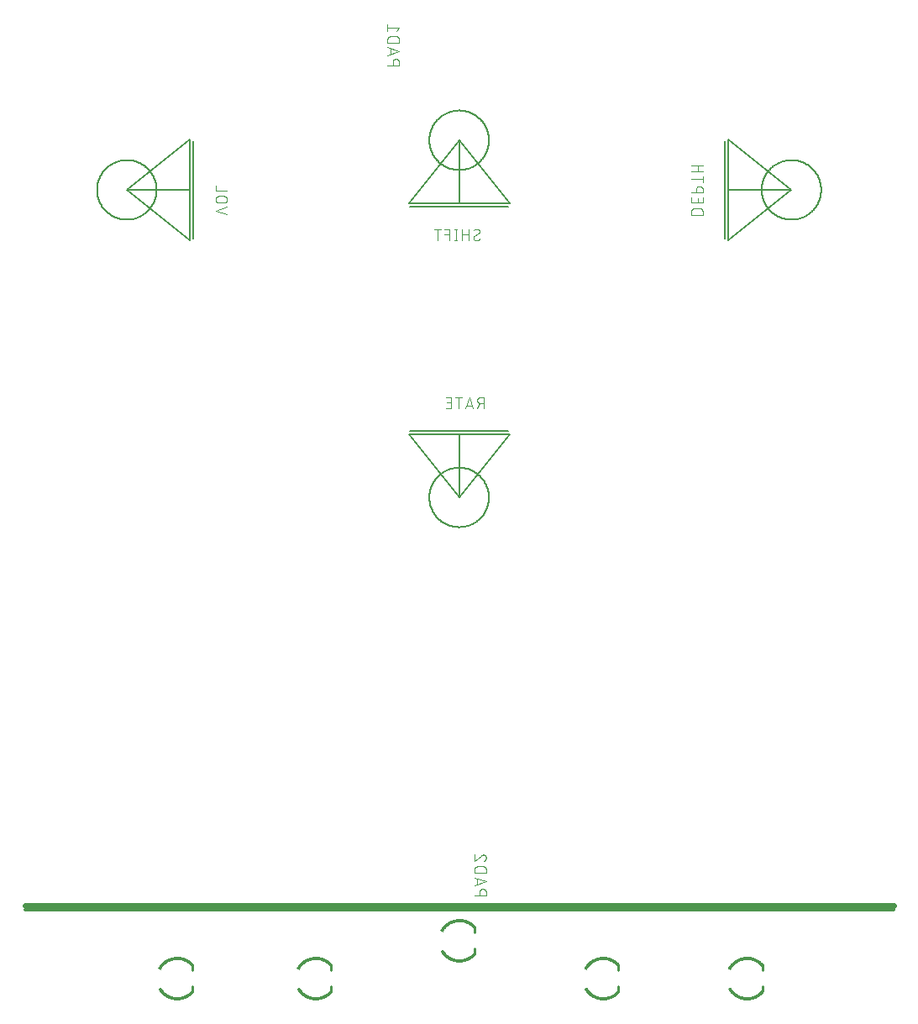
<source format=gbr>
G04 EAGLE Gerber X2 export*
%TF.Part,Single*%
%TF.FileFunction,Legend,Bot,1*%
%TF.FilePolarity,Positive*%
%TF.GenerationSoftware,Autodesk,EAGLE,9.2.0*%
%TF.CreationDate,2018-10-30T14:00:19Z*%
G75*
%MOMM*%
%FSLAX34Y34*%
%LPD*%
%INSilkscreen Bottom*%
%IPPOS*%
%AMOC8*
5,1,8,0,0,1.08239X$1,22.5*%
G01*
%ADD10C,0.609600*%
%ADD11C,0.300000*%
%ADD12C,0.127000*%
%ADD13C,0.203200*%
%ADD14C,0.101600*%
%ADD15C,0.025400*%
%ADD16C,0.254000*%


D10*
X37300Y98650D02*
X912700Y98650D01*
D11*
X37300Y98650D01*
X37300Y94700D02*
X912700Y94700D01*
D12*
X110000Y820000D02*
X110009Y820736D01*
X110036Y821472D01*
X110081Y822207D01*
X110144Y822941D01*
X110226Y823672D01*
X110325Y824402D01*
X110442Y825129D01*
X110576Y825853D01*
X110729Y826573D01*
X110899Y827289D01*
X111087Y828001D01*
X111292Y828709D01*
X111514Y829410D01*
X111754Y830107D01*
X112010Y830797D01*
X112284Y831481D01*
X112574Y832157D01*
X112880Y832827D01*
X113203Y833488D01*
X113542Y834142D01*
X113897Y834787D01*
X114268Y835423D01*
X114654Y836050D01*
X115056Y836667D01*
X115472Y837274D01*
X115904Y837871D01*
X116350Y838457D01*
X116810Y839032D01*
X117284Y839595D01*
X117771Y840147D01*
X118273Y840686D01*
X118787Y841213D01*
X119314Y841727D01*
X119853Y842229D01*
X120405Y842716D01*
X120968Y843190D01*
X121543Y843650D01*
X122129Y844096D01*
X122726Y844528D01*
X123333Y844944D01*
X123950Y845346D01*
X124577Y845732D01*
X125213Y846103D01*
X125858Y846458D01*
X126512Y846797D01*
X127173Y847120D01*
X127843Y847426D01*
X128519Y847716D01*
X129203Y847990D01*
X129893Y848246D01*
X130590Y848486D01*
X131291Y848708D01*
X131999Y848913D01*
X132711Y849101D01*
X133427Y849271D01*
X134147Y849424D01*
X134871Y849558D01*
X135598Y849675D01*
X136328Y849774D01*
X137059Y849856D01*
X137793Y849919D01*
X138528Y849964D01*
X139264Y849991D01*
X140000Y850000D01*
X140736Y849991D01*
X141472Y849964D01*
X142207Y849919D01*
X142941Y849856D01*
X143672Y849774D01*
X144402Y849675D01*
X145129Y849558D01*
X145853Y849424D01*
X146573Y849271D01*
X147289Y849101D01*
X148001Y848913D01*
X148709Y848708D01*
X149410Y848486D01*
X150107Y848246D01*
X150797Y847990D01*
X151481Y847716D01*
X152157Y847426D01*
X152827Y847120D01*
X153488Y846797D01*
X154142Y846458D01*
X154787Y846103D01*
X155423Y845732D01*
X156050Y845346D01*
X156667Y844944D01*
X157274Y844528D01*
X157871Y844096D01*
X158457Y843650D01*
X159032Y843190D01*
X159595Y842716D01*
X160147Y842229D01*
X160686Y841727D01*
X161213Y841213D01*
X161727Y840686D01*
X162229Y840147D01*
X162716Y839595D01*
X163190Y839032D01*
X163650Y838457D01*
X164096Y837871D01*
X164528Y837274D01*
X164944Y836667D01*
X165346Y836050D01*
X165732Y835423D01*
X166103Y834787D01*
X166458Y834142D01*
X166797Y833488D01*
X167120Y832827D01*
X167426Y832157D01*
X167716Y831481D01*
X167990Y830797D01*
X168246Y830107D01*
X168486Y829410D01*
X168708Y828709D01*
X168913Y828001D01*
X169101Y827289D01*
X169271Y826573D01*
X169424Y825853D01*
X169558Y825129D01*
X169675Y824402D01*
X169774Y823672D01*
X169856Y822941D01*
X169919Y822207D01*
X169964Y821472D01*
X169991Y820736D01*
X170000Y820000D01*
X169991Y819264D01*
X169964Y818528D01*
X169919Y817793D01*
X169856Y817059D01*
X169774Y816328D01*
X169675Y815598D01*
X169558Y814871D01*
X169424Y814147D01*
X169271Y813427D01*
X169101Y812711D01*
X168913Y811999D01*
X168708Y811291D01*
X168486Y810590D01*
X168246Y809893D01*
X167990Y809203D01*
X167716Y808519D01*
X167426Y807843D01*
X167120Y807173D01*
X166797Y806512D01*
X166458Y805858D01*
X166103Y805213D01*
X165732Y804577D01*
X165346Y803950D01*
X164944Y803333D01*
X164528Y802726D01*
X164096Y802129D01*
X163650Y801543D01*
X163190Y800968D01*
X162716Y800405D01*
X162229Y799853D01*
X161727Y799314D01*
X161213Y798787D01*
X160686Y798273D01*
X160147Y797771D01*
X159595Y797284D01*
X159032Y796810D01*
X158457Y796350D01*
X157871Y795904D01*
X157274Y795472D01*
X156667Y795056D01*
X156050Y794654D01*
X155423Y794268D01*
X154787Y793897D01*
X154142Y793542D01*
X153488Y793203D01*
X152827Y792880D01*
X152157Y792574D01*
X151481Y792284D01*
X150797Y792010D01*
X150107Y791754D01*
X149410Y791514D01*
X148709Y791292D01*
X148001Y791087D01*
X147289Y790899D01*
X146573Y790729D01*
X145853Y790576D01*
X145129Y790442D01*
X144402Y790325D01*
X143672Y790226D01*
X142941Y790144D01*
X142207Y790081D01*
X141472Y790036D01*
X140736Y790009D01*
X140000Y790000D01*
X139264Y790009D01*
X138528Y790036D01*
X137793Y790081D01*
X137059Y790144D01*
X136328Y790226D01*
X135598Y790325D01*
X134871Y790442D01*
X134147Y790576D01*
X133427Y790729D01*
X132711Y790899D01*
X131999Y791087D01*
X131291Y791292D01*
X130590Y791514D01*
X129893Y791754D01*
X129203Y792010D01*
X128519Y792284D01*
X127843Y792574D01*
X127173Y792880D01*
X126512Y793203D01*
X125858Y793542D01*
X125213Y793897D01*
X124577Y794268D01*
X123950Y794654D01*
X123333Y795056D01*
X122726Y795472D01*
X122129Y795904D01*
X121543Y796350D01*
X120968Y796810D01*
X120405Y797284D01*
X119853Y797771D01*
X119314Y798273D01*
X118787Y798787D01*
X118273Y799314D01*
X117771Y799853D01*
X117284Y800405D01*
X116810Y800968D01*
X116350Y801543D01*
X115904Y802129D01*
X115472Y802726D01*
X115056Y803333D01*
X114654Y803950D01*
X114268Y804577D01*
X113897Y805213D01*
X113542Y805858D01*
X113203Y806512D01*
X112880Y807173D01*
X112574Y807843D01*
X112284Y808519D01*
X112010Y809203D01*
X111754Y809893D01*
X111514Y810590D01*
X111292Y811291D01*
X111087Y811999D01*
X110899Y812711D01*
X110729Y813427D01*
X110576Y814147D01*
X110442Y814871D01*
X110325Y815598D01*
X110226Y816328D01*
X110144Y817059D01*
X110081Y817793D01*
X110036Y818528D01*
X110009Y819264D01*
X110000Y820000D01*
D13*
X207300Y770700D02*
X207300Y869300D01*
D12*
X203500Y820000D02*
X140000Y820000D01*
X203500Y820000D02*
X203500Y870800D01*
X140000Y820000D01*
X203500Y769200D01*
X203500Y820000D01*
D14*
X229408Y799003D02*
X241092Y795108D01*
X241092Y802897D02*
X229408Y799003D01*
X232654Y807187D02*
X237846Y807187D01*
X237959Y807189D01*
X238072Y807195D01*
X238185Y807205D01*
X238298Y807219D01*
X238410Y807236D01*
X238521Y807258D01*
X238631Y807283D01*
X238741Y807313D01*
X238849Y807346D01*
X238956Y807383D01*
X239062Y807423D01*
X239166Y807468D01*
X239269Y807516D01*
X239370Y807567D01*
X239469Y807622D01*
X239566Y807680D01*
X239661Y807742D01*
X239754Y807807D01*
X239844Y807875D01*
X239932Y807946D01*
X240018Y808021D01*
X240101Y808098D01*
X240181Y808178D01*
X240258Y808261D01*
X240333Y808347D01*
X240404Y808435D01*
X240472Y808525D01*
X240537Y808618D01*
X240599Y808713D01*
X240657Y808810D01*
X240712Y808909D01*
X240763Y809010D01*
X240811Y809113D01*
X240856Y809217D01*
X240896Y809323D01*
X240933Y809430D01*
X240966Y809538D01*
X240996Y809648D01*
X241021Y809758D01*
X241043Y809869D01*
X241060Y809981D01*
X241074Y810094D01*
X241084Y810207D01*
X241090Y810320D01*
X241092Y810433D01*
X241090Y810546D01*
X241084Y810659D01*
X241074Y810772D01*
X241060Y810885D01*
X241043Y810997D01*
X241021Y811108D01*
X240996Y811218D01*
X240966Y811328D01*
X240933Y811436D01*
X240896Y811543D01*
X240856Y811649D01*
X240811Y811753D01*
X240763Y811856D01*
X240712Y811957D01*
X240657Y812056D01*
X240599Y812153D01*
X240537Y812248D01*
X240472Y812341D01*
X240404Y812431D01*
X240333Y812519D01*
X240258Y812605D01*
X240181Y812688D01*
X240101Y812768D01*
X240018Y812845D01*
X239932Y812920D01*
X239844Y812991D01*
X239754Y813059D01*
X239661Y813124D01*
X239566Y813186D01*
X239469Y813244D01*
X239370Y813299D01*
X239269Y813350D01*
X239166Y813398D01*
X239062Y813443D01*
X238956Y813483D01*
X238849Y813520D01*
X238741Y813553D01*
X238631Y813583D01*
X238521Y813608D01*
X238410Y813630D01*
X238298Y813647D01*
X238185Y813661D01*
X238072Y813671D01*
X237959Y813677D01*
X237846Y813679D01*
X237846Y813678D02*
X232654Y813678D01*
X232654Y813679D02*
X232541Y813677D01*
X232428Y813671D01*
X232315Y813661D01*
X232202Y813647D01*
X232090Y813630D01*
X231979Y813608D01*
X231869Y813583D01*
X231759Y813553D01*
X231651Y813520D01*
X231544Y813483D01*
X231438Y813443D01*
X231334Y813398D01*
X231231Y813350D01*
X231130Y813299D01*
X231031Y813244D01*
X230934Y813186D01*
X230839Y813124D01*
X230746Y813059D01*
X230656Y812991D01*
X230568Y812920D01*
X230482Y812845D01*
X230399Y812768D01*
X230319Y812688D01*
X230242Y812605D01*
X230167Y812519D01*
X230096Y812431D01*
X230028Y812341D01*
X229963Y812248D01*
X229901Y812153D01*
X229843Y812056D01*
X229788Y811957D01*
X229737Y811856D01*
X229689Y811753D01*
X229644Y811649D01*
X229604Y811543D01*
X229567Y811436D01*
X229534Y811328D01*
X229504Y811218D01*
X229479Y811108D01*
X229457Y810997D01*
X229440Y810885D01*
X229426Y810772D01*
X229416Y810659D01*
X229410Y810546D01*
X229408Y810433D01*
X229410Y810320D01*
X229416Y810207D01*
X229426Y810094D01*
X229440Y809981D01*
X229457Y809869D01*
X229479Y809758D01*
X229504Y809648D01*
X229534Y809538D01*
X229567Y809430D01*
X229604Y809323D01*
X229644Y809217D01*
X229689Y809113D01*
X229737Y809010D01*
X229788Y808909D01*
X229843Y808810D01*
X229901Y808713D01*
X229963Y808618D01*
X230028Y808525D01*
X230096Y808435D01*
X230167Y808347D01*
X230242Y808261D01*
X230319Y808178D01*
X230399Y808098D01*
X230482Y808021D01*
X230568Y807946D01*
X230656Y807875D01*
X230746Y807807D01*
X230839Y807742D01*
X230934Y807680D01*
X231031Y807622D01*
X231130Y807567D01*
X231231Y807516D01*
X231334Y807468D01*
X231438Y807423D01*
X231544Y807383D01*
X231651Y807346D01*
X231759Y807313D01*
X231869Y807283D01*
X231979Y807258D01*
X232090Y807236D01*
X232202Y807219D01*
X232315Y807205D01*
X232428Y807195D01*
X232541Y807189D01*
X232654Y807187D01*
X229408Y819021D02*
X241092Y819021D01*
X229408Y819021D02*
X229408Y824214D01*
D12*
X445000Y510000D02*
X445009Y510736D01*
X445036Y511472D01*
X445081Y512207D01*
X445144Y512941D01*
X445226Y513672D01*
X445325Y514402D01*
X445442Y515129D01*
X445576Y515853D01*
X445729Y516573D01*
X445899Y517289D01*
X446087Y518001D01*
X446292Y518709D01*
X446514Y519410D01*
X446754Y520107D01*
X447010Y520797D01*
X447284Y521481D01*
X447574Y522157D01*
X447880Y522827D01*
X448203Y523488D01*
X448542Y524142D01*
X448897Y524787D01*
X449268Y525423D01*
X449654Y526050D01*
X450056Y526667D01*
X450472Y527274D01*
X450904Y527871D01*
X451350Y528457D01*
X451810Y529032D01*
X452284Y529595D01*
X452771Y530147D01*
X453273Y530686D01*
X453787Y531213D01*
X454314Y531727D01*
X454853Y532229D01*
X455405Y532716D01*
X455968Y533190D01*
X456543Y533650D01*
X457129Y534096D01*
X457726Y534528D01*
X458333Y534944D01*
X458950Y535346D01*
X459577Y535732D01*
X460213Y536103D01*
X460858Y536458D01*
X461512Y536797D01*
X462173Y537120D01*
X462843Y537426D01*
X463519Y537716D01*
X464203Y537990D01*
X464893Y538246D01*
X465590Y538486D01*
X466291Y538708D01*
X466999Y538913D01*
X467711Y539101D01*
X468427Y539271D01*
X469147Y539424D01*
X469871Y539558D01*
X470598Y539675D01*
X471328Y539774D01*
X472059Y539856D01*
X472793Y539919D01*
X473528Y539964D01*
X474264Y539991D01*
X475000Y540000D01*
X475736Y539991D01*
X476472Y539964D01*
X477207Y539919D01*
X477941Y539856D01*
X478672Y539774D01*
X479402Y539675D01*
X480129Y539558D01*
X480853Y539424D01*
X481573Y539271D01*
X482289Y539101D01*
X483001Y538913D01*
X483709Y538708D01*
X484410Y538486D01*
X485107Y538246D01*
X485797Y537990D01*
X486481Y537716D01*
X487157Y537426D01*
X487827Y537120D01*
X488488Y536797D01*
X489142Y536458D01*
X489787Y536103D01*
X490423Y535732D01*
X491050Y535346D01*
X491667Y534944D01*
X492274Y534528D01*
X492871Y534096D01*
X493457Y533650D01*
X494032Y533190D01*
X494595Y532716D01*
X495147Y532229D01*
X495686Y531727D01*
X496213Y531213D01*
X496727Y530686D01*
X497229Y530147D01*
X497716Y529595D01*
X498190Y529032D01*
X498650Y528457D01*
X499096Y527871D01*
X499528Y527274D01*
X499944Y526667D01*
X500346Y526050D01*
X500732Y525423D01*
X501103Y524787D01*
X501458Y524142D01*
X501797Y523488D01*
X502120Y522827D01*
X502426Y522157D01*
X502716Y521481D01*
X502990Y520797D01*
X503246Y520107D01*
X503486Y519410D01*
X503708Y518709D01*
X503913Y518001D01*
X504101Y517289D01*
X504271Y516573D01*
X504424Y515853D01*
X504558Y515129D01*
X504675Y514402D01*
X504774Y513672D01*
X504856Y512941D01*
X504919Y512207D01*
X504964Y511472D01*
X504991Y510736D01*
X505000Y510000D01*
X504991Y509264D01*
X504964Y508528D01*
X504919Y507793D01*
X504856Y507059D01*
X504774Y506328D01*
X504675Y505598D01*
X504558Y504871D01*
X504424Y504147D01*
X504271Y503427D01*
X504101Y502711D01*
X503913Y501999D01*
X503708Y501291D01*
X503486Y500590D01*
X503246Y499893D01*
X502990Y499203D01*
X502716Y498519D01*
X502426Y497843D01*
X502120Y497173D01*
X501797Y496512D01*
X501458Y495858D01*
X501103Y495213D01*
X500732Y494577D01*
X500346Y493950D01*
X499944Y493333D01*
X499528Y492726D01*
X499096Y492129D01*
X498650Y491543D01*
X498190Y490968D01*
X497716Y490405D01*
X497229Y489853D01*
X496727Y489314D01*
X496213Y488787D01*
X495686Y488273D01*
X495147Y487771D01*
X494595Y487284D01*
X494032Y486810D01*
X493457Y486350D01*
X492871Y485904D01*
X492274Y485472D01*
X491667Y485056D01*
X491050Y484654D01*
X490423Y484268D01*
X489787Y483897D01*
X489142Y483542D01*
X488488Y483203D01*
X487827Y482880D01*
X487157Y482574D01*
X486481Y482284D01*
X485797Y482010D01*
X485107Y481754D01*
X484410Y481514D01*
X483709Y481292D01*
X483001Y481087D01*
X482289Y480899D01*
X481573Y480729D01*
X480853Y480576D01*
X480129Y480442D01*
X479402Y480325D01*
X478672Y480226D01*
X477941Y480144D01*
X477207Y480081D01*
X476472Y480036D01*
X475736Y480009D01*
X475000Y480000D01*
X474264Y480009D01*
X473528Y480036D01*
X472793Y480081D01*
X472059Y480144D01*
X471328Y480226D01*
X470598Y480325D01*
X469871Y480442D01*
X469147Y480576D01*
X468427Y480729D01*
X467711Y480899D01*
X466999Y481087D01*
X466291Y481292D01*
X465590Y481514D01*
X464893Y481754D01*
X464203Y482010D01*
X463519Y482284D01*
X462843Y482574D01*
X462173Y482880D01*
X461512Y483203D01*
X460858Y483542D01*
X460213Y483897D01*
X459577Y484268D01*
X458950Y484654D01*
X458333Y485056D01*
X457726Y485472D01*
X457129Y485904D01*
X456543Y486350D01*
X455968Y486810D01*
X455405Y487284D01*
X454853Y487771D01*
X454314Y488273D01*
X453787Y488787D01*
X453273Y489314D01*
X452771Y489853D01*
X452284Y490405D01*
X451810Y490968D01*
X451350Y491543D01*
X450904Y492129D01*
X450472Y492726D01*
X450056Y493333D01*
X449654Y493950D01*
X449268Y494577D01*
X448897Y495213D01*
X448542Y495858D01*
X448203Y496512D01*
X447880Y497173D01*
X447574Y497843D01*
X447284Y498519D01*
X447010Y499203D01*
X446754Y499893D01*
X446514Y500590D01*
X446292Y501291D01*
X446087Y501999D01*
X445899Y502711D01*
X445729Y503427D01*
X445576Y504147D01*
X445442Y504871D01*
X445325Y505598D01*
X445226Y506328D01*
X445144Y507059D01*
X445081Y507793D01*
X445036Y508528D01*
X445009Y509264D01*
X445000Y510000D01*
D13*
X425700Y577300D02*
X524300Y577300D01*
D12*
X475000Y573500D02*
X475000Y510000D01*
X475000Y573500D02*
X424200Y573500D01*
X475000Y510000D01*
X525800Y573500D01*
X475000Y573500D01*
D14*
X499892Y599408D02*
X499892Y611092D01*
X496646Y611092D01*
X496533Y611090D01*
X496420Y611084D01*
X496307Y611074D01*
X496194Y611060D01*
X496082Y611043D01*
X495971Y611021D01*
X495861Y610996D01*
X495751Y610966D01*
X495643Y610933D01*
X495536Y610896D01*
X495430Y610856D01*
X495326Y610811D01*
X495223Y610763D01*
X495122Y610712D01*
X495023Y610657D01*
X494926Y610599D01*
X494831Y610537D01*
X494738Y610472D01*
X494648Y610404D01*
X494560Y610333D01*
X494474Y610258D01*
X494391Y610181D01*
X494311Y610101D01*
X494234Y610018D01*
X494159Y609932D01*
X494088Y609844D01*
X494020Y609754D01*
X493955Y609661D01*
X493893Y609566D01*
X493835Y609469D01*
X493780Y609370D01*
X493729Y609269D01*
X493681Y609166D01*
X493636Y609062D01*
X493596Y608956D01*
X493559Y608849D01*
X493526Y608741D01*
X493496Y608631D01*
X493471Y608521D01*
X493449Y608410D01*
X493432Y608298D01*
X493418Y608185D01*
X493408Y608072D01*
X493402Y607959D01*
X493400Y607846D01*
X493402Y607733D01*
X493408Y607620D01*
X493418Y607507D01*
X493432Y607394D01*
X493449Y607282D01*
X493471Y607171D01*
X493496Y607061D01*
X493526Y606951D01*
X493559Y606843D01*
X493596Y606736D01*
X493636Y606630D01*
X493681Y606526D01*
X493729Y606423D01*
X493780Y606322D01*
X493835Y606223D01*
X493893Y606126D01*
X493955Y606031D01*
X494020Y605938D01*
X494088Y605848D01*
X494159Y605760D01*
X494234Y605674D01*
X494311Y605591D01*
X494391Y605511D01*
X494474Y605434D01*
X494560Y605359D01*
X494648Y605288D01*
X494738Y605220D01*
X494831Y605155D01*
X494926Y605093D01*
X495023Y605035D01*
X495122Y604980D01*
X495223Y604929D01*
X495326Y604881D01*
X495430Y604836D01*
X495536Y604796D01*
X495643Y604759D01*
X495751Y604726D01*
X495861Y604696D01*
X495971Y604671D01*
X496082Y604649D01*
X496194Y604632D01*
X496307Y604618D01*
X496420Y604608D01*
X496533Y604602D01*
X496646Y604600D01*
X496646Y604601D02*
X499892Y604601D01*
X495997Y604601D02*
X493401Y599408D01*
X489185Y599408D02*
X485290Y611092D01*
X481395Y599408D01*
X482369Y602329D02*
X488211Y602329D01*
X474622Y599408D02*
X474622Y611092D01*
X471377Y611092D02*
X477868Y611092D01*
X466796Y599408D02*
X461603Y599408D01*
X466796Y599408D02*
X466796Y611092D01*
X461603Y611092D01*
X462901Y605899D02*
X466796Y605899D01*
D12*
X780000Y820000D02*
X780009Y820736D01*
X780036Y821472D01*
X780081Y822207D01*
X780144Y822941D01*
X780226Y823672D01*
X780325Y824402D01*
X780442Y825129D01*
X780576Y825853D01*
X780729Y826573D01*
X780899Y827289D01*
X781087Y828001D01*
X781292Y828709D01*
X781514Y829410D01*
X781754Y830107D01*
X782010Y830797D01*
X782284Y831481D01*
X782574Y832157D01*
X782880Y832827D01*
X783203Y833488D01*
X783542Y834142D01*
X783897Y834787D01*
X784268Y835423D01*
X784654Y836050D01*
X785056Y836667D01*
X785472Y837274D01*
X785904Y837871D01*
X786350Y838457D01*
X786810Y839032D01*
X787284Y839595D01*
X787771Y840147D01*
X788273Y840686D01*
X788787Y841213D01*
X789314Y841727D01*
X789853Y842229D01*
X790405Y842716D01*
X790968Y843190D01*
X791543Y843650D01*
X792129Y844096D01*
X792726Y844528D01*
X793333Y844944D01*
X793950Y845346D01*
X794577Y845732D01*
X795213Y846103D01*
X795858Y846458D01*
X796512Y846797D01*
X797173Y847120D01*
X797843Y847426D01*
X798519Y847716D01*
X799203Y847990D01*
X799893Y848246D01*
X800590Y848486D01*
X801291Y848708D01*
X801999Y848913D01*
X802711Y849101D01*
X803427Y849271D01*
X804147Y849424D01*
X804871Y849558D01*
X805598Y849675D01*
X806328Y849774D01*
X807059Y849856D01*
X807793Y849919D01*
X808528Y849964D01*
X809264Y849991D01*
X810000Y850000D01*
X810736Y849991D01*
X811472Y849964D01*
X812207Y849919D01*
X812941Y849856D01*
X813672Y849774D01*
X814402Y849675D01*
X815129Y849558D01*
X815853Y849424D01*
X816573Y849271D01*
X817289Y849101D01*
X818001Y848913D01*
X818709Y848708D01*
X819410Y848486D01*
X820107Y848246D01*
X820797Y847990D01*
X821481Y847716D01*
X822157Y847426D01*
X822827Y847120D01*
X823488Y846797D01*
X824142Y846458D01*
X824787Y846103D01*
X825423Y845732D01*
X826050Y845346D01*
X826667Y844944D01*
X827274Y844528D01*
X827871Y844096D01*
X828457Y843650D01*
X829032Y843190D01*
X829595Y842716D01*
X830147Y842229D01*
X830686Y841727D01*
X831213Y841213D01*
X831727Y840686D01*
X832229Y840147D01*
X832716Y839595D01*
X833190Y839032D01*
X833650Y838457D01*
X834096Y837871D01*
X834528Y837274D01*
X834944Y836667D01*
X835346Y836050D01*
X835732Y835423D01*
X836103Y834787D01*
X836458Y834142D01*
X836797Y833488D01*
X837120Y832827D01*
X837426Y832157D01*
X837716Y831481D01*
X837990Y830797D01*
X838246Y830107D01*
X838486Y829410D01*
X838708Y828709D01*
X838913Y828001D01*
X839101Y827289D01*
X839271Y826573D01*
X839424Y825853D01*
X839558Y825129D01*
X839675Y824402D01*
X839774Y823672D01*
X839856Y822941D01*
X839919Y822207D01*
X839964Y821472D01*
X839991Y820736D01*
X840000Y820000D01*
X839991Y819264D01*
X839964Y818528D01*
X839919Y817793D01*
X839856Y817059D01*
X839774Y816328D01*
X839675Y815598D01*
X839558Y814871D01*
X839424Y814147D01*
X839271Y813427D01*
X839101Y812711D01*
X838913Y811999D01*
X838708Y811291D01*
X838486Y810590D01*
X838246Y809893D01*
X837990Y809203D01*
X837716Y808519D01*
X837426Y807843D01*
X837120Y807173D01*
X836797Y806512D01*
X836458Y805858D01*
X836103Y805213D01*
X835732Y804577D01*
X835346Y803950D01*
X834944Y803333D01*
X834528Y802726D01*
X834096Y802129D01*
X833650Y801543D01*
X833190Y800968D01*
X832716Y800405D01*
X832229Y799853D01*
X831727Y799314D01*
X831213Y798787D01*
X830686Y798273D01*
X830147Y797771D01*
X829595Y797284D01*
X829032Y796810D01*
X828457Y796350D01*
X827871Y795904D01*
X827274Y795472D01*
X826667Y795056D01*
X826050Y794654D01*
X825423Y794268D01*
X824787Y793897D01*
X824142Y793542D01*
X823488Y793203D01*
X822827Y792880D01*
X822157Y792574D01*
X821481Y792284D01*
X820797Y792010D01*
X820107Y791754D01*
X819410Y791514D01*
X818709Y791292D01*
X818001Y791087D01*
X817289Y790899D01*
X816573Y790729D01*
X815853Y790576D01*
X815129Y790442D01*
X814402Y790325D01*
X813672Y790226D01*
X812941Y790144D01*
X812207Y790081D01*
X811472Y790036D01*
X810736Y790009D01*
X810000Y790000D01*
X809264Y790009D01*
X808528Y790036D01*
X807793Y790081D01*
X807059Y790144D01*
X806328Y790226D01*
X805598Y790325D01*
X804871Y790442D01*
X804147Y790576D01*
X803427Y790729D01*
X802711Y790899D01*
X801999Y791087D01*
X801291Y791292D01*
X800590Y791514D01*
X799893Y791754D01*
X799203Y792010D01*
X798519Y792284D01*
X797843Y792574D01*
X797173Y792880D01*
X796512Y793203D01*
X795858Y793542D01*
X795213Y793897D01*
X794577Y794268D01*
X793950Y794654D01*
X793333Y795056D01*
X792726Y795472D01*
X792129Y795904D01*
X791543Y796350D01*
X790968Y796810D01*
X790405Y797284D01*
X789853Y797771D01*
X789314Y798273D01*
X788787Y798787D01*
X788273Y799314D01*
X787771Y799853D01*
X787284Y800405D01*
X786810Y800968D01*
X786350Y801543D01*
X785904Y802129D01*
X785472Y802726D01*
X785056Y803333D01*
X784654Y803950D01*
X784268Y804577D01*
X783897Y805213D01*
X783542Y805858D01*
X783203Y806512D01*
X782880Y807173D01*
X782574Y807843D01*
X782284Y808519D01*
X782010Y809203D01*
X781754Y809893D01*
X781514Y810590D01*
X781292Y811291D01*
X781087Y811999D01*
X780899Y812711D01*
X780729Y813427D01*
X780576Y814147D01*
X780442Y814871D01*
X780325Y815598D01*
X780226Y816328D01*
X780144Y817059D01*
X780081Y817793D01*
X780036Y818528D01*
X780009Y819264D01*
X780000Y820000D01*
D13*
X742700Y869300D02*
X742700Y770700D01*
D12*
X746500Y820000D02*
X810000Y820000D01*
X746500Y820000D02*
X746500Y769200D01*
X810000Y820000D01*
X746500Y870800D01*
X746500Y820000D01*
D14*
X720592Y794967D02*
X708908Y794967D01*
X720592Y794967D02*
X720592Y798213D01*
X720590Y798326D01*
X720584Y798439D01*
X720574Y798552D01*
X720560Y798665D01*
X720543Y798777D01*
X720521Y798888D01*
X720496Y798998D01*
X720466Y799108D01*
X720433Y799216D01*
X720396Y799323D01*
X720356Y799429D01*
X720311Y799533D01*
X720263Y799636D01*
X720212Y799737D01*
X720157Y799836D01*
X720099Y799933D01*
X720037Y800028D01*
X719972Y800121D01*
X719904Y800211D01*
X719833Y800299D01*
X719758Y800385D01*
X719681Y800468D01*
X719601Y800548D01*
X719518Y800625D01*
X719432Y800700D01*
X719344Y800771D01*
X719254Y800839D01*
X719161Y800904D01*
X719066Y800966D01*
X718969Y801024D01*
X718870Y801079D01*
X718769Y801130D01*
X718666Y801178D01*
X718562Y801223D01*
X718456Y801263D01*
X718349Y801300D01*
X718241Y801333D01*
X718131Y801363D01*
X718021Y801388D01*
X717910Y801410D01*
X717798Y801427D01*
X717685Y801441D01*
X717572Y801451D01*
X717459Y801457D01*
X717346Y801459D01*
X717346Y801458D02*
X712154Y801458D01*
X712154Y801459D02*
X712041Y801457D01*
X711928Y801451D01*
X711815Y801441D01*
X711702Y801427D01*
X711590Y801410D01*
X711479Y801388D01*
X711369Y801363D01*
X711259Y801333D01*
X711151Y801300D01*
X711044Y801263D01*
X710938Y801223D01*
X710834Y801178D01*
X710731Y801130D01*
X710630Y801079D01*
X710531Y801024D01*
X710434Y800966D01*
X710339Y800904D01*
X710246Y800839D01*
X710156Y800771D01*
X710068Y800700D01*
X709982Y800625D01*
X709899Y800548D01*
X709819Y800468D01*
X709742Y800385D01*
X709667Y800299D01*
X709596Y800211D01*
X709528Y800121D01*
X709463Y800028D01*
X709401Y799933D01*
X709343Y799836D01*
X709288Y799737D01*
X709237Y799636D01*
X709189Y799533D01*
X709144Y799429D01*
X709104Y799323D01*
X709067Y799216D01*
X709034Y799108D01*
X709004Y798998D01*
X708979Y798888D01*
X708957Y798777D01*
X708940Y798665D01*
X708926Y798552D01*
X708916Y798439D01*
X708910Y798326D01*
X708908Y798213D01*
X708908Y794967D01*
X708908Y807182D02*
X708908Y812374D01*
X708908Y807182D02*
X720592Y807182D01*
X720592Y812374D01*
X715399Y811076D02*
X715399Y807182D01*
X720592Y817234D02*
X708908Y817234D01*
X720592Y817234D02*
X720592Y820480D01*
X720590Y820593D01*
X720584Y820706D01*
X720574Y820819D01*
X720560Y820932D01*
X720543Y821044D01*
X720521Y821155D01*
X720496Y821265D01*
X720466Y821375D01*
X720433Y821483D01*
X720396Y821590D01*
X720356Y821696D01*
X720311Y821800D01*
X720263Y821903D01*
X720212Y822004D01*
X720157Y822103D01*
X720099Y822200D01*
X720037Y822295D01*
X719972Y822388D01*
X719904Y822478D01*
X719833Y822566D01*
X719758Y822652D01*
X719681Y822735D01*
X719601Y822815D01*
X719518Y822892D01*
X719432Y822967D01*
X719344Y823038D01*
X719254Y823106D01*
X719161Y823171D01*
X719066Y823233D01*
X718969Y823291D01*
X718870Y823346D01*
X718769Y823397D01*
X718666Y823445D01*
X718562Y823490D01*
X718456Y823530D01*
X718349Y823567D01*
X718241Y823600D01*
X718131Y823630D01*
X718021Y823655D01*
X717910Y823677D01*
X717798Y823694D01*
X717685Y823708D01*
X717572Y823718D01*
X717459Y823724D01*
X717346Y823726D01*
X717233Y823724D01*
X717120Y823718D01*
X717007Y823708D01*
X716894Y823694D01*
X716782Y823677D01*
X716671Y823655D01*
X716561Y823630D01*
X716451Y823600D01*
X716343Y823567D01*
X716236Y823530D01*
X716130Y823490D01*
X716026Y823445D01*
X715923Y823397D01*
X715822Y823346D01*
X715723Y823291D01*
X715626Y823233D01*
X715531Y823171D01*
X715438Y823106D01*
X715348Y823038D01*
X715260Y822967D01*
X715174Y822892D01*
X715091Y822815D01*
X715011Y822735D01*
X714934Y822652D01*
X714859Y822566D01*
X714788Y822478D01*
X714720Y822388D01*
X714655Y822295D01*
X714593Y822200D01*
X714535Y822103D01*
X714480Y822004D01*
X714429Y821903D01*
X714381Y821800D01*
X714336Y821696D01*
X714296Y821590D01*
X714259Y821483D01*
X714226Y821375D01*
X714196Y821265D01*
X714171Y821155D01*
X714149Y821044D01*
X714132Y820932D01*
X714118Y820819D01*
X714108Y820706D01*
X714102Y820593D01*
X714100Y820480D01*
X714101Y820480D02*
X714101Y817234D01*
X708908Y830597D02*
X720592Y830597D01*
X720592Y827352D02*
X720592Y833843D01*
X720592Y838401D02*
X708908Y838401D01*
X715399Y838401D02*
X715399Y844892D01*
X720592Y844892D02*
X708908Y844892D01*
D12*
X445000Y870000D02*
X445009Y870736D01*
X445036Y871472D01*
X445081Y872207D01*
X445144Y872941D01*
X445226Y873672D01*
X445325Y874402D01*
X445442Y875129D01*
X445576Y875853D01*
X445729Y876573D01*
X445899Y877289D01*
X446087Y878001D01*
X446292Y878709D01*
X446514Y879410D01*
X446754Y880107D01*
X447010Y880797D01*
X447284Y881481D01*
X447574Y882157D01*
X447880Y882827D01*
X448203Y883488D01*
X448542Y884142D01*
X448897Y884787D01*
X449268Y885423D01*
X449654Y886050D01*
X450056Y886667D01*
X450472Y887274D01*
X450904Y887871D01*
X451350Y888457D01*
X451810Y889032D01*
X452284Y889595D01*
X452771Y890147D01*
X453273Y890686D01*
X453787Y891213D01*
X454314Y891727D01*
X454853Y892229D01*
X455405Y892716D01*
X455968Y893190D01*
X456543Y893650D01*
X457129Y894096D01*
X457726Y894528D01*
X458333Y894944D01*
X458950Y895346D01*
X459577Y895732D01*
X460213Y896103D01*
X460858Y896458D01*
X461512Y896797D01*
X462173Y897120D01*
X462843Y897426D01*
X463519Y897716D01*
X464203Y897990D01*
X464893Y898246D01*
X465590Y898486D01*
X466291Y898708D01*
X466999Y898913D01*
X467711Y899101D01*
X468427Y899271D01*
X469147Y899424D01*
X469871Y899558D01*
X470598Y899675D01*
X471328Y899774D01*
X472059Y899856D01*
X472793Y899919D01*
X473528Y899964D01*
X474264Y899991D01*
X475000Y900000D01*
X475736Y899991D01*
X476472Y899964D01*
X477207Y899919D01*
X477941Y899856D01*
X478672Y899774D01*
X479402Y899675D01*
X480129Y899558D01*
X480853Y899424D01*
X481573Y899271D01*
X482289Y899101D01*
X483001Y898913D01*
X483709Y898708D01*
X484410Y898486D01*
X485107Y898246D01*
X485797Y897990D01*
X486481Y897716D01*
X487157Y897426D01*
X487827Y897120D01*
X488488Y896797D01*
X489142Y896458D01*
X489787Y896103D01*
X490423Y895732D01*
X491050Y895346D01*
X491667Y894944D01*
X492274Y894528D01*
X492871Y894096D01*
X493457Y893650D01*
X494032Y893190D01*
X494595Y892716D01*
X495147Y892229D01*
X495686Y891727D01*
X496213Y891213D01*
X496727Y890686D01*
X497229Y890147D01*
X497716Y889595D01*
X498190Y889032D01*
X498650Y888457D01*
X499096Y887871D01*
X499528Y887274D01*
X499944Y886667D01*
X500346Y886050D01*
X500732Y885423D01*
X501103Y884787D01*
X501458Y884142D01*
X501797Y883488D01*
X502120Y882827D01*
X502426Y882157D01*
X502716Y881481D01*
X502990Y880797D01*
X503246Y880107D01*
X503486Y879410D01*
X503708Y878709D01*
X503913Y878001D01*
X504101Y877289D01*
X504271Y876573D01*
X504424Y875853D01*
X504558Y875129D01*
X504675Y874402D01*
X504774Y873672D01*
X504856Y872941D01*
X504919Y872207D01*
X504964Y871472D01*
X504991Y870736D01*
X505000Y870000D01*
X504991Y869264D01*
X504964Y868528D01*
X504919Y867793D01*
X504856Y867059D01*
X504774Y866328D01*
X504675Y865598D01*
X504558Y864871D01*
X504424Y864147D01*
X504271Y863427D01*
X504101Y862711D01*
X503913Y861999D01*
X503708Y861291D01*
X503486Y860590D01*
X503246Y859893D01*
X502990Y859203D01*
X502716Y858519D01*
X502426Y857843D01*
X502120Y857173D01*
X501797Y856512D01*
X501458Y855858D01*
X501103Y855213D01*
X500732Y854577D01*
X500346Y853950D01*
X499944Y853333D01*
X499528Y852726D01*
X499096Y852129D01*
X498650Y851543D01*
X498190Y850968D01*
X497716Y850405D01*
X497229Y849853D01*
X496727Y849314D01*
X496213Y848787D01*
X495686Y848273D01*
X495147Y847771D01*
X494595Y847284D01*
X494032Y846810D01*
X493457Y846350D01*
X492871Y845904D01*
X492274Y845472D01*
X491667Y845056D01*
X491050Y844654D01*
X490423Y844268D01*
X489787Y843897D01*
X489142Y843542D01*
X488488Y843203D01*
X487827Y842880D01*
X487157Y842574D01*
X486481Y842284D01*
X485797Y842010D01*
X485107Y841754D01*
X484410Y841514D01*
X483709Y841292D01*
X483001Y841087D01*
X482289Y840899D01*
X481573Y840729D01*
X480853Y840576D01*
X480129Y840442D01*
X479402Y840325D01*
X478672Y840226D01*
X477941Y840144D01*
X477207Y840081D01*
X476472Y840036D01*
X475736Y840009D01*
X475000Y840000D01*
X474264Y840009D01*
X473528Y840036D01*
X472793Y840081D01*
X472059Y840144D01*
X471328Y840226D01*
X470598Y840325D01*
X469871Y840442D01*
X469147Y840576D01*
X468427Y840729D01*
X467711Y840899D01*
X466999Y841087D01*
X466291Y841292D01*
X465590Y841514D01*
X464893Y841754D01*
X464203Y842010D01*
X463519Y842284D01*
X462843Y842574D01*
X462173Y842880D01*
X461512Y843203D01*
X460858Y843542D01*
X460213Y843897D01*
X459577Y844268D01*
X458950Y844654D01*
X458333Y845056D01*
X457726Y845472D01*
X457129Y845904D01*
X456543Y846350D01*
X455968Y846810D01*
X455405Y847284D01*
X454853Y847771D01*
X454314Y848273D01*
X453787Y848787D01*
X453273Y849314D01*
X452771Y849853D01*
X452284Y850405D01*
X451810Y850968D01*
X451350Y851543D01*
X450904Y852129D01*
X450472Y852726D01*
X450056Y853333D01*
X449654Y853950D01*
X449268Y854577D01*
X448897Y855213D01*
X448542Y855858D01*
X448203Y856512D01*
X447880Y857173D01*
X447574Y857843D01*
X447284Y858519D01*
X447010Y859203D01*
X446754Y859893D01*
X446514Y860590D01*
X446292Y861291D01*
X446087Y861999D01*
X445899Y862711D01*
X445729Y863427D01*
X445576Y864147D01*
X445442Y864871D01*
X445325Y865598D01*
X445226Y866328D01*
X445144Y867059D01*
X445081Y867793D01*
X445036Y868528D01*
X445009Y869264D01*
X445000Y870000D01*
D13*
X425700Y802700D02*
X524300Y802700D01*
D12*
X475000Y806500D02*
X475000Y870000D01*
X475000Y806500D02*
X525800Y806500D01*
X475000Y870000D01*
X424200Y806500D01*
X475000Y806500D01*
D14*
X489351Y771504D02*
X489353Y771405D01*
X489359Y771305D01*
X489368Y771206D01*
X489381Y771108D01*
X489398Y771010D01*
X489419Y770912D01*
X489444Y770816D01*
X489472Y770721D01*
X489504Y770627D01*
X489539Y770534D01*
X489578Y770442D01*
X489621Y770352D01*
X489666Y770264D01*
X489716Y770177D01*
X489768Y770093D01*
X489824Y770010D01*
X489882Y769930D01*
X489944Y769852D01*
X490009Y769777D01*
X490077Y769704D01*
X490147Y769634D01*
X490220Y769566D01*
X490295Y769501D01*
X490373Y769439D01*
X490453Y769381D01*
X490536Y769325D01*
X490620Y769273D01*
X490707Y769223D01*
X490795Y769178D01*
X490885Y769135D01*
X490977Y769096D01*
X491070Y769061D01*
X491164Y769029D01*
X491259Y769001D01*
X491355Y768976D01*
X491453Y768955D01*
X491551Y768938D01*
X491649Y768925D01*
X491748Y768916D01*
X491848Y768910D01*
X491947Y768908D01*
X492091Y768910D01*
X492236Y768916D01*
X492380Y768925D01*
X492523Y768938D01*
X492667Y768955D01*
X492810Y768976D01*
X492952Y769001D01*
X493093Y769029D01*
X493234Y769061D01*
X493374Y769097D01*
X493513Y769136D01*
X493651Y769179D01*
X493787Y769226D01*
X493923Y769276D01*
X494057Y769330D01*
X494189Y769387D01*
X494320Y769448D01*
X494449Y769512D01*
X494577Y769580D01*
X494703Y769651D01*
X494827Y769725D01*
X494948Y769802D01*
X495068Y769883D01*
X495186Y769966D01*
X495301Y770053D01*
X495414Y770143D01*
X495525Y770236D01*
X495633Y770331D01*
X495739Y770430D01*
X495842Y770531D01*
X495517Y777996D02*
X495515Y778095D01*
X495509Y778195D01*
X495500Y778294D01*
X495487Y778392D01*
X495470Y778490D01*
X495449Y778588D01*
X495424Y778684D01*
X495396Y778779D01*
X495364Y778873D01*
X495329Y778966D01*
X495290Y779058D01*
X495247Y779148D01*
X495202Y779236D01*
X495152Y779323D01*
X495100Y779407D01*
X495044Y779490D01*
X494986Y779570D01*
X494924Y779648D01*
X494859Y779723D01*
X494791Y779796D01*
X494721Y779866D01*
X494648Y779934D01*
X494573Y779999D01*
X494495Y780061D01*
X494415Y780119D01*
X494332Y780175D01*
X494248Y780227D01*
X494161Y780277D01*
X494073Y780322D01*
X493983Y780365D01*
X493891Y780404D01*
X493798Y780439D01*
X493704Y780471D01*
X493609Y780499D01*
X493513Y780524D01*
X493415Y780545D01*
X493317Y780562D01*
X493219Y780575D01*
X493120Y780584D01*
X493020Y780590D01*
X492921Y780592D01*
X492785Y780590D01*
X492649Y780584D01*
X492513Y780575D01*
X492377Y780562D01*
X492242Y780544D01*
X492108Y780524D01*
X491974Y780499D01*
X491840Y780471D01*
X491708Y780438D01*
X491577Y780403D01*
X491446Y780363D01*
X491317Y780320D01*
X491189Y780274D01*
X491063Y780223D01*
X490937Y780170D01*
X490814Y780112D01*
X490692Y780052D01*
X490572Y779988D01*
X490453Y779920D01*
X490337Y779850D01*
X490223Y779776D01*
X490110Y779699D01*
X490000Y779618D01*
X494220Y775724D02*
X494306Y775777D01*
X494390Y775834D01*
X494472Y775893D01*
X494552Y775956D01*
X494629Y776022D01*
X494704Y776090D01*
X494776Y776162D01*
X494845Y776236D01*
X494911Y776313D01*
X494974Y776392D01*
X495034Y776474D01*
X495091Y776558D01*
X495145Y776644D01*
X495195Y776732D01*
X495242Y776822D01*
X495286Y776913D01*
X495325Y777007D01*
X495362Y777101D01*
X495394Y777197D01*
X495423Y777295D01*
X495448Y777393D01*
X495469Y777492D01*
X495487Y777592D01*
X495500Y777692D01*
X495510Y777793D01*
X495516Y777895D01*
X495518Y777996D01*
X490649Y773776D02*
X490563Y773723D01*
X490479Y773666D01*
X490397Y773607D01*
X490317Y773544D01*
X490240Y773478D01*
X490165Y773410D01*
X490093Y773338D01*
X490024Y773264D01*
X489958Y773187D01*
X489895Y773108D01*
X489835Y773026D01*
X489778Y772942D01*
X489724Y772856D01*
X489674Y772768D01*
X489627Y772678D01*
X489583Y772587D01*
X489544Y772493D01*
X489507Y772399D01*
X489475Y772303D01*
X489446Y772205D01*
X489421Y772107D01*
X489400Y772008D01*
X489382Y771908D01*
X489369Y771808D01*
X489359Y771707D01*
X489353Y771605D01*
X489351Y771504D01*
X490649Y773776D02*
X494219Y775724D01*
X484412Y780592D02*
X484412Y768908D01*
X484412Y775399D02*
X477921Y775399D01*
X477921Y780592D02*
X477921Y768908D01*
X471642Y768908D02*
X471642Y780592D01*
X472940Y768908D02*
X470343Y768908D01*
X470343Y780592D02*
X472940Y780592D01*
X465340Y780592D02*
X465340Y768908D01*
X465340Y780592D02*
X460147Y780592D01*
X460147Y775399D02*
X465340Y775399D01*
X453354Y780592D02*
X453354Y768908D01*
X456599Y780592D02*
X450108Y780592D01*
D15*
X206906Y39238D02*
X205150Y37774D01*
X205150Y37775D02*
X204849Y38122D01*
X204540Y38462D01*
X204223Y38795D01*
X203898Y39120D01*
X203566Y39437D01*
X203226Y39746D01*
X202878Y40047D01*
X202524Y40340D01*
X202162Y40623D01*
X201794Y40898D01*
X201419Y41165D01*
X201038Y41422D01*
X200651Y41670D01*
X200259Y41908D01*
X199860Y42137D01*
X199456Y42357D01*
X199048Y42567D01*
X198634Y42767D01*
X198215Y42957D01*
X197792Y43136D01*
X197365Y43306D01*
X196934Y43465D01*
X196499Y43614D01*
X196061Y43753D01*
X195620Y43881D01*
X195175Y43998D01*
X194728Y44105D01*
X194279Y44201D01*
X193827Y44286D01*
X193374Y44360D01*
X192918Y44424D01*
X192462Y44476D01*
X192004Y44518D01*
X191546Y44548D01*
X191086Y44568D01*
X190627Y44577D01*
X190626Y46862D01*
X190627Y46863D01*
X191142Y46853D01*
X191657Y46832D01*
X192171Y46798D01*
X192684Y46752D01*
X193196Y46693D01*
X193706Y46622D01*
X194215Y46539D01*
X194721Y46444D01*
X195225Y46336D01*
X195726Y46217D01*
X196224Y46086D01*
X196719Y45942D01*
X197210Y45787D01*
X197698Y45620D01*
X198181Y45441D01*
X198660Y45251D01*
X199134Y45050D01*
X199603Y44837D01*
X200067Y44613D01*
X200526Y44378D01*
X200978Y44131D01*
X201425Y43875D01*
X201865Y43607D01*
X202299Y43329D01*
X202726Y43041D01*
X203146Y42742D01*
X203558Y42433D01*
X203964Y42115D01*
X204361Y41787D01*
X204750Y41450D01*
X205131Y41103D01*
X205504Y40747D01*
X205868Y40383D01*
X206223Y40010D01*
X206569Y39628D01*
X206906Y39238D01*
X206722Y39084D01*
X206389Y39470D01*
X206047Y39847D01*
X205695Y40216D01*
X205335Y40576D01*
X204967Y40928D01*
X204590Y41271D01*
X204205Y41604D01*
X203812Y41929D01*
X203412Y42243D01*
X203004Y42548D01*
X202589Y42844D01*
X202167Y43129D01*
X201738Y43404D01*
X201302Y43668D01*
X200861Y43922D01*
X200413Y44165D01*
X199960Y44398D01*
X199502Y44619D01*
X199038Y44830D01*
X198569Y45029D01*
X198095Y45217D01*
X197618Y45394D01*
X197136Y45559D01*
X196650Y45712D01*
X196161Y45854D01*
X195668Y45984D01*
X195173Y46102D01*
X194675Y46208D01*
X194174Y46303D01*
X193671Y46385D01*
X193167Y46455D01*
X192661Y46513D01*
X192153Y46558D01*
X191645Y46592D01*
X191136Y46613D01*
X190627Y46623D01*
X190627Y46383D01*
X191130Y46374D01*
X191633Y46352D01*
X192136Y46319D01*
X192637Y46274D01*
X193138Y46217D01*
X193636Y46147D01*
X194133Y46066D01*
X194628Y45973D01*
X195121Y45868D01*
X195610Y45751D01*
X196097Y45623D01*
X196581Y45483D01*
X197061Y45331D01*
X197537Y45168D01*
X198010Y44993D01*
X198478Y44807D01*
X198941Y44610D01*
X199400Y44402D01*
X199853Y44183D01*
X200301Y43953D01*
X200744Y43713D01*
X201180Y43462D01*
X201610Y43200D01*
X202034Y42928D01*
X202452Y42647D01*
X202862Y42355D01*
X203265Y42053D01*
X203661Y41742D01*
X204050Y41422D01*
X204430Y41092D01*
X204803Y40753D01*
X205167Y40406D01*
X205523Y40049D01*
X205870Y39685D01*
X206208Y39312D01*
X206538Y38931D01*
X206353Y38777D01*
X206028Y39154D01*
X205693Y39522D01*
X205350Y39883D01*
X204998Y40235D01*
X204638Y40578D01*
X204270Y40913D01*
X203894Y41239D01*
X203510Y41556D01*
X203119Y41863D01*
X202720Y42161D01*
X202314Y42450D01*
X201902Y42728D01*
X201483Y42997D01*
X201058Y43255D01*
X200626Y43503D01*
X200189Y43741D01*
X199746Y43968D01*
X199298Y44185D01*
X198845Y44390D01*
X198387Y44585D01*
X197924Y44769D01*
X197457Y44941D01*
X196986Y45103D01*
X196512Y45253D01*
X196034Y45391D01*
X195553Y45518D01*
X195069Y45634D01*
X194582Y45737D01*
X194093Y45830D01*
X193601Y45910D01*
X193109Y45978D01*
X192614Y46035D01*
X192118Y46080D01*
X191622Y46113D01*
X191124Y46134D01*
X190627Y46143D01*
X190627Y45903D01*
X191119Y45894D01*
X191610Y45873D01*
X192101Y45840D01*
X192591Y45796D01*
X193079Y45740D01*
X193567Y45672D01*
X194052Y45593D01*
X194535Y45502D01*
X195016Y45399D01*
X195495Y45285D01*
X195970Y45160D01*
X196443Y45023D01*
X196912Y44875D01*
X197377Y44715D01*
X197838Y44545D01*
X198296Y44363D01*
X198748Y44171D01*
X199196Y43967D01*
X199639Y43754D01*
X200077Y43529D01*
X200509Y43294D01*
X200935Y43049D01*
X201355Y42793D01*
X201770Y42528D01*
X202177Y42253D01*
X202578Y41968D01*
X202972Y41673D01*
X203359Y41369D01*
X203738Y41056D01*
X204110Y40734D01*
X204474Y40403D01*
X204830Y40064D01*
X205177Y39716D01*
X205517Y39360D01*
X205847Y38996D01*
X206169Y38623D01*
X205984Y38470D01*
X205667Y38837D01*
X205340Y39197D01*
X205005Y39549D01*
X204661Y39893D01*
X204310Y40229D01*
X203950Y40555D01*
X203583Y40874D01*
X203208Y41183D01*
X202825Y41483D01*
X202436Y41774D01*
X202040Y42056D01*
X201637Y42328D01*
X201228Y42590D01*
X200813Y42842D01*
X200391Y43085D01*
X199964Y43317D01*
X199532Y43539D01*
X199094Y43750D01*
X198652Y43951D01*
X198204Y44141D01*
X197753Y44321D01*
X197297Y44489D01*
X196837Y44647D01*
X196374Y44793D01*
X195907Y44928D01*
X195437Y45052D01*
X194964Y45165D01*
X194489Y45267D01*
X194011Y45356D01*
X193532Y45435D01*
X193050Y45502D01*
X192567Y45557D01*
X192083Y45601D01*
X191598Y45633D01*
X191113Y45654D01*
X190627Y45663D01*
X190627Y45423D01*
X191107Y45414D01*
X191587Y45393D01*
X192066Y45362D01*
X192544Y45318D01*
X193021Y45264D01*
X193497Y45197D01*
X193971Y45120D01*
X194442Y45031D01*
X194912Y44931D01*
X195379Y44819D01*
X195843Y44697D01*
X196305Y44563D01*
X196762Y44418D01*
X197217Y44263D01*
X197667Y44096D01*
X198113Y43919D01*
X198555Y43731D01*
X198993Y43533D01*
X199425Y43324D01*
X199852Y43105D01*
X200274Y42875D01*
X200690Y42636D01*
X201101Y42387D01*
X201505Y42128D01*
X201903Y41859D01*
X202294Y41581D01*
X202679Y41293D01*
X203057Y40997D01*
X203427Y40691D01*
X203790Y40377D01*
X204145Y40054D01*
X204493Y39722D01*
X204832Y39383D01*
X205163Y39035D01*
X205486Y38679D01*
X205800Y38316D01*
X205616Y38163D01*
X205305Y38521D01*
X204987Y38872D01*
X204659Y39216D01*
X204324Y39551D01*
X203981Y39879D01*
X203630Y40198D01*
X203271Y40508D01*
X202905Y40810D01*
X202532Y41103D01*
X202152Y41387D01*
X201766Y41662D01*
X201373Y41927D01*
X200973Y42183D01*
X200568Y42430D01*
X200157Y42666D01*
X199740Y42893D01*
X199318Y43109D01*
X198891Y43315D01*
X198459Y43511D01*
X198022Y43697D01*
X197581Y43872D01*
X197137Y44037D01*
X196688Y44190D01*
X196236Y44333D01*
X195780Y44465D01*
X195321Y44587D01*
X194860Y44697D01*
X194396Y44796D01*
X193930Y44883D01*
X193462Y44960D01*
X192992Y45025D01*
X192521Y45080D01*
X192048Y45122D01*
X191575Y45154D01*
X191101Y45174D01*
X190627Y45183D01*
X190627Y44943D01*
X191095Y44934D01*
X191563Y44914D01*
X192031Y44883D01*
X192497Y44841D01*
X192963Y44787D01*
X193427Y44723D01*
X193889Y44647D01*
X194350Y44560D01*
X194808Y44462D01*
X195264Y44354D01*
X195716Y44234D01*
X196166Y44103D01*
X196613Y43962D01*
X197056Y43810D01*
X197496Y43648D01*
X197931Y43475D01*
X198362Y43292D01*
X198789Y43098D01*
X199211Y42894D01*
X199628Y42680D01*
X200039Y42457D01*
X200445Y42223D01*
X200846Y41980D01*
X201240Y41727D01*
X201629Y41465D01*
X202010Y41194D01*
X202386Y40913D01*
X202754Y40624D01*
X203116Y40326D01*
X203470Y40019D01*
X203816Y39704D01*
X204156Y39381D01*
X204487Y39049D01*
X204810Y38710D01*
X205125Y38363D01*
X205431Y38009D01*
X205247Y37855D01*
X204944Y38205D01*
X204633Y38548D01*
X204314Y38883D01*
X203987Y39210D01*
X203652Y39529D01*
X203310Y39840D01*
X202960Y40143D01*
X202603Y40437D01*
X202239Y40723D01*
X201869Y41000D01*
X201491Y41268D01*
X201108Y41527D01*
X200718Y41777D01*
X200323Y42017D01*
X199922Y42247D01*
X199515Y42468D01*
X199104Y42679D01*
X198687Y42881D01*
X198266Y43072D01*
X197840Y43253D01*
X197410Y43424D01*
X196976Y43584D01*
X196538Y43734D01*
X196097Y43874D01*
X195653Y44002D01*
X195206Y44121D01*
X194756Y44228D01*
X194303Y44325D01*
X193849Y44410D01*
X193392Y44485D01*
X192934Y44549D01*
X192474Y44602D01*
X192013Y44644D01*
X191552Y44674D01*
X191089Y44694D01*
X190627Y44703D01*
X190374Y46862D02*
X190374Y44576D01*
X190373Y44577D02*
X189908Y44568D01*
X189443Y44548D01*
X188979Y44517D01*
X188516Y44474D01*
X188054Y44420D01*
X187593Y44355D01*
X187134Y44279D01*
X186677Y44192D01*
X186222Y44094D01*
X185770Y43984D01*
X185320Y43864D01*
X184874Y43733D01*
X184431Y43591D01*
X183991Y43438D01*
X183556Y43275D01*
X183124Y43101D01*
X182697Y42917D01*
X182274Y42723D01*
X181856Y42518D01*
X181443Y42303D01*
X181036Y42078D01*
X180634Y41844D01*
X180238Y41600D01*
X179848Y41346D01*
X179464Y41083D01*
X179087Y40810D01*
X178717Y40529D01*
X178353Y40239D01*
X177997Y39940D01*
X177648Y39632D01*
X177306Y39316D01*
X176972Y38992D01*
X176647Y38659D01*
X176329Y38319D01*
X176020Y37972D01*
X175719Y37617D01*
X175427Y37255D01*
X175144Y36885D01*
X174870Y36509D01*
X174605Y36127D01*
X174349Y35738D01*
X174103Y35343D01*
X173867Y34942D01*
X173640Y34536D01*
X171623Y35611D01*
X171623Y35612D01*
X171877Y36067D01*
X172141Y36517D01*
X172417Y36959D01*
X172703Y37395D01*
X173000Y37824D01*
X173306Y38246D01*
X173624Y38660D01*
X173951Y39066D01*
X174288Y39464D01*
X174634Y39853D01*
X174990Y40235D01*
X175355Y40607D01*
X175729Y40970D01*
X176111Y41325D01*
X176502Y41670D01*
X176902Y42005D01*
X177309Y42330D01*
X177724Y42646D01*
X178147Y42951D01*
X178577Y43246D01*
X179014Y43530D01*
X179458Y43804D01*
X179908Y44067D01*
X180365Y44319D01*
X180827Y44559D01*
X181296Y44789D01*
X181769Y45007D01*
X182248Y45213D01*
X182732Y45408D01*
X183220Y45590D01*
X183713Y45761D01*
X184210Y45920D01*
X184710Y46067D01*
X185214Y46202D01*
X185721Y46324D01*
X186230Y46434D01*
X186743Y46531D01*
X187257Y46616D01*
X187774Y46689D01*
X188291Y46749D01*
X188811Y46796D01*
X189331Y46831D01*
X189852Y46853D01*
X190373Y46863D01*
X190373Y46623D01*
X189858Y46613D01*
X189343Y46591D01*
X188828Y46557D01*
X188315Y46510D01*
X187803Y46451D01*
X187292Y46379D01*
X186784Y46295D01*
X186277Y46198D01*
X185773Y46090D01*
X185272Y45969D01*
X184774Y45836D01*
X184279Y45691D01*
X183788Y45533D01*
X183301Y45364D01*
X182819Y45184D01*
X182340Y44991D01*
X181867Y44787D01*
X181398Y44572D01*
X180935Y44345D01*
X180478Y44107D01*
X180027Y43858D01*
X179581Y43598D01*
X179143Y43328D01*
X178710Y43047D01*
X178285Y42755D01*
X177867Y42453D01*
X177457Y42141D01*
X177054Y41819D01*
X176659Y41488D01*
X176273Y41147D01*
X175894Y40797D01*
X175525Y40437D01*
X175164Y40069D01*
X174812Y39692D01*
X174469Y39307D01*
X174136Y38913D01*
X173813Y38512D01*
X173499Y38103D01*
X173196Y37686D01*
X172903Y37262D01*
X172620Y36831D01*
X172347Y36393D01*
X172086Y35949D01*
X171835Y35499D01*
X172046Y35386D01*
X172294Y35831D01*
X172553Y36270D01*
X172822Y36703D01*
X173102Y37129D01*
X173392Y37548D01*
X173692Y37960D01*
X174002Y38364D01*
X174322Y38761D01*
X174651Y39150D01*
X174990Y39531D01*
X175338Y39904D01*
X175694Y40268D01*
X176060Y40623D01*
X176434Y40969D01*
X176816Y41306D01*
X177206Y41634D01*
X177605Y41952D01*
X178010Y42260D01*
X178424Y42559D01*
X178844Y42847D01*
X179271Y43125D01*
X179705Y43393D01*
X180145Y43649D01*
X180591Y43896D01*
X181043Y44131D01*
X181501Y44355D01*
X181964Y44568D01*
X182432Y44770D01*
X182905Y44960D01*
X183382Y45139D01*
X183864Y45306D01*
X184349Y45461D01*
X184838Y45604D01*
X185331Y45736D01*
X185826Y45856D01*
X186324Y45963D01*
X186825Y46058D01*
X187328Y46142D01*
X187832Y46213D01*
X188339Y46271D01*
X188846Y46318D01*
X189355Y46352D01*
X189864Y46373D01*
X190373Y46383D01*
X190373Y46143D01*
X189870Y46133D01*
X189366Y46112D01*
X188864Y46078D01*
X188362Y46032D01*
X187862Y45974D01*
X187363Y45904D01*
X186866Y45822D01*
X186371Y45728D01*
X185879Y45621D01*
X185389Y45503D01*
X184902Y45373D01*
X184419Y45231D01*
X183939Y45078D01*
X183463Y44913D01*
X182991Y44736D01*
X182524Y44548D01*
X182062Y44349D01*
X181604Y44138D01*
X181151Y43916D01*
X180705Y43684D01*
X180263Y43441D01*
X179828Y43187D01*
X179400Y42922D01*
X178977Y42648D01*
X178562Y42363D01*
X178154Y42068D01*
X177752Y41763D01*
X177359Y41449D01*
X176973Y41125D01*
X176595Y40792D01*
X176225Y40449D01*
X175864Y40098D01*
X175512Y39738D01*
X175168Y39370D01*
X174833Y38994D01*
X174508Y38609D01*
X174192Y38217D01*
X173885Y37817D01*
X173589Y37410D01*
X173302Y36996D01*
X173025Y36575D01*
X172759Y36147D01*
X172503Y35713D01*
X172258Y35273D01*
X172470Y35160D01*
X172712Y35595D01*
X172965Y36024D01*
X173228Y36446D01*
X173502Y36863D01*
X173785Y37272D01*
X174078Y37674D01*
X174381Y38069D01*
X174693Y38457D01*
X175015Y38837D01*
X175346Y39209D01*
X175686Y39573D01*
X176034Y39929D01*
X176391Y40276D01*
X176756Y40614D01*
X177130Y40943D01*
X177511Y41263D01*
X177900Y41574D01*
X178297Y41875D01*
X178700Y42166D01*
X179111Y42448D01*
X179528Y42720D01*
X179952Y42981D01*
X180382Y43232D01*
X180818Y43472D01*
X181259Y43702D01*
X181707Y43921D01*
X182159Y44129D01*
X182616Y44326D01*
X183078Y44512D01*
X183544Y44687D01*
X184014Y44850D01*
X184489Y45002D01*
X184966Y45142D01*
X185447Y45270D01*
X185931Y45387D01*
X186418Y45492D01*
X186907Y45586D01*
X187398Y45667D01*
X187891Y45736D01*
X188386Y45794D01*
X188881Y45839D01*
X189378Y45872D01*
X189876Y45893D01*
X190373Y45903D01*
X190373Y45663D01*
X189882Y45654D01*
X189390Y45633D01*
X188899Y45600D01*
X188409Y45555D01*
X187921Y45498D01*
X187433Y45429D01*
X186948Y45349D01*
X186465Y45257D01*
X185984Y45153D01*
X185506Y45038D01*
X185030Y44911D01*
X184558Y44772D01*
X184090Y44622D01*
X183625Y44461D01*
X183164Y44288D01*
X182708Y44104D01*
X182256Y43910D01*
X181809Y43704D01*
X181367Y43488D01*
X180931Y43261D01*
X180500Y43023D01*
X180075Y42775D01*
X179657Y42517D01*
X179244Y42249D01*
X178839Y41970D01*
X178440Y41682D01*
X178048Y41385D01*
X177664Y41078D01*
X177287Y40761D01*
X176918Y40436D01*
X176557Y40102D01*
X176204Y39759D01*
X175859Y39408D01*
X175524Y39048D01*
X175197Y38680D01*
X174879Y38305D01*
X174570Y37922D01*
X174271Y37532D01*
X173981Y37134D01*
X173701Y36729D01*
X173431Y36318D01*
X173171Y35901D01*
X172921Y35477D01*
X172682Y35047D01*
X172894Y34934D01*
X173130Y35359D01*
X173377Y35777D01*
X173634Y36190D01*
X173901Y36596D01*
X174178Y36996D01*
X174464Y37389D01*
X174760Y37774D01*
X175065Y38153D01*
X175379Y38524D01*
X175702Y38887D01*
X176033Y39242D01*
X176374Y39589D01*
X176722Y39928D01*
X177079Y40258D01*
X177444Y40580D01*
X177816Y40892D01*
X178196Y41196D01*
X178583Y41490D01*
X178977Y41774D01*
X179378Y42049D01*
X179785Y42314D01*
X180199Y42569D01*
X180619Y42814D01*
X181044Y43049D01*
X181475Y43273D01*
X181912Y43487D01*
X182354Y43690D01*
X182800Y43883D01*
X183251Y44064D01*
X183706Y44235D01*
X184165Y44394D01*
X184628Y44542D01*
X185094Y44679D01*
X185564Y44805D01*
X186037Y44919D01*
X186512Y45022D01*
X186989Y45113D01*
X187469Y45192D01*
X187950Y45260D01*
X188433Y45316D01*
X188917Y45360D01*
X189402Y45393D01*
X189887Y45414D01*
X190373Y45423D01*
X190373Y45183D01*
X189893Y45174D01*
X189414Y45153D01*
X188935Y45121D01*
X188456Y45077D01*
X187979Y45022D01*
X187504Y44955D01*
X187030Y44876D01*
X186559Y44786D01*
X186089Y44685D01*
X185622Y44572D01*
X185159Y44448D01*
X184698Y44313D01*
X184241Y44166D01*
X183787Y44009D01*
X183337Y43840D01*
X182892Y43661D01*
X182451Y43471D01*
X182015Y43270D01*
X181583Y43059D01*
X181157Y42837D01*
X180737Y42606D01*
X180322Y42364D01*
X179914Y42111D01*
X179511Y41850D01*
X179115Y41578D01*
X178726Y41297D01*
X178343Y41006D01*
X177968Y40707D01*
X177600Y40398D01*
X177240Y40081D01*
X176888Y39754D01*
X176544Y39420D01*
X176207Y39077D01*
X175880Y38726D01*
X175561Y38367D01*
X175250Y38001D01*
X174949Y37627D01*
X174657Y37246D01*
X174374Y36858D01*
X174101Y36463D01*
X173837Y36062D01*
X173583Y35654D01*
X173339Y35241D01*
X173105Y34821D01*
X173317Y34708D01*
X173548Y35122D01*
X173789Y35531D01*
X174040Y35934D01*
X174300Y36330D01*
X174570Y36720D01*
X174850Y37103D01*
X175138Y37479D01*
X175436Y37849D01*
X175742Y38211D01*
X176058Y38565D01*
X176381Y38912D01*
X176713Y39250D01*
X177054Y39581D01*
X177402Y39903D01*
X177757Y40217D01*
X178121Y40521D01*
X178491Y40817D01*
X178869Y41104D01*
X179253Y41382D01*
X179645Y41650D01*
X180042Y41909D01*
X180446Y42158D01*
X180855Y42397D01*
X181271Y42626D01*
X181691Y42845D01*
X182117Y43053D01*
X182548Y43252D01*
X182984Y43439D01*
X183424Y43617D01*
X183868Y43783D01*
X184316Y43938D01*
X184768Y44083D01*
X185223Y44217D01*
X185681Y44339D01*
X186142Y44451D01*
X186605Y44551D01*
X187071Y44640D01*
X187539Y44717D01*
X188009Y44783D01*
X188480Y44838D01*
X188952Y44882D01*
X189425Y44913D01*
X189899Y44934D01*
X190373Y44943D01*
X190373Y44703D01*
X189905Y44694D01*
X189437Y44674D01*
X188970Y44642D01*
X188503Y44599D01*
X188038Y44545D01*
X187574Y44480D01*
X187112Y44403D01*
X186652Y44315D01*
X186194Y44216D01*
X185739Y44106D01*
X185287Y43985D01*
X184837Y43853D01*
X184391Y43711D01*
X183949Y43557D01*
X183510Y43393D01*
X183076Y43218D01*
X182646Y43032D01*
X182220Y42837D01*
X181799Y42630D01*
X181384Y42414D01*
X180974Y42188D01*
X180569Y41952D01*
X180171Y41706D01*
X179778Y41451D01*
X179392Y41186D01*
X179012Y40912D01*
X178639Y40628D01*
X178273Y40336D01*
X177914Y40035D01*
X177563Y39725D01*
X177219Y39407D01*
X176883Y39081D01*
X176555Y38746D01*
X176236Y38404D01*
X175924Y38054D01*
X175621Y37697D01*
X175328Y37332D01*
X175042Y36960D01*
X174767Y36582D01*
X174500Y36197D01*
X174243Y35805D01*
X173995Y35408D01*
X173757Y35004D01*
X173529Y34595D01*
X190626Y3938D02*
X190626Y6224D01*
X190627Y6223D02*
X191095Y6232D01*
X191563Y6253D01*
X192031Y6284D01*
X192498Y6327D01*
X192963Y6382D01*
X193427Y6448D01*
X193889Y6525D01*
X194349Y6613D01*
X194807Y6713D01*
X195263Y6824D01*
X195715Y6946D01*
X196164Y7079D01*
X196610Y7223D01*
X197053Y7377D01*
X197491Y7543D01*
X197925Y7719D01*
X198355Y7906D01*
X198780Y8103D01*
X199200Y8310D01*
X199615Y8528D01*
X200025Y8756D01*
X200429Y8993D01*
X200827Y9241D01*
X201218Y9498D01*
X201604Y9765D01*
X201983Y10041D01*
X202354Y10326D01*
X202719Y10620D01*
X203077Y10923D01*
X203427Y11235D01*
X203769Y11555D01*
X204103Y11883D01*
X204429Y12219D01*
X204747Y12564D01*
X205057Y12916D01*
X206801Y11439D01*
X206802Y11439D01*
X206455Y11044D01*
X206099Y10658D01*
X205734Y10281D01*
X205359Y9912D01*
X204976Y9553D01*
X204583Y9204D01*
X204183Y8864D01*
X203774Y8534D01*
X203357Y8214D01*
X202933Y7905D01*
X202501Y7606D01*
X202062Y7317D01*
X201616Y7040D01*
X201163Y6773D01*
X200704Y6518D01*
X200239Y6274D01*
X199768Y6041D01*
X199291Y5820D01*
X198809Y5611D01*
X198322Y5413D01*
X197831Y5228D01*
X197335Y5054D01*
X196835Y4893D01*
X196331Y4744D01*
X195824Y4608D01*
X195313Y4484D01*
X194800Y4372D01*
X194284Y4273D01*
X193766Y4187D01*
X193246Y4113D01*
X192724Y4053D01*
X192201Y4005D01*
X191677Y3969D01*
X191152Y3947D01*
X190627Y3937D01*
X190627Y4177D01*
X191146Y4187D01*
X191665Y4209D01*
X192183Y4244D01*
X192700Y4291D01*
X193216Y4352D01*
X193730Y4424D01*
X194243Y4510D01*
X194753Y4607D01*
X195260Y4718D01*
X195765Y4840D01*
X196267Y4975D01*
X196765Y5123D01*
X197259Y5282D01*
X197749Y5453D01*
X198235Y5637D01*
X198716Y5832D01*
X199193Y6039D01*
X199664Y6257D01*
X200130Y6487D01*
X200590Y6729D01*
X201043Y6981D01*
X201491Y7245D01*
X201932Y7519D01*
X202366Y7804D01*
X202793Y8100D01*
X203213Y8406D01*
X203625Y8722D01*
X204029Y9048D01*
X204425Y9384D01*
X204813Y9730D01*
X205192Y10085D01*
X205562Y10449D01*
X205924Y10822D01*
X206276Y11204D01*
X206619Y11594D01*
X206435Y11749D01*
X206097Y11363D01*
X205749Y10986D01*
X205391Y10617D01*
X205025Y10257D01*
X204650Y9906D01*
X204267Y9565D01*
X203875Y9233D01*
X203476Y8910D01*
X203069Y8598D01*
X202654Y8295D01*
X202232Y8003D01*
X201802Y7721D01*
X201366Y7450D01*
X200924Y7189D01*
X200475Y6940D01*
X200021Y6701D01*
X199560Y6474D01*
X199095Y6258D01*
X198624Y6053D01*
X198148Y5860D01*
X197667Y5679D01*
X197183Y5510D01*
X196694Y5352D01*
X196202Y5207D01*
X195706Y5073D01*
X195207Y4952D01*
X194705Y4843D01*
X194201Y4746D01*
X193695Y4662D01*
X193186Y4590D01*
X192676Y4530D01*
X192165Y4483D01*
X191653Y4449D01*
X191140Y4427D01*
X190627Y4417D01*
X190627Y4657D01*
X191134Y4667D01*
X191641Y4688D01*
X192147Y4723D01*
X192653Y4769D01*
X193157Y4828D01*
X193659Y4899D01*
X194160Y4982D01*
X194658Y5078D01*
X195154Y5186D01*
X195647Y5306D01*
X196137Y5438D01*
X196624Y5582D01*
X197107Y5737D01*
X197586Y5905D01*
X198061Y6084D01*
X198531Y6275D01*
X198996Y6477D01*
X199457Y6690D01*
X199912Y6915D01*
X200361Y7151D01*
X200805Y7398D01*
X201242Y7655D01*
X201673Y7923D01*
X202097Y8202D01*
X202514Y8490D01*
X202924Y8789D01*
X203327Y9098D01*
X203722Y9417D01*
X204109Y9745D01*
X204488Y10083D01*
X204858Y10430D01*
X205220Y10785D01*
X205573Y11150D01*
X205917Y11523D01*
X206252Y11904D01*
X206069Y12059D01*
X205738Y11682D01*
X205398Y11314D01*
X205049Y10954D01*
X204691Y10602D01*
X204325Y10259D01*
X203951Y9926D01*
X203568Y9601D01*
X203178Y9286D01*
X202780Y8981D01*
X202375Y8686D01*
X201962Y8400D01*
X201543Y8125D01*
X201117Y7860D01*
X200685Y7606D01*
X200247Y7362D01*
X199803Y7129D01*
X199353Y6907D01*
X198898Y6696D01*
X198438Y6496D01*
X197973Y6308D01*
X197504Y6130D01*
X197031Y5965D01*
X196553Y5811D01*
X196072Y5669D01*
X195588Y5538D01*
X195101Y5420D01*
X194611Y5313D01*
X194118Y5219D01*
X193624Y5136D01*
X193127Y5066D01*
X192629Y5008D01*
X192129Y4962D01*
X191629Y4928D01*
X191128Y4907D01*
X190627Y4897D01*
X190627Y5137D01*
X191122Y5147D01*
X191617Y5168D01*
X192112Y5201D01*
X192605Y5247D01*
X193097Y5304D01*
X193588Y5374D01*
X194077Y5455D01*
X194563Y5549D01*
X195048Y5654D01*
X195529Y5771D01*
X196008Y5900D01*
X196483Y6040D01*
X196955Y6193D01*
X197422Y6356D01*
X197886Y6531D01*
X198345Y6717D01*
X198800Y6915D01*
X199249Y7123D01*
X199694Y7343D01*
X200132Y7573D01*
X200566Y7814D01*
X200993Y8065D01*
X201413Y8327D01*
X201828Y8599D01*
X202235Y8881D01*
X202636Y9173D01*
X203029Y9475D01*
X203414Y9786D01*
X203792Y10106D01*
X204162Y10436D01*
X204524Y10774D01*
X204878Y11122D01*
X205223Y11478D01*
X205559Y11842D01*
X205886Y12214D01*
X205703Y12369D01*
X205379Y12001D01*
X205047Y11642D01*
X204707Y11290D01*
X204357Y10947D01*
X204000Y10612D01*
X203634Y10287D01*
X203261Y9970D01*
X202880Y9663D01*
X202491Y9365D01*
X202096Y9076D01*
X201693Y8798D01*
X201284Y8529D01*
X200868Y8270D01*
X200446Y8022D01*
X200018Y7784D01*
X199585Y7557D01*
X199146Y7340D01*
X198701Y7134D01*
X198252Y6939D01*
X197799Y6755D01*
X197341Y6582D01*
X196879Y6420D01*
X196413Y6270D01*
X195943Y6131D01*
X195470Y6004D01*
X194995Y5888D01*
X194516Y5784D01*
X194035Y5692D01*
X193552Y5611D01*
X193068Y5542D01*
X192581Y5485D01*
X192094Y5441D01*
X191605Y5408D01*
X191116Y5386D01*
X190627Y5377D01*
X190627Y5617D01*
X191110Y5626D01*
X191593Y5647D01*
X192076Y5680D01*
X192558Y5724D01*
X193038Y5780D01*
X193517Y5848D01*
X193994Y5928D01*
X194469Y6019D01*
X194941Y6122D01*
X195411Y6236D01*
X195878Y6362D01*
X196342Y6499D01*
X196802Y6648D01*
X197259Y6807D01*
X197711Y6978D01*
X198160Y7160D01*
X198603Y7353D01*
X199042Y7556D01*
X199476Y7770D01*
X199904Y7995D01*
X200327Y8230D01*
X200743Y8475D01*
X201154Y8731D01*
X201558Y8996D01*
X201956Y9272D01*
X202347Y9556D01*
X202731Y9851D01*
X203107Y10154D01*
X203476Y10467D01*
X203837Y10789D01*
X204190Y11119D01*
X204535Y11458D01*
X204872Y11805D01*
X205200Y12161D01*
X205519Y12524D01*
X205336Y12679D01*
X205021Y12320D01*
X204697Y11969D01*
X204364Y11626D01*
X204023Y11292D01*
X203675Y10965D01*
X203318Y10648D01*
X202953Y10339D01*
X202582Y10039D01*
X202203Y9748D01*
X201817Y9467D01*
X201424Y9195D01*
X201024Y8933D01*
X200619Y8681D01*
X200207Y8438D01*
X199790Y8206D01*
X199367Y7984D01*
X198938Y7773D01*
X198505Y7572D01*
X198067Y7381D01*
X197624Y7202D01*
X197177Y7033D01*
X196726Y6875D01*
X196272Y6729D01*
X195814Y6593D01*
X195352Y6469D01*
X194888Y6356D01*
X194421Y6254D01*
X193952Y6164D01*
X193481Y6086D01*
X193008Y6019D01*
X192534Y5963D01*
X192058Y5919D01*
X191581Y5887D01*
X191104Y5866D01*
X190627Y5857D01*
X190627Y6097D01*
X191098Y6106D01*
X191570Y6127D01*
X192040Y6159D01*
X192510Y6202D01*
X192979Y6257D01*
X193446Y6323D01*
X193911Y6401D01*
X194374Y6490D01*
X194835Y6590D01*
X195293Y6702D01*
X195749Y6824D01*
X196201Y6958D01*
X196650Y7103D01*
X197096Y7259D01*
X197537Y7425D01*
X197974Y7603D01*
X198407Y7791D01*
X198835Y7989D01*
X199258Y8198D01*
X199675Y8417D01*
X200088Y8646D01*
X200494Y8886D01*
X200895Y9135D01*
X201289Y9394D01*
X201677Y9662D01*
X202058Y9940D01*
X202433Y10227D01*
X202800Y10523D01*
X203160Y10828D01*
X203512Y11142D01*
X203857Y11464D01*
X204193Y11795D01*
X204521Y12133D01*
X204841Y12480D01*
X205153Y12834D01*
X171928Y14641D02*
X173913Y15776D01*
X173912Y15775D02*
X174150Y15377D01*
X174396Y14985D01*
X174653Y14600D01*
X174918Y14220D01*
X175192Y13847D01*
X175476Y13481D01*
X175768Y13122D01*
X176069Y12770D01*
X176378Y12425D01*
X176695Y12088D01*
X177021Y11758D01*
X177354Y11437D01*
X177695Y11123D01*
X178044Y10818D01*
X178399Y10522D01*
X178762Y10234D01*
X179132Y9955D01*
X179508Y9685D01*
X179891Y9424D01*
X180280Y9173D01*
X180674Y8931D01*
X181075Y8698D01*
X181481Y8476D01*
X181892Y8263D01*
X182309Y8060D01*
X182730Y7867D01*
X183155Y7685D01*
X183585Y7513D01*
X184019Y7351D01*
X184457Y7200D01*
X184898Y7059D01*
X185343Y6929D01*
X185790Y6810D01*
X186240Y6702D01*
X186693Y6604D01*
X187148Y6518D01*
X187605Y6443D01*
X188064Y6378D01*
X188524Y6325D01*
X188985Y6283D01*
X189447Y6252D01*
X189910Y6232D01*
X190373Y6223D01*
X190373Y3938D01*
X190373Y3937D01*
X189854Y3947D01*
X189335Y3969D01*
X188817Y4003D01*
X188300Y4050D01*
X187785Y4109D01*
X187271Y4181D01*
X186759Y4265D01*
X186249Y4362D01*
X185741Y4471D01*
X185237Y4592D01*
X184735Y4725D01*
X184237Y4871D01*
X183742Y5028D01*
X183252Y5198D01*
X182765Y5379D01*
X182283Y5572D01*
X181806Y5776D01*
X181335Y5992D01*
X180868Y6219D01*
X180407Y6458D01*
X179952Y6707D01*
X179503Y6968D01*
X179061Y7239D01*
X178625Y7521D01*
X178196Y7813D01*
X177774Y8116D01*
X177360Y8429D01*
X176954Y8751D01*
X176555Y9084D01*
X176164Y9426D01*
X175782Y9777D01*
X175409Y10137D01*
X175044Y10507D01*
X174689Y10885D01*
X174342Y11271D01*
X174005Y11666D01*
X173678Y12069D01*
X173361Y12479D01*
X173053Y12898D01*
X172756Y13323D01*
X172469Y13756D01*
X172193Y14195D01*
X171928Y14641D01*
X172136Y14760D01*
X172398Y14319D01*
X172672Y13885D01*
X172955Y13457D01*
X173249Y13036D01*
X173553Y12623D01*
X173867Y12217D01*
X174191Y11819D01*
X174524Y11428D01*
X174866Y11046D01*
X175218Y10673D01*
X175578Y10307D01*
X175947Y9951D01*
X176325Y9604D01*
X176711Y9266D01*
X177105Y8937D01*
X177507Y8618D01*
X177917Y8309D01*
X178334Y8010D01*
X178758Y7721D01*
X179189Y7442D01*
X179626Y7174D01*
X180070Y6916D01*
X180520Y6670D01*
X180975Y6434D01*
X181437Y6209D01*
X181903Y5996D01*
X182375Y5793D01*
X182851Y5603D01*
X183332Y5424D01*
X183817Y5256D01*
X184306Y5101D01*
X184799Y4957D01*
X185295Y4825D01*
X185794Y4705D01*
X186295Y4597D01*
X186800Y4502D01*
X187306Y4419D01*
X187814Y4348D01*
X188324Y4289D01*
X188835Y4242D01*
X189347Y4208D01*
X189860Y4187D01*
X190373Y4177D01*
X190373Y4417D01*
X189865Y4427D01*
X189359Y4448D01*
X188852Y4482D01*
X188347Y4528D01*
X187843Y4586D01*
X187341Y4656D01*
X186840Y4738D01*
X186342Y4833D01*
X185846Y4939D01*
X185353Y5058D01*
X184863Y5188D01*
X184376Y5330D01*
X183892Y5484D01*
X183413Y5650D01*
X182937Y5827D01*
X182467Y6015D01*
X182000Y6215D01*
X181539Y6426D01*
X181083Y6648D01*
X180632Y6881D01*
X180188Y7125D01*
X179749Y7380D01*
X179316Y7645D01*
X178891Y7921D01*
X178471Y8206D01*
X178059Y8502D01*
X177654Y8808D01*
X177257Y9123D01*
X176868Y9448D01*
X176486Y9782D01*
X176112Y10125D01*
X175747Y10478D01*
X175391Y10839D01*
X175043Y11208D01*
X174705Y11586D01*
X174376Y11972D01*
X174056Y12365D01*
X173745Y12767D01*
X173445Y13175D01*
X173154Y13591D01*
X172874Y14014D01*
X172604Y14443D01*
X172344Y14879D01*
X172553Y14998D01*
X172809Y14567D01*
X173076Y14143D01*
X173353Y13725D01*
X173641Y13314D01*
X173938Y12910D01*
X174244Y12514D01*
X174561Y12124D01*
X174886Y11743D01*
X175221Y11370D01*
X175564Y11005D01*
X175917Y10648D01*
X176277Y10300D01*
X176647Y9960D01*
X177024Y9630D01*
X177409Y9309D01*
X177802Y8997D01*
X178202Y8695D01*
X178609Y8403D01*
X179023Y8120D01*
X179444Y7848D01*
X179872Y7586D01*
X180306Y7334D01*
X180745Y7093D01*
X181191Y6863D01*
X181641Y6643D01*
X182097Y6435D01*
X182558Y6237D01*
X183024Y6051D01*
X183493Y5876D01*
X183967Y5712D01*
X184445Y5560D01*
X184926Y5420D01*
X185411Y5291D01*
X185899Y5174D01*
X186389Y5068D01*
X186881Y4975D01*
X187376Y4893D01*
X187873Y4824D01*
X188371Y4766D01*
X188870Y4721D01*
X189370Y4688D01*
X189871Y4667D01*
X190373Y4657D01*
X190373Y4897D01*
X189877Y4906D01*
X189382Y4927D01*
X188888Y4960D01*
X188394Y5005D01*
X187902Y5062D01*
X187411Y5131D01*
X186922Y5211D01*
X186435Y5304D01*
X185951Y5408D01*
X185469Y5524D01*
X184990Y5651D01*
X184515Y5790D01*
X184042Y5940D01*
X183574Y6102D01*
X183110Y6275D01*
X182650Y6459D01*
X182194Y6654D01*
X181744Y6860D01*
X181298Y7077D01*
X180858Y7305D01*
X180424Y7543D01*
X179995Y7792D01*
X179572Y8051D01*
X179156Y8320D01*
X178747Y8599D01*
X178344Y8888D01*
X177949Y9187D01*
X177561Y9495D01*
X177180Y9812D01*
X176807Y10139D01*
X176443Y10474D01*
X176086Y10818D01*
X175738Y11171D01*
X175398Y11531D01*
X175067Y11900D01*
X174746Y12277D01*
X174433Y12662D01*
X174130Y13054D01*
X173836Y13453D01*
X173553Y13859D01*
X173279Y14272D01*
X173015Y14691D01*
X172761Y15117D01*
X172969Y15236D01*
X173220Y14816D01*
X173481Y14401D01*
X173752Y13993D01*
X174032Y13592D01*
X174322Y13197D01*
X174622Y12810D01*
X174931Y12430D01*
X175249Y12058D01*
X175575Y11693D01*
X175911Y11337D01*
X176255Y10988D01*
X176608Y10648D01*
X176968Y10317D01*
X177336Y9994D01*
X177713Y9681D01*
X178096Y9376D01*
X178487Y9081D01*
X178885Y8796D01*
X179289Y8520D01*
X179700Y8254D01*
X180118Y7998D01*
X180541Y7752D01*
X180971Y7517D01*
X181406Y7292D01*
X181846Y7078D01*
X182291Y6874D01*
X182741Y6681D01*
X183196Y6499D01*
X183655Y6328D01*
X184117Y6168D01*
X184584Y6020D01*
X185054Y5882D01*
X185527Y5756D01*
X186003Y5642D01*
X186482Y5539D01*
X186963Y5448D01*
X187446Y5368D01*
X187931Y5300D01*
X188418Y5244D01*
X188905Y5200D01*
X189394Y5167D01*
X189883Y5146D01*
X190373Y5137D01*
X190373Y5377D01*
X189889Y5386D01*
X189406Y5407D01*
X188923Y5439D01*
X188441Y5483D01*
X187960Y5539D01*
X187481Y5606D01*
X187004Y5684D01*
X186529Y5775D01*
X186056Y5876D01*
X185585Y5989D01*
X185118Y6114D01*
X184653Y6249D01*
X184192Y6396D01*
X183735Y6554D01*
X183282Y6723D01*
X182833Y6903D01*
X182388Y7093D01*
X181948Y7295D01*
X181513Y7507D01*
X181084Y7729D01*
X180659Y7961D01*
X180241Y8204D01*
X179828Y8457D01*
X179422Y8720D01*
X179022Y8992D01*
X178629Y9274D01*
X178243Y9566D01*
X177864Y9867D01*
X177493Y10176D01*
X177129Y10495D01*
X176773Y10822D01*
X176424Y11158D01*
X176084Y11503D01*
X175753Y11855D01*
X175430Y12215D01*
X175116Y12583D01*
X174811Y12958D01*
X174515Y13341D01*
X174228Y13731D01*
X173951Y14127D01*
X173683Y14530D01*
X173426Y14940D01*
X173178Y15355D01*
X173386Y15474D01*
X173631Y15064D01*
X173886Y14659D01*
X174150Y14261D01*
X174424Y13870D01*
X174707Y13485D01*
X174999Y13107D01*
X175301Y12736D01*
X175611Y12372D01*
X175930Y12017D01*
X176258Y11669D01*
X176594Y11329D01*
X176938Y10997D01*
X177289Y10673D01*
X177649Y10359D01*
X178016Y10053D01*
X178391Y9755D01*
X178772Y9468D01*
X179160Y9189D01*
X179555Y8920D01*
X179956Y8660D01*
X180364Y8410D01*
X180777Y8171D01*
X181196Y7941D01*
X181621Y7721D01*
X182050Y7512D01*
X182485Y7313D01*
X182924Y7125D01*
X183368Y6947D01*
X183816Y6780D01*
X184267Y6624D01*
X184723Y6479D01*
X185182Y6345D01*
X185643Y6222D01*
X186108Y6110D01*
X186575Y6010D01*
X187045Y5921D01*
X187516Y5843D01*
X187990Y5777D01*
X188464Y5722D01*
X188940Y5678D01*
X189417Y5647D01*
X189895Y5626D01*
X190373Y5617D01*
X190373Y5857D01*
X189901Y5866D01*
X189429Y5886D01*
X188958Y5918D01*
X188488Y5961D01*
X188019Y6015D01*
X187551Y6081D01*
X187086Y6157D01*
X186622Y6245D01*
X186160Y6345D01*
X185702Y6455D01*
X185245Y6576D01*
X184792Y6709D01*
X184342Y6852D01*
X183896Y7006D01*
X183454Y7171D01*
X183016Y7346D01*
X182582Y7532D01*
X182153Y7729D01*
X181728Y7936D01*
X181309Y8153D01*
X180895Y8380D01*
X180487Y8616D01*
X180084Y8863D01*
X179688Y9120D01*
X179298Y9385D01*
X178914Y9661D01*
X178538Y9945D01*
X178168Y10238D01*
X177805Y10541D01*
X177450Y10852D01*
X177103Y11171D01*
X176763Y11499D01*
X176431Y11835D01*
X176108Y12178D01*
X175792Y12530D01*
X175486Y12889D01*
X175188Y13255D01*
X174899Y13628D01*
X174619Y14008D01*
X174349Y14395D01*
X174088Y14789D01*
X173836Y15188D01*
X173595Y15593D01*
X173803Y15713D01*
X174042Y15312D01*
X174290Y14918D01*
X174548Y14529D01*
X174815Y14147D01*
X175091Y13772D01*
X175377Y13403D01*
X175671Y13041D01*
X175974Y12687D01*
X176285Y12340D01*
X176604Y12001D01*
X176932Y11669D01*
X177268Y11345D01*
X177611Y11030D01*
X177962Y10723D01*
X178320Y10424D01*
X178685Y10135D01*
X179057Y9854D01*
X179436Y9582D01*
X179821Y9319D01*
X180212Y9066D01*
X180610Y8823D01*
X181013Y8589D01*
X181422Y8364D01*
X181836Y8150D01*
X182255Y7946D01*
X182679Y7752D01*
X183107Y7568D01*
X183540Y7395D01*
X183977Y7232D01*
X184417Y7080D01*
X184862Y6939D01*
X185309Y6808D01*
X185760Y6688D01*
X186213Y6579D01*
X186669Y6481D01*
X187127Y6394D01*
X187587Y6318D01*
X188048Y6253D01*
X188511Y6200D01*
X188976Y6157D01*
X189441Y6126D01*
X189906Y6106D01*
X190373Y6097D01*
D16*
X206248Y33274D02*
X206248Y38354D01*
X206248Y17018D02*
X206248Y12446D01*
D15*
X346606Y39238D02*
X344850Y37774D01*
X344850Y37775D02*
X344549Y38122D01*
X344240Y38462D01*
X343923Y38795D01*
X343598Y39120D01*
X343266Y39437D01*
X342926Y39746D01*
X342578Y40047D01*
X342224Y40340D01*
X341862Y40623D01*
X341494Y40898D01*
X341119Y41165D01*
X340738Y41422D01*
X340351Y41670D01*
X339959Y41908D01*
X339560Y42137D01*
X339156Y42357D01*
X338748Y42567D01*
X338334Y42767D01*
X337915Y42957D01*
X337492Y43136D01*
X337065Y43306D01*
X336634Y43465D01*
X336199Y43614D01*
X335761Y43753D01*
X335320Y43881D01*
X334875Y43998D01*
X334428Y44105D01*
X333979Y44201D01*
X333527Y44286D01*
X333074Y44360D01*
X332618Y44424D01*
X332162Y44476D01*
X331704Y44518D01*
X331246Y44548D01*
X330786Y44568D01*
X330327Y44577D01*
X330326Y46862D01*
X330327Y46863D01*
X330842Y46853D01*
X331357Y46832D01*
X331871Y46798D01*
X332384Y46752D01*
X332896Y46693D01*
X333406Y46622D01*
X333915Y46539D01*
X334421Y46444D01*
X334925Y46336D01*
X335426Y46217D01*
X335924Y46086D01*
X336419Y45942D01*
X336910Y45787D01*
X337398Y45620D01*
X337881Y45441D01*
X338360Y45251D01*
X338834Y45050D01*
X339303Y44837D01*
X339767Y44613D01*
X340226Y44378D01*
X340678Y44131D01*
X341125Y43875D01*
X341565Y43607D01*
X341999Y43329D01*
X342426Y43041D01*
X342846Y42742D01*
X343258Y42433D01*
X343664Y42115D01*
X344061Y41787D01*
X344450Y41450D01*
X344831Y41103D01*
X345204Y40747D01*
X345568Y40383D01*
X345923Y40010D01*
X346269Y39628D01*
X346606Y39238D01*
X346422Y39084D01*
X346089Y39470D01*
X345747Y39847D01*
X345395Y40216D01*
X345035Y40576D01*
X344667Y40928D01*
X344290Y41271D01*
X343905Y41604D01*
X343512Y41929D01*
X343112Y42243D01*
X342704Y42548D01*
X342289Y42844D01*
X341867Y43129D01*
X341438Y43404D01*
X341002Y43668D01*
X340561Y43922D01*
X340113Y44165D01*
X339660Y44398D01*
X339202Y44619D01*
X338738Y44830D01*
X338269Y45029D01*
X337795Y45217D01*
X337318Y45394D01*
X336836Y45559D01*
X336350Y45712D01*
X335861Y45854D01*
X335368Y45984D01*
X334873Y46102D01*
X334375Y46208D01*
X333874Y46303D01*
X333371Y46385D01*
X332867Y46455D01*
X332361Y46513D01*
X331853Y46558D01*
X331345Y46592D01*
X330836Y46613D01*
X330327Y46623D01*
X330327Y46383D01*
X330830Y46374D01*
X331333Y46352D01*
X331836Y46319D01*
X332337Y46274D01*
X332838Y46217D01*
X333336Y46147D01*
X333833Y46066D01*
X334328Y45973D01*
X334821Y45868D01*
X335310Y45751D01*
X335797Y45623D01*
X336281Y45483D01*
X336761Y45331D01*
X337237Y45168D01*
X337710Y44993D01*
X338178Y44807D01*
X338641Y44610D01*
X339100Y44402D01*
X339553Y44183D01*
X340001Y43953D01*
X340444Y43713D01*
X340880Y43462D01*
X341310Y43200D01*
X341734Y42928D01*
X342152Y42647D01*
X342562Y42355D01*
X342965Y42053D01*
X343361Y41742D01*
X343750Y41422D01*
X344130Y41092D01*
X344503Y40753D01*
X344867Y40406D01*
X345223Y40049D01*
X345570Y39685D01*
X345908Y39312D01*
X346238Y38931D01*
X346053Y38777D01*
X345728Y39154D01*
X345393Y39522D01*
X345050Y39883D01*
X344698Y40235D01*
X344338Y40578D01*
X343970Y40913D01*
X343594Y41239D01*
X343210Y41556D01*
X342819Y41863D01*
X342420Y42161D01*
X342014Y42450D01*
X341602Y42728D01*
X341183Y42997D01*
X340758Y43255D01*
X340326Y43503D01*
X339889Y43741D01*
X339446Y43968D01*
X338998Y44185D01*
X338545Y44390D01*
X338087Y44585D01*
X337624Y44769D01*
X337157Y44941D01*
X336686Y45103D01*
X336212Y45253D01*
X335734Y45391D01*
X335253Y45518D01*
X334769Y45634D01*
X334282Y45737D01*
X333793Y45830D01*
X333301Y45910D01*
X332809Y45978D01*
X332314Y46035D01*
X331818Y46080D01*
X331322Y46113D01*
X330824Y46134D01*
X330327Y46143D01*
X330327Y45903D01*
X330819Y45894D01*
X331310Y45873D01*
X331801Y45840D01*
X332291Y45796D01*
X332779Y45740D01*
X333267Y45672D01*
X333752Y45593D01*
X334235Y45502D01*
X334716Y45399D01*
X335195Y45285D01*
X335670Y45160D01*
X336143Y45023D01*
X336612Y44875D01*
X337077Y44715D01*
X337538Y44545D01*
X337996Y44363D01*
X338448Y44171D01*
X338896Y43967D01*
X339339Y43754D01*
X339777Y43529D01*
X340209Y43294D01*
X340635Y43049D01*
X341055Y42793D01*
X341470Y42528D01*
X341877Y42253D01*
X342278Y41968D01*
X342672Y41673D01*
X343059Y41369D01*
X343438Y41056D01*
X343810Y40734D01*
X344174Y40403D01*
X344530Y40064D01*
X344877Y39716D01*
X345217Y39360D01*
X345547Y38996D01*
X345869Y38623D01*
X345684Y38470D01*
X345367Y38837D01*
X345040Y39197D01*
X344705Y39549D01*
X344361Y39893D01*
X344010Y40229D01*
X343650Y40555D01*
X343283Y40874D01*
X342908Y41183D01*
X342525Y41483D01*
X342136Y41774D01*
X341740Y42056D01*
X341337Y42328D01*
X340928Y42590D01*
X340513Y42842D01*
X340091Y43085D01*
X339664Y43317D01*
X339232Y43539D01*
X338794Y43750D01*
X338352Y43951D01*
X337904Y44141D01*
X337453Y44321D01*
X336997Y44489D01*
X336537Y44647D01*
X336074Y44793D01*
X335607Y44928D01*
X335137Y45052D01*
X334664Y45165D01*
X334189Y45267D01*
X333711Y45356D01*
X333232Y45435D01*
X332750Y45502D01*
X332267Y45557D01*
X331783Y45601D01*
X331298Y45633D01*
X330813Y45654D01*
X330327Y45663D01*
X330327Y45423D01*
X330807Y45414D01*
X331287Y45393D01*
X331766Y45362D01*
X332244Y45318D01*
X332721Y45264D01*
X333197Y45197D01*
X333671Y45120D01*
X334142Y45031D01*
X334612Y44931D01*
X335079Y44819D01*
X335543Y44697D01*
X336005Y44563D01*
X336462Y44418D01*
X336917Y44263D01*
X337367Y44096D01*
X337813Y43919D01*
X338255Y43731D01*
X338693Y43533D01*
X339125Y43324D01*
X339552Y43105D01*
X339974Y42875D01*
X340390Y42636D01*
X340801Y42387D01*
X341205Y42128D01*
X341603Y41859D01*
X341994Y41581D01*
X342379Y41293D01*
X342757Y40997D01*
X343127Y40691D01*
X343490Y40377D01*
X343845Y40054D01*
X344193Y39722D01*
X344532Y39383D01*
X344863Y39035D01*
X345186Y38679D01*
X345500Y38316D01*
X345316Y38163D01*
X345005Y38521D01*
X344687Y38872D01*
X344359Y39216D01*
X344024Y39551D01*
X343681Y39879D01*
X343330Y40198D01*
X342971Y40508D01*
X342605Y40810D01*
X342232Y41103D01*
X341852Y41387D01*
X341466Y41662D01*
X341073Y41927D01*
X340673Y42183D01*
X340268Y42430D01*
X339857Y42666D01*
X339440Y42893D01*
X339018Y43109D01*
X338591Y43315D01*
X338159Y43511D01*
X337722Y43697D01*
X337281Y43872D01*
X336837Y44037D01*
X336388Y44190D01*
X335936Y44333D01*
X335480Y44465D01*
X335021Y44587D01*
X334560Y44697D01*
X334096Y44796D01*
X333630Y44883D01*
X333162Y44960D01*
X332692Y45025D01*
X332221Y45080D01*
X331748Y45122D01*
X331275Y45154D01*
X330801Y45174D01*
X330327Y45183D01*
X330327Y44943D01*
X330795Y44934D01*
X331263Y44914D01*
X331731Y44883D01*
X332197Y44841D01*
X332663Y44787D01*
X333127Y44723D01*
X333589Y44647D01*
X334050Y44560D01*
X334508Y44462D01*
X334964Y44354D01*
X335416Y44234D01*
X335866Y44103D01*
X336313Y43962D01*
X336756Y43810D01*
X337196Y43648D01*
X337631Y43475D01*
X338062Y43292D01*
X338489Y43098D01*
X338911Y42894D01*
X339328Y42680D01*
X339739Y42457D01*
X340145Y42223D01*
X340546Y41980D01*
X340940Y41727D01*
X341329Y41465D01*
X341710Y41194D01*
X342086Y40913D01*
X342454Y40624D01*
X342816Y40326D01*
X343170Y40019D01*
X343516Y39704D01*
X343856Y39381D01*
X344187Y39049D01*
X344510Y38710D01*
X344825Y38363D01*
X345131Y38009D01*
X344947Y37855D01*
X344644Y38205D01*
X344333Y38548D01*
X344014Y38883D01*
X343687Y39210D01*
X343352Y39529D01*
X343010Y39840D01*
X342660Y40143D01*
X342303Y40437D01*
X341939Y40723D01*
X341569Y41000D01*
X341191Y41268D01*
X340808Y41527D01*
X340418Y41777D01*
X340023Y42017D01*
X339622Y42247D01*
X339215Y42468D01*
X338804Y42679D01*
X338387Y42881D01*
X337966Y43072D01*
X337540Y43253D01*
X337110Y43424D01*
X336676Y43584D01*
X336238Y43734D01*
X335797Y43874D01*
X335353Y44002D01*
X334906Y44121D01*
X334456Y44228D01*
X334003Y44325D01*
X333549Y44410D01*
X333092Y44485D01*
X332634Y44549D01*
X332174Y44602D01*
X331713Y44644D01*
X331252Y44674D01*
X330789Y44694D01*
X330327Y44703D01*
X330074Y46862D02*
X330074Y44576D01*
X330073Y44577D02*
X329608Y44568D01*
X329143Y44548D01*
X328679Y44517D01*
X328216Y44474D01*
X327754Y44420D01*
X327293Y44355D01*
X326834Y44279D01*
X326377Y44192D01*
X325922Y44094D01*
X325470Y43984D01*
X325020Y43864D01*
X324574Y43733D01*
X324131Y43591D01*
X323691Y43438D01*
X323256Y43275D01*
X322824Y43101D01*
X322397Y42917D01*
X321974Y42723D01*
X321556Y42518D01*
X321143Y42303D01*
X320736Y42078D01*
X320334Y41844D01*
X319938Y41600D01*
X319548Y41346D01*
X319164Y41083D01*
X318787Y40810D01*
X318417Y40529D01*
X318053Y40239D01*
X317697Y39940D01*
X317348Y39632D01*
X317006Y39316D01*
X316672Y38992D01*
X316347Y38659D01*
X316029Y38319D01*
X315720Y37972D01*
X315419Y37617D01*
X315127Y37255D01*
X314844Y36885D01*
X314570Y36509D01*
X314305Y36127D01*
X314049Y35738D01*
X313803Y35343D01*
X313567Y34942D01*
X313340Y34536D01*
X311323Y35611D01*
X311323Y35612D01*
X311577Y36067D01*
X311841Y36517D01*
X312117Y36959D01*
X312403Y37395D01*
X312700Y37824D01*
X313006Y38246D01*
X313324Y38660D01*
X313651Y39066D01*
X313988Y39464D01*
X314334Y39853D01*
X314690Y40235D01*
X315055Y40607D01*
X315429Y40970D01*
X315811Y41325D01*
X316202Y41670D01*
X316602Y42005D01*
X317009Y42330D01*
X317424Y42646D01*
X317847Y42951D01*
X318277Y43246D01*
X318714Y43530D01*
X319158Y43804D01*
X319608Y44067D01*
X320065Y44319D01*
X320527Y44559D01*
X320996Y44789D01*
X321469Y45007D01*
X321948Y45213D01*
X322432Y45408D01*
X322920Y45590D01*
X323413Y45761D01*
X323910Y45920D01*
X324410Y46067D01*
X324914Y46202D01*
X325421Y46324D01*
X325930Y46434D01*
X326443Y46531D01*
X326957Y46616D01*
X327474Y46689D01*
X327991Y46749D01*
X328511Y46796D01*
X329031Y46831D01*
X329552Y46853D01*
X330073Y46863D01*
X330073Y46623D01*
X329558Y46613D01*
X329043Y46591D01*
X328528Y46557D01*
X328015Y46510D01*
X327503Y46451D01*
X326992Y46379D01*
X326484Y46295D01*
X325977Y46198D01*
X325473Y46090D01*
X324972Y45969D01*
X324474Y45836D01*
X323979Y45691D01*
X323488Y45533D01*
X323001Y45364D01*
X322519Y45184D01*
X322040Y44991D01*
X321567Y44787D01*
X321098Y44572D01*
X320635Y44345D01*
X320178Y44107D01*
X319727Y43858D01*
X319281Y43598D01*
X318843Y43328D01*
X318410Y43047D01*
X317985Y42755D01*
X317567Y42453D01*
X317157Y42141D01*
X316754Y41819D01*
X316359Y41488D01*
X315973Y41147D01*
X315594Y40797D01*
X315225Y40437D01*
X314864Y40069D01*
X314512Y39692D01*
X314169Y39307D01*
X313836Y38913D01*
X313513Y38512D01*
X313199Y38103D01*
X312896Y37686D01*
X312603Y37262D01*
X312320Y36831D01*
X312047Y36393D01*
X311786Y35949D01*
X311535Y35499D01*
X311746Y35386D01*
X311994Y35831D01*
X312253Y36270D01*
X312522Y36703D01*
X312802Y37129D01*
X313092Y37548D01*
X313392Y37960D01*
X313702Y38364D01*
X314022Y38761D01*
X314351Y39150D01*
X314690Y39531D01*
X315038Y39904D01*
X315394Y40268D01*
X315760Y40623D01*
X316134Y40969D01*
X316516Y41306D01*
X316906Y41634D01*
X317305Y41952D01*
X317710Y42260D01*
X318124Y42559D01*
X318544Y42847D01*
X318971Y43125D01*
X319405Y43393D01*
X319845Y43649D01*
X320291Y43896D01*
X320743Y44131D01*
X321201Y44355D01*
X321664Y44568D01*
X322132Y44770D01*
X322605Y44960D01*
X323082Y45139D01*
X323564Y45306D01*
X324049Y45461D01*
X324538Y45604D01*
X325031Y45736D01*
X325526Y45856D01*
X326024Y45963D01*
X326525Y46058D01*
X327028Y46142D01*
X327532Y46213D01*
X328039Y46271D01*
X328546Y46318D01*
X329055Y46352D01*
X329564Y46373D01*
X330073Y46383D01*
X330073Y46143D01*
X329570Y46133D01*
X329066Y46112D01*
X328564Y46078D01*
X328062Y46032D01*
X327562Y45974D01*
X327063Y45904D01*
X326566Y45822D01*
X326071Y45728D01*
X325579Y45621D01*
X325089Y45503D01*
X324602Y45373D01*
X324119Y45231D01*
X323639Y45078D01*
X323163Y44913D01*
X322691Y44736D01*
X322224Y44548D01*
X321762Y44349D01*
X321304Y44138D01*
X320851Y43916D01*
X320405Y43684D01*
X319963Y43441D01*
X319528Y43187D01*
X319100Y42922D01*
X318677Y42648D01*
X318262Y42363D01*
X317854Y42068D01*
X317452Y41763D01*
X317059Y41449D01*
X316673Y41125D01*
X316295Y40792D01*
X315925Y40449D01*
X315564Y40098D01*
X315212Y39738D01*
X314868Y39370D01*
X314533Y38994D01*
X314208Y38609D01*
X313892Y38217D01*
X313585Y37817D01*
X313289Y37410D01*
X313002Y36996D01*
X312725Y36575D01*
X312459Y36147D01*
X312203Y35713D01*
X311958Y35273D01*
X312170Y35160D01*
X312412Y35595D01*
X312665Y36024D01*
X312928Y36446D01*
X313202Y36863D01*
X313485Y37272D01*
X313778Y37674D01*
X314081Y38069D01*
X314393Y38457D01*
X314715Y38837D01*
X315046Y39209D01*
X315386Y39573D01*
X315734Y39929D01*
X316091Y40276D01*
X316456Y40614D01*
X316830Y40943D01*
X317211Y41263D01*
X317600Y41574D01*
X317997Y41875D01*
X318400Y42166D01*
X318811Y42448D01*
X319228Y42720D01*
X319652Y42981D01*
X320082Y43232D01*
X320518Y43472D01*
X320959Y43702D01*
X321407Y43921D01*
X321859Y44129D01*
X322316Y44326D01*
X322778Y44512D01*
X323244Y44687D01*
X323714Y44850D01*
X324189Y45002D01*
X324666Y45142D01*
X325147Y45270D01*
X325631Y45387D01*
X326118Y45492D01*
X326607Y45586D01*
X327098Y45667D01*
X327591Y45736D01*
X328086Y45794D01*
X328581Y45839D01*
X329078Y45872D01*
X329576Y45893D01*
X330073Y45903D01*
X330073Y45663D01*
X329582Y45654D01*
X329090Y45633D01*
X328599Y45600D01*
X328109Y45555D01*
X327621Y45498D01*
X327133Y45429D01*
X326648Y45349D01*
X326165Y45257D01*
X325684Y45153D01*
X325206Y45038D01*
X324730Y44911D01*
X324258Y44772D01*
X323790Y44622D01*
X323325Y44461D01*
X322864Y44288D01*
X322408Y44104D01*
X321956Y43910D01*
X321509Y43704D01*
X321067Y43488D01*
X320631Y43261D01*
X320200Y43023D01*
X319775Y42775D01*
X319357Y42517D01*
X318944Y42249D01*
X318539Y41970D01*
X318140Y41682D01*
X317748Y41385D01*
X317364Y41078D01*
X316987Y40761D01*
X316618Y40436D01*
X316257Y40102D01*
X315904Y39759D01*
X315559Y39408D01*
X315224Y39048D01*
X314897Y38680D01*
X314579Y38305D01*
X314270Y37922D01*
X313971Y37532D01*
X313681Y37134D01*
X313401Y36729D01*
X313131Y36318D01*
X312871Y35901D01*
X312621Y35477D01*
X312382Y35047D01*
X312594Y34934D01*
X312830Y35359D01*
X313077Y35777D01*
X313334Y36190D01*
X313601Y36596D01*
X313878Y36996D01*
X314164Y37389D01*
X314460Y37774D01*
X314765Y38153D01*
X315079Y38524D01*
X315402Y38887D01*
X315733Y39242D01*
X316074Y39589D01*
X316422Y39928D01*
X316779Y40258D01*
X317144Y40580D01*
X317516Y40892D01*
X317896Y41196D01*
X318283Y41490D01*
X318677Y41774D01*
X319078Y42049D01*
X319485Y42314D01*
X319899Y42569D01*
X320319Y42814D01*
X320744Y43049D01*
X321175Y43273D01*
X321612Y43487D01*
X322054Y43690D01*
X322500Y43883D01*
X322951Y44064D01*
X323406Y44235D01*
X323865Y44394D01*
X324328Y44542D01*
X324794Y44679D01*
X325264Y44805D01*
X325737Y44919D01*
X326212Y45022D01*
X326689Y45113D01*
X327169Y45192D01*
X327650Y45260D01*
X328133Y45316D01*
X328617Y45360D01*
X329102Y45393D01*
X329587Y45414D01*
X330073Y45423D01*
X330073Y45183D01*
X329593Y45174D01*
X329114Y45153D01*
X328635Y45121D01*
X328156Y45077D01*
X327679Y45022D01*
X327204Y44955D01*
X326730Y44876D01*
X326259Y44786D01*
X325789Y44685D01*
X325322Y44572D01*
X324859Y44448D01*
X324398Y44313D01*
X323941Y44166D01*
X323487Y44009D01*
X323037Y43840D01*
X322592Y43661D01*
X322151Y43471D01*
X321715Y43270D01*
X321283Y43059D01*
X320857Y42837D01*
X320437Y42606D01*
X320022Y42364D01*
X319614Y42111D01*
X319211Y41850D01*
X318815Y41578D01*
X318426Y41297D01*
X318043Y41006D01*
X317668Y40707D01*
X317300Y40398D01*
X316940Y40081D01*
X316588Y39754D01*
X316244Y39420D01*
X315907Y39077D01*
X315580Y38726D01*
X315261Y38367D01*
X314950Y38001D01*
X314649Y37627D01*
X314357Y37246D01*
X314074Y36858D01*
X313801Y36463D01*
X313537Y36062D01*
X313283Y35654D01*
X313039Y35241D01*
X312805Y34821D01*
X313017Y34708D01*
X313248Y35122D01*
X313489Y35531D01*
X313740Y35934D01*
X314000Y36330D01*
X314270Y36720D01*
X314550Y37103D01*
X314838Y37479D01*
X315136Y37849D01*
X315442Y38211D01*
X315758Y38565D01*
X316081Y38912D01*
X316413Y39250D01*
X316754Y39581D01*
X317102Y39903D01*
X317457Y40217D01*
X317821Y40521D01*
X318191Y40817D01*
X318569Y41104D01*
X318953Y41382D01*
X319345Y41650D01*
X319742Y41909D01*
X320146Y42158D01*
X320555Y42397D01*
X320971Y42626D01*
X321391Y42845D01*
X321817Y43053D01*
X322248Y43252D01*
X322684Y43439D01*
X323124Y43617D01*
X323568Y43783D01*
X324016Y43938D01*
X324468Y44083D01*
X324923Y44217D01*
X325381Y44339D01*
X325842Y44451D01*
X326305Y44551D01*
X326771Y44640D01*
X327239Y44717D01*
X327709Y44783D01*
X328180Y44838D01*
X328652Y44882D01*
X329125Y44913D01*
X329599Y44934D01*
X330073Y44943D01*
X330073Y44703D01*
X329605Y44694D01*
X329137Y44674D01*
X328670Y44642D01*
X328203Y44599D01*
X327738Y44545D01*
X327274Y44480D01*
X326812Y44403D01*
X326352Y44315D01*
X325894Y44216D01*
X325439Y44106D01*
X324987Y43985D01*
X324537Y43853D01*
X324091Y43711D01*
X323649Y43557D01*
X323210Y43393D01*
X322776Y43218D01*
X322346Y43032D01*
X321920Y42837D01*
X321499Y42630D01*
X321084Y42414D01*
X320674Y42188D01*
X320269Y41952D01*
X319871Y41706D01*
X319478Y41451D01*
X319092Y41186D01*
X318712Y40912D01*
X318339Y40628D01*
X317973Y40336D01*
X317614Y40035D01*
X317263Y39725D01*
X316919Y39407D01*
X316583Y39081D01*
X316255Y38746D01*
X315936Y38404D01*
X315624Y38054D01*
X315321Y37697D01*
X315028Y37332D01*
X314742Y36960D01*
X314467Y36582D01*
X314200Y36197D01*
X313943Y35805D01*
X313695Y35408D01*
X313457Y35004D01*
X313229Y34595D01*
X330326Y3938D02*
X330326Y6224D01*
X330327Y6223D02*
X330795Y6232D01*
X331263Y6253D01*
X331731Y6284D01*
X332198Y6327D01*
X332663Y6382D01*
X333127Y6448D01*
X333589Y6525D01*
X334049Y6613D01*
X334507Y6713D01*
X334963Y6824D01*
X335415Y6946D01*
X335864Y7079D01*
X336310Y7223D01*
X336753Y7377D01*
X337191Y7543D01*
X337625Y7719D01*
X338055Y7906D01*
X338480Y8103D01*
X338900Y8310D01*
X339315Y8528D01*
X339725Y8756D01*
X340129Y8993D01*
X340527Y9241D01*
X340918Y9498D01*
X341304Y9765D01*
X341683Y10041D01*
X342054Y10326D01*
X342419Y10620D01*
X342777Y10923D01*
X343127Y11235D01*
X343469Y11555D01*
X343803Y11883D01*
X344129Y12219D01*
X344447Y12564D01*
X344757Y12916D01*
X346501Y11439D01*
X346502Y11439D01*
X346155Y11044D01*
X345799Y10658D01*
X345434Y10281D01*
X345059Y9912D01*
X344676Y9553D01*
X344283Y9204D01*
X343883Y8864D01*
X343474Y8534D01*
X343057Y8214D01*
X342633Y7905D01*
X342201Y7606D01*
X341762Y7317D01*
X341316Y7040D01*
X340863Y6773D01*
X340404Y6518D01*
X339939Y6274D01*
X339468Y6041D01*
X338991Y5820D01*
X338509Y5611D01*
X338022Y5413D01*
X337531Y5228D01*
X337035Y5054D01*
X336535Y4893D01*
X336031Y4744D01*
X335524Y4608D01*
X335013Y4484D01*
X334500Y4372D01*
X333984Y4273D01*
X333466Y4187D01*
X332946Y4113D01*
X332424Y4053D01*
X331901Y4005D01*
X331377Y3969D01*
X330852Y3947D01*
X330327Y3937D01*
X330327Y4177D01*
X330846Y4187D01*
X331365Y4209D01*
X331883Y4244D01*
X332400Y4291D01*
X332916Y4352D01*
X333430Y4424D01*
X333943Y4510D01*
X334453Y4607D01*
X334960Y4718D01*
X335465Y4840D01*
X335967Y4975D01*
X336465Y5123D01*
X336959Y5282D01*
X337449Y5453D01*
X337935Y5637D01*
X338416Y5832D01*
X338893Y6039D01*
X339364Y6257D01*
X339830Y6487D01*
X340290Y6729D01*
X340743Y6981D01*
X341191Y7245D01*
X341632Y7519D01*
X342066Y7804D01*
X342493Y8100D01*
X342913Y8406D01*
X343325Y8722D01*
X343729Y9048D01*
X344125Y9384D01*
X344513Y9730D01*
X344892Y10085D01*
X345262Y10449D01*
X345624Y10822D01*
X345976Y11204D01*
X346319Y11594D01*
X346135Y11749D01*
X345797Y11363D01*
X345449Y10986D01*
X345091Y10617D01*
X344725Y10257D01*
X344350Y9906D01*
X343967Y9565D01*
X343575Y9233D01*
X343176Y8910D01*
X342769Y8598D01*
X342354Y8295D01*
X341932Y8003D01*
X341502Y7721D01*
X341066Y7450D01*
X340624Y7189D01*
X340175Y6940D01*
X339721Y6701D01*
X339260Y6474D01*
X338795Y6258D01*
X338324Y6053D01*
X337848Y5860D01*
X337367Y5679D01*
X336883Y5510D01*
X336394Y5352D01*
X335902Y5207D01*
X335406Y5073D01*
X334907Y4952D01*
X334405Y4843D01*
X333901Y4746D01*
X333395Y4662D01*
X332886Y4590D01*
X332376Y4530D01*
X331865Y4483D01*
X331353Y4449D01*
X330840Y4427D01*
X330327Y4417D01*
X330327Y4657D01*
X330834Y4667D01*
X331341Y4688D01*
X331847Y4723D01*
X332353Y4769D01*
X332857Y4828D01*
X333359Y4899D01*
X333860Y4982D01*
X334358Y5078D01*
X334854Y5186D01*
X335347Y5306D01*
X335837Y5438D01*
X336324Y5582D01*
X336807Y5737D01*
X337286Y5905D01*
X337761Y6084D01*
X338231Y6275D01*
X338696Y6477D01*
X339157Y6690D01*
X339612Y6915D01*
X340061Y7151D01*
X340505Y7398D01*
X340942Y7655D01*
X341373Y7923D01*
X341797Y8202D01*
X342214Y8490D01*
X342624Y8789D01*
X343027Y9098D01*
X343422Y9417D01*
X343809Y9745D01*
X344188Y10083D01*
X344558Y10430D01*
X344920Y10785D01*
X345273Y11150D01*
X345617Y11523D01*
X345952Y11904D01*
X345769Y12059D01*
X345438Y11682D01*
X345098Y11314D01*
X344749Y10954D01*
X344391Y10602D01*
X344025Y10259D01*
X343651Y9926D01*
X343268Y9601D01*
X342878Y9286D01*
X342480Y8981D01*
X342075Y8686D01*
X341662Y8400D01*
X341243Y8125D01*
X340817Y7860D01*
X340385Y7606D01*
X339947Y7362D01*
X339503Y7129D01*
X339053Y6907D01*
X338598Y6696D01*
X338138Y6496D01*
X337673Y6308D01*
X337204Y6130D01*
X336731Y5965D01*
X336253Y5811D01*
X335772Y5669D01*
X335288Y5538D01*
X334801Y5420D01*
X334311Y5313D01*
X333818Y5219D01*
X333324Y5136D01*
X332827Y5066D01*
X332329Y5008D01*
X331829Y4962D01*
X331329Y4928D01*
X330828Y4907D01*
X330327Y4897D01*
X330327Y5137D01*
X330822Y5147D01*
X331317Y5168D01*
X331812Y5201D01*
X332305Y5247D01*
X332797Y5304D01*
X333288Y5374D01*
X333777Y5455D01*
X334263Y5549D01*
X334748Y5654D01*
X335229Y5771D01*
X335708Y5900D01*
X336183Y6040D01*
X336655Y6193D01*
X337122Y6356D01*
X337586Y6531D01*
X338045Y6717D01*
X338500Y6915D01*
X338949Y7123D01*
X339394Y7343D01*
X339832Y7573D01*
X340266Y7814D01*
X340693Y8065D01*
X341113Y8327D01*
X341528Y8599D01*
X341935Y8881D01*
X342336Y9173D01*
X342729Y9475D01*
X343114Y9786D01*
X343492Y10106D01*
X343862Y10436D01*
X344224Y10774D01*
X344578Y11122D01*
X344923Y11478D01*
X345259Y11842D01*
X345586Y12214D01*
X345403Y12369D01*
X345079Y12001D01*
X344747Y11642D01*
X344407Y11290D01*
X344057Y10947D01*
X343700Y10612D01*
X343334Y10287D01*
X342961Y9970D01*
X342580Y9663D01*
X342191Y9365D01*
X341796Y9076D01*
X341393Y8798D01*
X340984Y8529D01*
X340568Y8270D01*
X340146Y8022D01*
X339718Y7784D01*
X339285Y7557D01*
X338846Y7340D01*
X338401Y7134D01*
X337952Y6939D01*
X337499Y6755D01*
X337041Y6582D01*
X336579Y6420D01*
X336113Y6270D01*
X335643Y6131D01*
X335170Y6004D01*
X334695Y5888D01*
X334216Y5784D01*
X333735Y5692D01*
X333252Y5611D01*
X332768Y5542D01*
X332281Y5485D01*
X331794Y5441D01*
X331305Y5408D01*
X330816Y5386D01*
X330327Y5377D01*
X330327Y5617D01*
X330810Y5626D01*
X331293Y5647D01*
X331776Y5680D01*
X332258Y5724D01*
X332738Y5780D01*
X333217Y5848D01*
X333694Y5928D01*
X334169Y6019D01*
X334641Y6122D01*
X335111Y6236D01*
X335578Y6362D01*
X336042Y6499D01*
X336502Y6648D01*
X336959Y6807D01*
X337411Y6978D01*
X337860Y7160D01*
X338303Y7353D01*
X338742Y7556D01*
X339176Y7770D01*
X339604Y7995D01*
X340027Y8230D01*
X340443Y8475D01*
X340854Y8731D01*
X341258Y8996D01*
X341656Y9272D01*
X342047Y9556D01*
X342431Y9851D01*
X342807Y10154D01*
X343176Y10467D01*
X343537Y10789D01*
X343890Y11119D01*
X344235Y11458D01*
X344572Y11805D01*
X344900Y12161D01*
X345219Y12524D01*
X345036Y12679D01*
X344721Y12320D01*
X344397Y11969D01*
X344064Y11626D01*
X343723Y11292D01*
X343375Y10965D01*
X343018Y10648D01*
X342653Y10339D01*
X342282Y10039D01*
X341903Y9748D01*
X341517Y9467D01*
X341124Y9195D01*
X340724Y8933D01*
X340319Y8681D01*
X339907Y8438D01*
X339490Y8206D01*
X339067Y7984D01*
X338638Y7773D01*
X338205Y7572D01*
X337767Y7381D01*
X337324Y7202D01*
X336877Y7033D01*
X336426Y6875D01*
X335972Y6729D01*
X335514Y6593D01*
X335052Y6469D01*
X334588Y6356D01*
X334121Y6254D01*
X333652Y6164D01*
X333181Y6086D01*
X332708Y6019D01*
X332234Y5963D01*
X331758Y5919D01*
X331281Y5887D01*
X330804Y5866D01*
X330327Y5857D01*
X330327Y6097D01*
X330798Y6106D01*
X331270Y6127D01*
X331740Y6159D01*
X332210Y6202D01*
X332679Y6257D01*
X333146Y6323D01*
X333611Y6401D01*
X334074Y6490D01*
X334535Y6590D01*
X334993Y6702D01*
X335449Y6824D01*
X335901Y6958D01*
X336350Y7103D01*
X336796Y7259D01*
X337237Y7425D01*
X337674Y7603D01*
X338107Y7791D01*
X338535Y7989D01*
X338958Y8198D01*
X339375Y8417D01*
X339788Y8646D01*
X340194Y8886D01*
X340595Y9135D01*
X340989Y9394D01*
X341377Y9662D01*
X341758Y9940D01*
X342133Y10227D01*
X342500Y10523D01*
X342860Y10828D01*
X343212Y11142D01*
X343557Y11464D01*
X343893Y11795D01*
X344221Y12133D01*
X344541Y12480D01*
X344853Y12834D01*
X311628Y14641D02*
X313613Y15776D01*
X313612Y15775D02*
X313850Y15377D01*
X314096Y14985D01*
X314353Y14600D01*
X314618Y14220D01*
X314892Y13847D01*
X315176Y13481D01*
X315468Y13122D01*
X315769Y12770D01*
X316078Y12425D01*
X316395Y12088D01*
X316721Y11758D01*
X317054Y11437D01*
X317395Y11123D01*
X317744Y10818D01*
X318099Y10522D01*
X318462Y10234D01*
X318832Y9955D01*
X319208Y9685D01*
X319591Y9424D01*
X319980Y9173D01*
X320374Y8931D01*
X320775Y8698D01*
X321181Y8476D01*
X321592Y8263D01*
X322009Y8060D01*
X322430Y7867D01*
X322855Y7685D01*
X323285Y7513D01*
X323719Y7351D01*
X324157Y7200D01*
X324598Y7059D01*
X325043Y6929D01*
X325490Y6810D01*
X325940Y6702D01*
X326393Y6604D01*
X326848Y6518D01*
X327305Y6443D01*
X327764Y6378D01*
X328224Y6325D01*
X328685Y6283D01*
X329147Y6252D01*
X329610Y6232D01*
X330073Y6223D01*
X330073Y3938D01*
X330073Y3937D01*
X329554Y3947D01*
X329035Y3969D01*
X328517Y4003D01*
X328000Y4050D01*
X327485Y4109D01*
X326971Y4181D01*
X326459Y4265D01*
X325949Y4362D01*
X325441Y4471D01*
X324937Y4592D01*
X324435Y4725D01*
X323937Y4871D01*
X323442Y5028D01*
X322952Y5198D01*
X322465Y5379D01*
X321983Y5572D01*
X321506Y5776D01*
X321035Y5992D01*
X320568Y6219D01*
X320107Y6458D01*
X319652Y6707D01*
X319203Y6968D01*
X318761Y7239D01*
X318325Y7521D01*
X317896Y7813D01*
X317474Y8116D01*
X317060Y8429D01*
X316654Y8751D01*
X316255Y9084D01*
X315864Y9426D01*
X315482Y9777D01*
X315109Y10137D01*
X314744Y10507D01*
X314389Y10885D01*
X314042Y11271D01*
X313705Y11666D01*
X313378Y12069D01*
X313061Y12479D01*
X312753Y12898D01*
X312456Y13323D01*
X312169Y13756D01*
X311893Y14195D01*
X311628Y14641D01*
X311836Y14760D01*
X312098Y14319D01*
X312372Y13885D01*
X312655Y13457D01*
X312949Y13036D01*
X313253Y12623D01*
X313567Y12217D01*
X313891Y11819D01*
X314224Y11428D01*
X314566Y11046D01*
X314918Y10673D01*
X315278Y10307D01*
X315647Y9951D01*
X316025Y9604D01*
X316411Y9266D01*
X316805Y8937D01*
X317207Y8618D01*
X317617Y8309D01*
X318034Y8010D01*
X318458Y7721D01*
X318889Y7442D01*
X319326Y7174D01*
X319770Y6916D01*
X320220Y6670D01*
X320675Y6434D01*
X321137Y6209D01*
X321603Y5996D01*
X322075Y5793D01*
X322551Y5603D01*
X323032Y5424D01*
X323517Y5256D01*
X324006Y5101D01*
X324499Y4957D01*
X324995Y4825D01*
X325494Y4705D01*
X325995Y4597D01*
X326500Y4502D01*
X327006Y4419D01*
X327514Y4348D01*
X328024Y4289D01*
X328535Y4242D01*
X329047Y4208D01*
X329560Y4187D01*
X330073Y4177D01*
X330073Y4417D01*
X329565Y4427D01*
X329059Y4448D01*
X328552Y4482D01*
X328047Y4528D01*
X327543Y4586D01*
X327041Y4656D01*
X326540Y4738D01*
X326042Y4833D01*
X325546Y4939D01*
X325053Y5058D01*
X324563Y5188D01*
X324076Y5330D01*
X323592Y5484D01*
X323113Y5650D01*
X322637Y5827D01*
X322167Y6015D01*
X321700Y6215D01*
X321239Y6426D01*
X320783Y6648D01*
X320332Y6881D01*
X319888Y7125D01*
X319449Y7380D01*
X319016Y7645D01*
X318591Y7921D01*
X318171Y8206D01*
X317759Y8502D01*
X317354Y8808D01*
X316957Y9123D01*
X316568Y9448D01*
X316186Y9782D01*
X315812Y10125D01*
X315447Y10478D01*
X315091Y10839D01*
X314743Y11208D01*
X314405Y11586D01*
X314076Y11972D01*
X313756Y12365D01*
X313445Y12767D01*
X313145Y13175D01*
X312854Y13591D01*
X312574Y14014D01*
X312304Y14443D01*
X312044Y14879D01*
X312253Y14998D01*
X312509Y14567D01*
X312776Y14143D01*
X313053Y13725D01*
X313341Y13314D01*
X313638Y12910D01*
X313944Y12514D01*
X314261Y12124D01*
X314586Y11743D01*
X314921Y11370D01*
X315264Y11005D01*
X315617Y10648D01*
X315977Y10300D01*
X316347Y9960D01*
X316724Y9630D01*
X317109Y9309D01*
X317502Y8997D01*
X317902Y8695D01*
X318309Y8403D01*
X318723Y8120D01*
X319144Y7848D01*
X319572Y7586D01*
X320006Y7334D01*
X320445Y7093D01*
X320891Y6863D01*
X321341Y6643D01*
X321797Y6435D01*
X322258Y6237D01*
X322724Y6051D01*
X323193Y5876D01*
X323667Y5712D01*
X324145Y5560D01*
X324626Y5420D01*
X325111Y5291D01*
X325599Y5174D01*
X326089Y5068D01*
X326581Y4975D01*
X327076Y4893D01*
X327573Y4824D01*
X328071Y4766D01*
X328570Y4721D01*
X329070Y4688D01*
X329571Y4667D01*
X330073Y4657D01*
X330073Y4897D01*
X329577Y4906D01*
X329082Y4927D01*
X328588Y4960D01*
X328094Y5005D01*
X327602Y5062D01*
X327111Y5131D01*
X326622Y5211D01*
X326135Y5304D01*
X325651Y5408D01*
X325169Y5524D01*
X324690Y5651D01*
X324215Y5790D01*
X323742Y5940D01*
X323274Y6102D01*
X322810Y6275D01*
X322350Y6459D01*
X321894Y6654D01*
X321444Y6860D01*
X320998Y7077D01*
X320558Y7305D01*
X320124Y7543D01*
X319695Y7792D01*
X319272Y8051D01*
X318856Y8320D01*
X318447Y8599D01*
X318044Y8888D01*
X317649Y9187D01*
X317261Y9495D01*
X316880Y9812D01*
X316507Y10139D01*
X316143Y10474D01*
X315786Y10818D01*
X315438Y11171D01*
X315098Y11531D01*
X314767Y11900D01*
X314446Y12277D01*
X314133Y12662D01*
X313830Y13054D01*
X313536Y13453D01*
X313253Y13859D01*
X312979Y14272D01*
X312715Y14691D01*
X312461Y15117D01*
X312669Y15236D01*
X312920Y14816D01*
X313181Y14401D01*
X313452Y13993D01*
X313732Y13592D01*
X314022Y13197D01*
X314322Y12810D01*
X314631Y12430D01*
X314949Y12058D01*
X315275Y11693D01*
X315611Y11337D01*
X315955Y10988D01*
X316308Y10648D01*
X316668Y10317D01*
X317036Y9994D01*
X317413Y9681D01*
X317796Y9376D01*
X318187Y9081D01*
X318585Y8796D01*
X318989Y8520D01*
X319400Y8254D01*
X319818Y7998D01*
X320241Y7752D01*
X320671Y7517D01*
X321106Y7292D01*
X321546Y7078D01*
X321991Y6874D01*
X322441Y6681D01*
X322896Y6499D01*
X323355Y6328D01*
X323817Y6168D01*
X324284Y6020D01*
X324754Y5882D01*
X325227Y5756D01*
X325703Y5642D01*
X326182Y5539D01*
X326663Y5448D01*
X327146Y5368D01*
X327631Y5300D01*
X328118Y5244D01*
X328605Y5200D01*
X329094Y5167D01*
X329583Y5146D01*
X330073Y5137D01*
X330073Y5377D01*
X329589Y5386D01*
X329106Y5407D01*
X328623Y5439D01*
X328141Y5483D01*
X327660Y5539D01*
X327181Y5606D01*
X326704Y5684D01*
X326229Y5775D01*
X325756Y5876D01*
X325285Y5989D01*
X324818Y6114D01*
X324353Y6249D01*
X323892Y6396D01*
X323435Y6554D01*
X322982Y6723D01*
X322533Y6903D01*
X322088Y7093D01*
X321648Y7295D01*
X321213Y7507D01*
X320784Y7729D01*
X320359Y7961D01*
X319941Y8204D01*
X319528Y8457D01*
X319122Y8720D01*
X318722Y8992D01*
X318329Y9274D01*
X317943Y9566D01*
X317564Y9867D01*
X317193Y10176D01*
X316829Y10495D01*
X316473Y10822D01*
X316124Y11158D01*
X315784Y11503D01*
X315453Y11855D01*
X315130Y12215D01*
X314816Y12583D01*
X314511Y12958D01*
X314215Y13341D01*
X313928Y13731D01*
X313651Y14127D01*
X313383Y14530D01*
X313126Y14940D01*
X312878Y15355D01*
X313086Y15474D01*
X313331Y15064D01*
X313586Y14659D01*
X313850Y14261D01*
X314124Y13870D01*
X314407Y13485D01*
X314699Y13107D01*
X315001Y12736D01*
X315311Y12372D01*
X315630Y12017D01*
X315958Y11669D01*
X316294Y11329D01*
X316638Y10997D01*
X316989Y10673D01*
X317349Y10359D01*
X317716Y10053D01*
X318091Y9755D01*
X318472Y9468D01*
X318860Y9189D01*
X319255Y8920D01*
X319656Y8660D01*
X320064Y8410D01*
X320477Y8171D01*
X320896Y7941D01*
X321321Y7721D01*
X321750Y7512D01*
X322185Y7313D01*
X322624Y7125D01*
X323068Y6947D01*
X323516Y6780D01*
X323967Y6624D01*
X324423Y6479D01*
X324882Y6345D01*
X325343Y6222D01*
X325808Y6110D01*
X326275Y6010D01*
X326745Y5921D01*
X327216Y5843D01*
X327690Y5777D01*
X328164Y5722D01*
X328640Y5678D01*
X329117Y5647D01*
X329595Y5626D01*
X330073Y5617D01*
X330073Y5857D01*
X329601Y5866D01*
X329129Y5886D01*
X328658Y5918D01*
X328188Y5961D01*
X327719Y6015D01*
X327251Y6081D01*
X326786Y6157D01*
X326322Y6245D01*
X325860Y6345D01*
X325402Y6455D01*
X324945Y6576D01*
X324492Y6709D01*
X324042Y6852D01*
X323596Y7006D01*
X323154Y7171D01*
X322716Y7346D01*
X322282Y7532D01*
X321853Y7729D01*
X321428Y7936D01*
X321009Y8153D01*
X320595Y8380D01*
X320187Y8616D01*
X319784Y8863D01*
X319388Y9120D01*
X318998Y9385D01*
X318614Y9661D01*
X318238Y9945D01*
X317868Y10238D01*
X317505Y10541D01*
X317150Y10852D01*
X316803Y11171D01*
X316463Y11499D01*
X316131Y11835D01*
X315808Y12178D01*
X315492Y12530D01*
X315186Y12889D01*
X314888Y13255D01*
X314599Y13628D01*
X314319Y14008D01*
X314049Y14395D01*
X313788Y14789D01*
X313536Y15188D01*
X313295Y15593D01*
X313503Y15713D01*
X313742Y15312D01*
X313990Y14918D01*
X314248Y14529D01*
X314515Y14147D01*
X314791Y13772D01*
X315077Y13403D01*
X315371Y13041D01*
X315674Y12687D01*
X315985Y12340D01*
X316304Y12001D01*
X316632Y11669D01*
X316968Y11345D01*
X317311Y11030D01*
X317662Y10723D01*
X318020Y10424D01*
X318385Y10135D01*
X318757Y9854D01*
X319136Y9582D01*
X319521Y9319D01*
X319912Y9066D01*
X320310Y8823D01*
X320713Y8589D01*
X321122Y8364D01*
X321536Y8150D01*
X321955Y7946D01*
X322379Y7752D01*
X322807Y7568D01*
X323240Y7395D01*
X323677Y7232D01*
X324117Y7080D01*
X324562Y6939D01*
X325009Y6808D01*
X325460Y6688D01*
X325913Y6579D01*
X326369Y6481D01*
X326827Y6394D01*
X327287Y6318D01*
X327748Y6253D01*
X328211Y6200D01*
X328676Y6157D01*
X329141Y6126D01*
X329606Y6106D01*
X330073Y6097D01*
D16*
X345948Y33274D02*
X345948Y38354D01*
X345948Y17018D02*
X345948Y12446D01*
D15*
X636406Y39238D02*
X634650Y37774D01*
X634650Y37775D02*
X634349Y38122D01*
X634040Y38462D01*
X633723Y38795D01*
X633398Y39120D01*
X633066Y39437D01*
X632726Y39746D01*
X632378Y40047D01*
X632024Y40340D01*
X631662Y40623D01*
X631294Y40898D01*
X630919Y41165D01*
X630538Y41422D01*
X630151Y41670D01*
X629759Y41908D01*
X629360Y42137D01*
X628956Y42357D01*
X628548Y42567D01*
X628134Y42767D01*
X627715Y42957D01*
X627292Y43136D01*
X626865Y43306D01*
X626434Y43465D01*
X625999Y43614D01*
X625561Y43753D01*
X625120Y43881D01*
X624675Y43998D01*
X624228Y44105D01*
X623779Y44201D01*
X623327Y44286D01*
X622874Y44360D01*
X622418Y44424D01*
X621962Y44476D01*
X621504Y44518D01*
X621046Y44548D01*
X620586Y44568D01*
X620127Y44577D01*
X620126Y46862D01*
X620127Y46863D01*
X620642Y46853D01*
X621157Y46832D01*
X621671Y46798D01*
X622184Y46752D01*
X622696Y46693D01*
X623206Y46622D01*
X623715Y46539D01*
X624221Y46444D01*
X624725Y46336D01*
X625226Y46217D01*
X625724Y46086D01*
X626219Y45942D01*
X626710Y45787D01*
X627198Y45620D01*
X627681Y45441D01*
X628160Y45251D01*
X628634Y45050D01*
X629103Y44837D01*
X629567Y44613D01*
X630026Y44378D01*
X630478Y44131D01*
X630925Y43875D01*
X631365Y43607D01*
X631799Y43329D01*
X632226Y43041D01*
X632646Y42742D01*
X633058Y42433D01*
X633464Y42115D01*
X633861Y41787D01*
X634250Y41450D01*
X634631Y41103D01*
X635004Y40747D01*
X635368Y40383D01*
X635723Y40010D01*
X636069Y39628D01*
X636406Y39238D01*
X636222Y39084D01*
X635889Y39470D01*
X635547Y39847D01*
X635195Y40216D01*
X634835Y40576D01*
X634467Y40928D01*
X634090Y41271D01*
X633705Y41604D01*
X633312Y41929D01*
X632912Y42243D01*
X632504Y42548D01*
X632089Y42844D01*
X631667Y43129D01*
X631238Y43404D01*
X630802Y43668D01*
X630361Y43922D01*
X629913Y44165D01*
X629460Y44398D01*
X629002Y44619D01*
X628538Y44830D01*
X628069Y45029D01*
X627595Y45217D01*
X627118Y45394D01*
X626636Y45559D01*
X626150Y45712D01*
X625661Y45854D01*
X625168Y45984D01*
X624673Y46102D01*
X624175Y46208D01*
X623674Y46303D01*
X623171Y46385D01*
X622667Y46455D01*
X622161Y46513D01*
X621653Y46558D01*
X621145Y46592D01*
X620636Y46613D01*
X620127Y46623D01*
X620127Y46383D01*
X620630Y46374D01*
X621133Y46352D01*
X621636Y46319D01*
X622137Y46274D01*
X622638Y46217D01*
X623136Y46147D01*
X623633Y46066D01*
X624128Y45973D01*
X624621Y45868D01*
X625110Y45751D01*
X625597Y45623D01*
X626081Y45483D01*
X626561Y45331D01*
X627037Y45168D01*
X627510Y44993D01*
X627978Y44807D01*
X628441Y44610D01*
X628900Y44402D01*
X629353Y44183D01*
X629801Y43953D01*
X630244Y43713D01*
X630680Y43462D01*
X631110Y43200D01*
X631534Y42928D01*
X631952Y42647D01*
X632362Y42355D01*
X632765Y42053D01*
X633161Y41742D01*
X633550Y41422D01*
X633930Y41092D01*
X634303Y40753D01*
X634667Y40406D01*
X635023Y40049D01*
X635370Y39685D01*
X635708Y39312D01*
X636038Y38931D01*
X635853Y38777D01*
X635528Y39154D01*
X635193Y39522D01*
X634850Y39883D01*
X634498Y40235D01*
X634138Y40578D01*
X633770Y40913D01*
X633394Y41239D01*
X633010Y41556D01*
X632619Y41863D01*
X632220Y42161D01*
X631814Y42450D01*
X631402Y42728D01*
X630983Y42997D01*
X630558Y43255D01*
X630126Y43503D01*
X629689Y43741D01*
X629246Y43968D01*
X628798Y44185D01*
X628345Y44390D01*
X627887Y44585D01*
X627424Y44769D01*
X626957Y44941D01*
X626486Y45103D01*
X626012Y45253D01*
X625534Y45391D01*
X625053Y45518D01*
X624569Y45634D01*
X624082Y45737D01*
X623593Y45830D01*
X623101Y45910D01*
X622609Y45978D01*
X622114Y46035D01*
X621618Y46080D01*
X621122Y46113D01*
X620624Y46134D01*
X620127Y46143D01*
X620127Y45903D01*
X620619Y45894D01*
X621110Y45873D01*
X621601Y45840D01*
X622091Y45796D01*
X622579Y45740D01*
X623067Y45672D01*
X623552Y45593D01*
X624035Y45502D01*
X624516Y45399D01*
X624995Y45285D01*
X625470Y45160D01*
X625943Y45023D01*
X626412Y44875D01*
X626877Y44715D01*
X627338Y44545D01*
X627796Y44363D01*
X628248Y44171D01*
X628696Y43967D01*
X629139Y43754D01*
X629577Y43529D01*
X630009Y43294D01*
X630435Y43049D01*
X630855Y42793D01*
X631270Y42528D01*
X631677Y42253D01*
X632078Y41968D01*
X632472Y41673D01*
X632859Y41369D01*
X633238Y41056D01*
X633610Y40734D01*
X633974Y40403D01*
X634330Y40064D01*
X634677Y39716D01*
X635017Y39360D01*
X635347Y38996D01*
X635669Y38623D01*
X635484Y38470D01*
X635167Y38837D01*
X634840Y39197D01*
X634505Y39549D01*
X634161Y39893D01*
X633810Y40229D01*
X633450Y40555D01*
X633083Y40874D01*
X632708Y41183D01*
X632325Y41483D01*
X631936Y41774D01*
X631540Y42056D01*
X631137Y42328D01*
X630728Y42590D01*
X630313Y42842D01*
X629891Y43085D01*
X629464Y43317D01*
X629032Y43539D01*
X628594Y43750D01*
X628152Y43951D01*
X627704Y44141D01*
X627253Y44321D01*
X626797Y44489D01*
X626337Y44647D01*
X625874Y44793D01*
X625407Y44928D01*
X624937Y45052D01*
X624464Y45165D01*
X623989Y45267D01*
X623511Y45356D01*
X623032Y45435D01*
X622550Y45502D01*
X622067Y45557D01*
X621583Y45601D01*
X621098Y45633D01*
X620613Y45654D01*
X620127Y45663D01*
X620127Y45423D01*
X620607Y45414D01*
X621087Y45393D01*
X621566Y45362D01*
X622044Y45318D01*
X622521Y45264D01*
X622997Y45197D01*
X623471Y45120D01*
X623942Y45031D01*
X624412Y44931D01*
X624879Y44819D01*
X625343Y44697D01*
X625805Y44563D01*
X626262Y44418D01*
X626717Y44263D01*
X627167Y44096D01*
X627613Y43919D01*
X628055Y43731D01*
X628493Y43533D01*
X628925Y43324D01*
X629352Y43105D01*
X629774Y42875D01*
X630190Y42636D01*
X630601Y42387D01*
X631005Y42128D01*
X631403Y41859D01*
X631794Y41581D01*
X632179Y41293D01*
X632557Y40997D01*
X632927Y40691D01*
X633290Y40377D01*
X633645Y40054D01*
X633993Y39722D01*
X634332Y39383D01*
X634663Y39035D01*
X634986Y38679D01*
X635300Y38316D01*
X635116Y38163D01*
X634805Y38521D01*
X634487Y38872D01*
X634159Y39216D01*
X633824Y39551D01*
X633481Y39879D01*
X633130Y40198D01*
X632771Y40508D01*
X632405Y40810D01*
X632032Y41103D01*
X631652Y41387D01*
X631266Y41662D01*
X630873Y41927D01*
X630473Y42183D01*
X630068Y42430D01*
X629657Y42666D01*
X629240Y42893D01*
X628818Y43109D01*
X628391Y43315D01*
X627959Y43511D01*
X627522Y43697D01*
X627081Y43872D01*
X626637Y44037D01*
X626188Y44190D01*
X625736Y44333D01*
X625280Y44465D01*
X624821Y44587D01*
X624360Y44697D01*
X623896Y44796D01*
X623430Y44883D01*
X622962Y44960D01*
X622492Y45025D01*
X622021Y45080D01*
X621548Y45122D01*
X621075Y45154D01*
X620601Y45174D01*
X620127Y45183D01*
X620127Y44943D01*
X620595Y44934D01*
X621063Y44914D01*
X621531Y44883D01*
X621997Y44841D01*
X622463Y44787D01*
X622927Y44723D01*
X623389Y44647D01*
X623850Y44560D01*
X624308Y44462D01*
X624764Y44354D01*
X625216Y44234D01*
X625666Y44103D01*
X626113Y43962D01*
X626556Y43810D01*
X626996Y43648D01*
X627431Y43475D01*
X627862Y43292D01*
X628289Y43098D01*
X628711Y42894D01*
X629128Y42680D01*
X629539Y42457D01*
X629945Y42223D01*
X630346Y41980D01*
X630740Y41727D01*
X631129Y41465D01*
X631510Y41194D01*
X631886Y40913D01*
X632254Y40624D01*
X632616Y40326D01*
X632970Y40019D01*
X633316Y39704D01*
X633656Y39381D01*
X633987Y39049D01*
X634310Y38710D01*
X634625Y38363D01*
X634931Y38009D01*
X634747Y37855D01*
X634444Y38205D01*
X634133Y38548D01*
X633814Y38883D01*
X633487Y39210D01*
X633152Y39529D01*
X632810Y39840D01*
X632460Y40143D01*
X632103Y40437D01*
X631739Y40723D01*
X631369Y41000D01*
X630991Y41268D01*
X630608Y41527D01*
X630218Y41777D01*
X629823Y42017D01*
X629422Y42247D01*
X629015Y42468D01*
X628604Y42679D01*
X628187Y42881D01*
X627766Y43072D01*
X627340Y43253D01*
X626910Y43424D01*
X626476Y43584D01*
X626038Y43734D01*
X625597Y43874D01*
X625153Y44002D01*
X624706Y44121D01*
X624256Y44228D01*
X623803Y44325D01*
X623349Y44410D01*
X622892Y44485D01*
X622434Y44549D01*
X621974Y44602D01*
X621513Y44644D01*
X621052Y44674D01*
X620589Y44694D01*
X620127Y44703D01*
X619874Y46862D02*
X619874Y44576D01*
X619873Y44577D02*
X619408Y44568D01*
X618943Y44548D01*
X618479Y44517D01*
X618016Y44474D01*
X617554Y44420D01*
X617093Y44355D01*
X616634Y44279D01*
X616177Y44192D01*
X615722Y44094D01*
X615270Y43984D01*
X614820Y43864D01*
X614374Y43733D01*
X613931Y43591D01*
X613491Y43438D01*
X613056Y43275D01*
X612624Y43101D01*
X612197Y42917D01*
X611774Y42723D01*
X611356Y42518D01*
X610943Y42303D01*
X610536Y42078D01*
X610134Y41844D01*
X609738Y41600D01*
X609348Y41346D01*
X608964Y41083D01*
X608587Y40810D01*
X608217Y40529D01*
X607853Y40239D01*
X607497Y39940D01*
X607148Y39632D01*
X606806Y39316D01*
X606472Y38992D01*
X606147Y38659D01*
X605829Y38319D01*
X605520Y37972D01*
X605219Y37617D01*
X604927Y37255D01*
X604644Y36885D01*
X604370Y36509D01*
X604105Y36127D01*
X603849Y35738D01*
X603603Y35343D01*
X603367Y34942D01*
X603140Y34536D01*
X601123Y35611D01*
X601123Y35612D01*
X601377Y36067D01*
X601641Y36517D01*
X601917Y36959D01*
X602203Y37395D01*
X602500Y37824D01*
X602806Y38246D01*
X603124Y38660D01*
X603451Y39066D01*
X603788Y39464D01*
X604134Y39853D01*
X604490Y40235D01*
X604855Y40607D01*
X605229Y40970D01*
X605611Y41325D01*
X606002Y41670D01*
X606402Y42005D01*
X606809Y42330D01*
X607224Y42646D01*
X607647Y42951D01*
X608077Y43246D01*
X608514Y43530D01*
X608958Y43804D01*
X609408Y44067D01*
X609865Y44319D01*
X610327Y44559D01*
X610796Y44789D01*
X611269Y45007D01*
X611748Y45213D01*
X612232Y45408D01*
X612720Y45590D01*
X613213Y45761D01*
X613710Y45920D01*
X614210Y46067D01*
X614714Y46202D01*
X615221Y46324D01*
X615730Y46434D01*
X616243Y46531D01*
X616757Y46616D01*
X617274Y46689D01*
X617791Y46749D01*
X618311Y46796D01*
X618831Y46831D01*
X619352Y46853D01*
X619873Y46863D01*
X619873Y46623D01*
X619358Y46613D01*
X618843Y46591D01*
X618328Y46557D01*
X617815Y46510D01*
X617303Y46451D01*
X616792Y46379D01*
X616284Y46295D01*
X615777Y46198D01*
X615273Y46090D01*
X614772Y45969D01*
X614274Y45836D01*
X613779Y45691D01*
X613288Y45533D01*
X612801Y45364D01*
X612319Y45184D01*
X611840Y44991D01*
X611367Y44787D01*
X610898Y44572D01*
X610435Y44345D01*
X609978Y44107D01*
X609527Y43858D01*
X609081Y43598D01*
X608643Y43328D01*
X608210Y43047D01*
X607785Y42755D01*
X607367Y42453D01*
X606957Y42141D01*
X606554Y41819D01*
X606159Y41488D01*
X605773Y41147D01*
X605394Y40797D01*
X605025Y40437D01*
X604664Y40069D01*
X604312Y39692D01*
X603969Y39307D01*
X603636Y38913D01*
X603313Y38512D01*
X602999Y38103D01*
X602696Y37686D01*
X602403Y37262D01*
X602120Y36831D01*
X601847Y36393D01*
X601586Y35949D01*
X601335Y35499D01*
X601546Y35386D01*
X601794Y35831D01*
X602053Y36270D01*
X602322Y36703D01*
X602602Y37129D01*
X602892Y37548D01*
X603192Y37960D01*
X603502Y38364D01*
X603822Y38761D01*
X604151Y39150D01*
X604490Y39531D01*
X604838Y39904D01*
X605194Y40268D01*
X605560Y40623D01*
X605934Y40969D01*
X606316Y41306D01*
X606706Y41634D01*
X607105Y41952D01*
X607510Y42260D01*
X607924Y42559D01*
X608344Y42847D01*
X608771Y43125D01*
X609205Y43393D01*
X609645Y43649D01*
X610091Y43896D01*
X610543Y44131D01*
X611001Y44355D01*
X611464Y44568D01*
X611932Y44770D01*
X612405Y44960D01*
X612882Y45139D01*
X613364Y45306D01*
X613849Y45461D01*
X614338Y45604D01*
X614831Y45736D01*
X615326Y45856D01*
X615824Y45963D01*
X616325Y46058D01*
X616828Y46142D01*
X617332Y46213D01*
X617839Y46271D01*
X618346Y46318D01*
X618855Y46352D01*
X619364Y46373D01*
X619873Y46383D01*
X619873Y46143D01*
X619370Y46133D01*
X618866Y46112D01*
X618364Y46078D01*
X617862Y46032D01*
X617362Y45974D01*
X616863Y45904D01*
X616366Y45822D01*
X615871Y45728D01*
X615379Y45621D01*
X614889Y45503D01*
X614402Y45373D01*
X613919Y45231D01*
X613439Y45078D01*
X612963Y44913D01*
X612491Y44736D01*
X612024Y44548D01*
X611562Y44349D01*
X611104Y44138D01*
X610651Y43916D01*
X610205Y43684D01*
X609763Y43441D01*
X609328Y43187D01*
X608900Y42922D01*
X608477Y42648D01*
X608062Y42363D01*
X607654Y42068D01*
X607252Y41763D01*
X606859Y41449D01*
X606473Y41125D01*
X606095Y40792D01*
X605725Y40449D01*
X605364Y40098D01*
X605012Y39738D01*
X604668Y39370D01*
X604333Y38994D01*
X604008Y38609D01*
X603692Y38217D01*
X603385Y37817D01*
X603089Y37410D01*
X602802Y36996D01*
X602525Y36575D01*
X602259Y36147D01*
X602003Y35713D01*
X601758Y35273D01*
X601970Y35160D01*
X602212Y35595D01*
X602465Y36024D01*
X602728Y36446D01*
X603002Y36863D01*
X603285Y37272D01*
X603578Y37674D01*
X603881Y38069D01*
X604193Y38457D01*
X604515Y38837D01*
X604846Y39209D01*
X605186Y39573D01*
X605534Y39929D01*
X605891Y40276D01*
X606256Y40614D01*
X606630Y40943D01*
X607011Y41263D01*
X607400Y41574D01*
X607797Y41875D01*
X608200Y42166D01*
X608611Y42448D01*
X609028Y42720D01*
X609452Y42981D01*
X609882Y43232D01*
X610318Y43472D01*
X610759Y43702D01*
X611207Y43921D01*
X611659Y44129D01*
X612116Y44326D01*
X612578Y44512D01*
X613044Y44687D01*
X613514Y44850D01*
X613989Y45002D01*
X614466Y45142D01*
X614947Y45270D01*
X615431Y45387D01*
X615918Y45492D01*
X616407Y45586D01*
X616898Y45667D01*
X617391Y45736D01*
X617886Y45794D01*
X618381Y45839D01*
X618878Y45872D01*
X619376Y45893D01*
X619873Y45903D01*
X619873Y45663D01*
X619382Y45654D01*
X618890Y45633D01*
X618399Y45600D01*
X617909Y45555D01*
X617421Y45498D01*
X616933Y45429D01*
X616448Y45349D01*
X615965Y45257D01*
X615484Y45153D01*
X615006Y45038D01*
X614530Y44911D01*
X614058Y44772D01*
X613590Y44622D01*
X613125Y44461D01*
X612664Y44288D01*
X612208Y44104D01*
X611756Y43910D01*
X611309Y43704D01*
X610867Y43488D01*
X610431Y43261D01*
X610000Y43023D01*
X609575Y42775D01*
X609157Y42517D01*
X608744Y42249D01*
X608339Y41970D01*
X607940Y41682D01*
X607548Y41385D01*
X607164Y41078D01*
X606787Y40761D01*
X606418Y40436D01*
X606057Y40102D01*
X605704Y39759D01*
X605359Y39408D01*
X605024Y39048D01*
X604697Y38680D01*
X604379Y38305D01*
X604070Y37922D01*
X603771Y37532D01*
X603481Y37134D01*
X603201Y36729D01*
X602931Y36318D01*
X602671Y35901D01*
X602421Y35477D01*
X602182Y35047D01*
X602394Y34934D01*
X602630Y35359D01*
X602877Y35777D01*
X603134Y36190D01*
X603401Y36596D01*
X603678Y36996D01*
X603964Y37389D01*
X604260Y37774D01*
X604565Y38153D01*
X604879Y38524D01*
X605202Y38887D01*
X605533Y39242D01*
X605874Y39589D01*
X606222Y39928D01*
X606579Y40258D01*
X606944Y40580D01*
X607316Y40892D01*
X607696Y41196D01*
X608083Y41490D01*
X608477Y41774D01*
X608878Y42049D01*
X609285Y42314D01*
X609699Y42569D01*
X610119Y42814D01*
X610544Y43049D01*
X610975Y43273D01*
X611412Y43487D01*
X611854Y43690D01*
X612300Y43883D01*
X612751Y44064D01*
X613206Y44235D01*
X613665Y44394D01*
X614128Y44542D01*
X614594Y44679D01*
X615064Y44805D01*
X615537Y44919D01*
X616012Y45022D01*
X616489Y45113D01*
X616969Y45192D01*
X617450Y45260D01*
X617933Y45316D01*
X618417Y45360D01*
X618902Y45393D01*
X619387Y45414D01*
X619873Y45423D01*
X619873Y45183D01*
X619393Y45174D01*
X618914Y45153D01*
X618435Y45121D01*
X617956Y45077D01*
X617479Y45022D01*
X617004Y44955D01*
X616530Y44876D01*
X616059Y44786D01*
X615589Y44685D01*
X615122Y44572D01*
X614659Y44448D01*
X614198Y44313D01*
X613741Y44166D01*
X613287Y44009D01*
X612837Y43840D01*
X612392Y43661D01*
X611951Y43471D01*
X611515Y43270D01*
X611083Y43059D01*
X610657Y42837D01*
X610237Y42606D01*
X609822Y42364D01*
X609414Y42111D01*
X609011Y41850D01*
X608615Y41578D01*
X608226Y41297D01*
X607843Y41006D01*
X607468Y40707D01*
X607100Y40398D01*
X606740Y40081D01*
X606388Y39754D01*
X606044Y39420D01*
X605707Y39077D01*
X605380Y38726D01*
X605061Y38367D01*
X604750Y38001D01*
X604449Y37627D01*
X604157Y37246D01*
X603874Y36858D01*
X603601Y36463D01*
X603337Y36062D01*
X603083Y35654D01*
X602839Y35241D01*
X602605Y34821D01*
X602817Y34708D01*
X603048Y35122D01*
X603289Y35531D01*
X603540Y35934D01*
X603800Y36330D01*
X604070Y36720D01*
X604350Y37103D01*
X604638Y37479D01*
X604936Y37849D01*
X605242Y38211D01*
X605558Y38565D01*
X605881Y38912D01*
X606213Y39250D01*
X606554Y39581D01*
X606902Y39903D01*
X607257Y40217D01*
X607621Y40521D01*
X607991Y40817D01*
X608369Y41104D01*
X608753Y41382D01*
X609145Y41650D01*
X609542Y41909D01*
X609946Y42158D01*
X610355Y42397D01*
X610771Y42626D01*
X611191Y42845D01*
X611617Y43053D01*
X612048Y43252D01*
X612484Y43439D01*
X612924Y43617D01*
X613368Y43783D01*
X613816Y43938D01*
X614268Y44083D01*
X614723Y44217D01*
X615181Y44339D01*
X615642Y44451D01*
X616105Y44551D01*
X616571Y44640D01*
X617039Y44717D01*
X617509Y44783D01*
X617980Y44838D01*
X618452Y44882D01*
X618925Y44913D01*
X619399Y44934D01*
X619873Y44943D01*
X619873Y44703D01*
X619405Y44694D01*
X618937Y44674D01*
X618470Y44642D01*
X618003Y44599D01*
X617538Y44545D01*
X617074Y44480D01*
X616612Y44403D01*
X616152Y44315D01*
X615694Y44216D01*
X615239Y44106D01*
X614787Y43985D01*
X614337Y43853D01*
X613891Y43711D01*
X613449Y43557D01*
X613010Y43393D01*
X612576Y43218D01*
X612146Y43032D01*
X611720Y42837D01*
X611299Y42630D01*
X610884Y42414D01*
X610474Y42188D01*
X610069Y41952D01*
X609671Y41706D01*
X609278Y41451D01*
X608892Y41186D01*
X608512Y40912D01*
X608139Y40628D01*
X607773Y40336D01*
X607414Y40035D01*
X607063Y39725D01*
X606719Y39407D01*
X606383Y39081D01*
X606055Y38746D01*
X605736Y38404D01*
X605424Y38054D01*
X605121Y37697D01*
X604828Y37332D01*
X604542Y36960D01*
X604267Y36582D01*
X604000Y36197D01*
X603743Y35805D01*
X603495Y35408D01*
X603257Y35004D01*
X603029Y34595D01*
X620126Y3938D02*
X620126Y6224D01*
X620127Y6223D02*
X620595Y6232D01*
X621063Y6253D01*
X621531Y6284D01*
X621998Y6327D01*
X622463Y6382D01*
X622927Y6448D01*
X623389Y6525D01*
X623849Y6613D01*
X624307Y6713D01*
X624763Y6824D01*
X625215Y6946D01*
X625664Y7079D01*
X626110Y7223D01*
X626553Y7377D01*
X626991Y7543D01*
X627425Y7719D01*
X627855Y7906D01*
X628280Y8103D01*
X628700Y8310D01*
X629115Y8528D01*
X629525Y8756D01*
X629929Y8993D01*
X630327Y9241D01*
X630718Y9498D01*
X631104Y9765D01*
X631483Y10041D01*
X631854Y10326D01*
X632219Y10620D01*
X632577Y10923D01*
X632927Y11235D01*
X633269Y11555D01*
X633603Y11883D01*
X633929Y12219D01*
X634247Y12564D01*
X634557Y12916D01*
X636301Y11439D01*
X636302Y11439D01*
X635955Y11044D01*
X635599Y10658D01*
X635234Y10281D01*
X634859Y9912D01*
X634476Y9553D01*
X634083Y9204D01*
X633683Y8864D01*
X633274Y8534D01*
X632857Y8214D01*
X632433Y7905D01*
X632001Y7606D01*
X631562Y7317D01*
X631116Y7040D01*
X630663Y6773D01*
X630204Y6518D01*
X629739Y6274D01*
X629268Y6041D01*
X628791Y5820D01*
X628309Y5611D01*
X627822Y5413D01*
X627331Y5228D01*
X626835Y5054D01*
X626335Y4893D01*
X625831Y4744D01*
X625324Y4608D01*
X624813Y4484D01*
X624300Y4372D01*
X623784Y4273D01*
X623266Y4187D01*
X622746Y4113D01*
X622224Y4053D01*
X621701Y4005D01*
X621177Y3969D01*
X620652Y3947D01*
X620127Y3937D01*
X620127Y4177D01*
X620646Y4187D01*
X621165Y4209D01*
X621683Y4244D01*
X622200Y4291D01*
X622716Y4352D01*
X623230Y4424D01*
X623743Y4510D01*
X624253Y4607D01*
X624760Y4718D01*
X625265Y4840D01*
X625767Y4975D01*
X626265Y5123D01*
X626759Y5282D01*
X627249Y5453D01*
X627735Y5637D01*
X628216Y5832D01*
X628693Y6039D01*
X629164Y6257D01*
X629630Y6487D01*
X630090Y6729D01*
X630543Y6981D01*
X630991Y7245D01*
X631432Y7519D01*
X631866Y7804D01*
X632293Y8100D01*
X632713Y8406D01*
X633125Y8722D01*
X633529Y9048D01*
X633925Y9384D01*
X634313Y9730D01*
X634692Y10085D01*
X635062Y10449D01*
X635424Y10822D01*
X635776Y11204D01*
X636119Y11594D01*
X635935Y11749D01*
X635597Y11363D01*
X635249Y10986D01*
X634891Y10617D01*
X634525Y10257D01*
X634150Y9906D01*
X633767Y9565D01*
X633375Y9233D01*
X632976Y8910D01*
X632569Y8598D01*
X632154Y8295D01*
X631732Y8003D01*
X631302Y7721D01*
X630866Y7450D01*
X630424Y7189D01*
X629975Y6940D01*
X629521Y6701D01*
X629060Y6474D01*
X628595Y6258D01*
X628124Y6053D01*
X627648Y5860D01*
X627167Y5679D01*
X626683Y5510D01*
X626194Y5352D01*
X625702Y5207D01*
X625206Y5073D01*
X624707Y4952D01*
X624205Y4843D01*
X623701Y4746D01*
X623195Y4662D01*
X622686Y4590D01*
X622176Y4530D01*
X621665Y4483D01*
X621153Y4449D01*
X620640Y4427D01*
X620127Y4417D01*
X620127Y4657D01*
X620634Y4667D01*
X621141Y4688D01*
X621647Y4723D01*
X622153Y4769D01*
X622657Y4828D01*
X623159Y4899D01*
X623660Y4982D01*
X624158Y5078D01*
X624654Y5186D01*
X625147Y5306D01*
X625637Y5438D01*
X626124Y5582D01*
X626607Y5737D01*
X627086Y5905D01*
X627561Y6084D01*
X628031Y6275D01*
X628496Y6477D01*
X628957Y6690D01*
X629412Y6915D01*
X629861Y7151D01*
X630305Y7398D01*
X630742Y7655D01*
X631173Y7923D01*
X631597Y8202D01*
X632014Y8490D01*
X632424Y8789D01*
X632827Y9098D01*
X633222Y9417D01*
X633609Y9745D01*
X633988Y10083D01*
X634358Y10430D01*
X634720Y10785D01*
X635073Y11150D01*
X635417Y11523D01*
X635752Y11904D01*
X635569Y12059D01*
X635238Y11682D01*
X634898Y11314D01*
X634549Y10954D01*
X634191Y10602D01*
X633825Y10259D01*
X633451Y9926D01*
X633068Y9601D01*
X632678Y9286D01*
X632280Y8981D01*
X631875Y8686D01*
X631462Y8400D01*
X631043Y8125D01*
X630617Y7860D01*
X630185Y7606D01*
X629747Y7362D01*
X629303Y7129D01*
X628853Y6907D01*
X628398Y6696D01*
X627938Y6496D01*
X627473Y6308D01*
X627004Y6130D01*
X626531Y5965D01*
X626053Y5811D01*
X625572Y5669D01*
X625088Y5538D01*
X624601Y5420D01*
X624111Y5313D01*
X623618Y5219D01*
X623124Y5136D01*
X622627Y5066D01*
X622129Y5008D01*
X621629Y4962D01*
X621129Y4928D01*
X620628Y4907D01*
X620127Y4897D01*
X620127Y5137D01*
X620622Y5147D01*
X621117Y5168D01*
X621612Y5201D01*
X622105Y5247D01*
X622597Y5304D01*
X623088Y5374D01*
X623577Y5455D01*
X624063Y5549D01*
X624548Y5654D01*
X625029Y5771D01*
X625508Y5900D01*
X625983Y6040D01*
X626455Y6193D01*
X626922Y6356D01*
X627386Y6531D01*
X627845Y6717D01*
X628300Y6915D01*
X628749Y7123D01*
X629194Y7343D01*
X629632Y7573D01*
X630066Y7814D01*
X630493Y8065D01*
X630913Y8327D01*
X631328Y8599D01*
X631735Y8881D01*
X632136Y9173D01*
X632529Y9475D01*
X632914Y9786D01*
X633292Y10106D01*
X633662Y10436D01*
X634024Y10774D01*
X634378Y11122D01*
X634723Y11478D01*
X635059Y11842D01*
X635386Y12214D01*
X635203Y12369D01*
X634879Y12001D01*
X634547Y11642D01*
X634207Y11290D01*
X633857Y10947D01*
X633500Y10612D01*
X633134Y10287D01*
X632761Y9970D01*
X632380Y9663D01*
X631991Y9365D01*
X631596Y9076D01*
X631193Y8798D01*
X630784Y8529D01*
X630368Y8270D01*
X629946Y8022D01*
X629518Y7784D01*
X629085Y7557D01*
X628646Y7340D01*
X628201Y7134D01*
X627752Y6939D01*
X627299Y6755D01*
X626841Y6582D01*
X626379Y6420D01*
X625913Y6270D01*
X625443Y6131D01*
X624970Y6004D01*
X624495Y5888D01*
X624016Y5784D01*
X623535Y5692D01*
X623052Y5611D01*
X622568Y5542D01*
X622081Y5485D01*
X621594Y5441D01*
X621105Y5408D01*
X620616Y5386D01*
X620127Y5377D01*
X620127Y5617D01*
X620610Y5626D01*
X621093Y5647D01*
X621576Y5680D01*
X622058Y5724D01*
X622538Y5780D01*
X623017Y5848D01*
X623494Y5928D01*
X623969Y6019D01*
X624441Y6122D01*
X624911Y6236D01*
X625378Y6362D01*
X625842Y6499D01*
X626302Y6648D01*
X626759Y6807D01*
X627211Y6978D01*
X627660Y7160D01*
X628103Y7353D01*
X628542Y7556D01*
X628976Y7770D01*
X629404Y7995D01*
X629827Y8230D01*
X630243Y8475D01*
X630654Y8731D01*
X631058Y8996D01*
X631456Y9272D01*
X631847Y9556D01*
X632231Y9851D01*
X632607Y10154D01*
X632976Y10467D01*
X633337Y10789D01*
X633690Y11119D01*
X634035Y11458D01*
X634372Y11805D01*
X634700Y12161D01*
X635019Y12524D01*
X634836Y12679D01*
X634521Y12320D01*
X634197Y11969D01*
X633864Y11626D01*
X633523Y11292D01*
X633175Y10965D01*
X632818Y10648D01*
X632453Y10339D01*
X632082Y10039D01*
X631703Y9748D01*
X631317Y9467D01*
X630924Y9195D01*
X630524Y8933D01*
X630119Y8681D01*
X629707Y8438D01*
X629290Y8206D01*
X628867Y7984D01*
X628438Y7773D01*
X628005Y7572D01*
X627567Y7381D01*
X627124Y7202D01*
X626677Y7033D01*
X626226Y6875D01*
X625772Y6729D01*
X625314Y6593D01*
X624852Y6469D01*
X624388Y6356D01*
X623921Y6254D01*
X623452Y6164D01*
X622981Y6086D01*
X622508Y6019D01*
X622034Y5963D01*
X621558Y5919D01*
X621081Y5887D01*
X620604Y5866D01*
X620127Y5857D01*
X620127Y6097D01*
X620598Y6106D01*
X621070Y6127D01*
X621540Y6159D01*
X622010Y6202D01*
X622479Y6257D01*
X622946Y6323D01*
X623411Y6401D01*
X623874Y6490D01*
X624335Y6590D01*
X624793Y6702D01*
X625249Y6824D01*
X625701Y6958D01*
X626150Y7103D01*
X626596Y7259D01*
X627037Y7425D01*
X627474Y7603D01*
X627907Y7791D01*
X628335Y7989D01*
X628758Y8198D01*
X629175Y8417D01*
X629588Y8646D01*
X629994Y8886D01*
X630395Y9135D01*
X630789Y9394D01*
X631177Y9662D01*
X631558Y9940D01*
X631933Y10227D01*
X632300Y10523D01*
X632660Y10828D01*
X633012Y11142D01*
X633357Y11464D01*
X633693Y11795D01*
X634021Y12133D01*
X634341Y12480D01*
X634653Y12834D01*
X601428Y14641D02*
X603413Y15776D01*
X603412Y15775D02*
X603650Y15377D01*
X603896Y14985D01*
X604153Y14600D01*
X604418Y14220D01*
X604692Y13847D01*
X604976Y13481D01*
X605268Y13122D01*
X605569Y12770D01*
X605878Y12425D01*
X606195Y12088D01*
X606521Y11758D01*
X606854Y11437D01*
X607195Y11123D01*
X607544Y10818D01*
X607899Y10522D01*
X608262Y10234D01*
X608632Y9955D01*
X609008Y9685D01*
X609391Y9424D01*
X609780Y9173D01*
X610174Y8931D01*
X610575Y8698D01*
X610981Y8476D01*
X611392Y8263D01*
X611809Y8060D01*
X612230Y7867D01*
X612655Y7685D01*
X613085Y7513D01*
X613519Y7351D01*
X613957Y7200D01*
X614398Y7059D01*
X614843Y6929D01*
X615290Y6810D01*
X615740Y6702D01*
X616193Y6604D01*
X616648Y6518D01*
X617105Y6443D01*
X617564Y6378D01*
X618024Y6325D01*
X618485Y6283D01*
X618947Y6252D01*
X619410Y6232D01*
X619873Y6223D01*
X619873Y3938D01*
X619873Y3937D01*
X619354Y3947D01*
X618835Y3969D01*
X618317Y4003D01*
X617800Y4050D01*
X617285Y4109D01*
X616771Y4181D01*
X616259Y4265D01*
X615749Y4362D01*
X615241Y4471D01*
X614737Y4592D01*
X614235Y4725D01*
X613737Y4871D01*
X613242Y5028D01*
X612752Y5198D01*
X612265Y5379D01*
X611783Y5572D01*
X611306Y5776D01*
X610835Y5992D01*
X610368Y6219D01*
X609907Y6458D01*
X609452Y6707D01*
X609003Y6968D01*
X608561Y7239D01*
X608125Y7521D01*
X607696Y7813D01*
X607274Y8116D01*
X606860Y8429D01*
X606454Y8751D01*
X606055Y9084D01*
X605664Y9426D01*
X605282Y9777D01*
X604909Y10137D01*
X604544Y10507D01*
X604189Y10885D01*
X603842Y11271D01*
X603505Y11666D01*
X603178Y12069D01*
X602861Y12479D01*
X602553Y12898D01*
X602256Y13323D01*
X601969Y13756D01*
X601693Y14195D01*
X601428Y14641D01*
X601636Y14760D01*
X601898Y14319D01*
X602172Y13885D01*
X602455Y13457D01*
X602749Y13036D01*
X603053Y12623D01*
X603367Y12217D01*
X603691Y11819D01*
X604024Y11428D01*
X604366Y11046D01*
X604718Y10673D01*
X605078Y10307D01*
X605447Y9951D01*
X605825Y9604D01*
X606211Y9266D01*
X606605Y8937D01*
X607007Y8618D01*
X607417Y8309D01*
X607834Y8010D01*
X608258Y7721D01*
X608689Y7442D01*
X609126Y7174D01*
X609570Y6916D01*
X610020Y6670D01*
X610475Y6434D01*
X610937Y6209D01*
X611403Y5996D01*
X611875Y5793D01*
X612351Y5603D01*
X612832Y5424D01*
X613317Y5256D01*
X613806Y5101D01*
X614299Y4957D01*
X614795Y4825D01*
X615294Y4705D01*
X615795Y4597D01*
X616300Y4502D01*
X616806Y4419D01*
X617314Y4348D01*
X617824Y4289D01*
X618335Y4242D01*
X618847Y4208D01*
X619360Y4187D01*
X619873Y4177D01*
X619873Y4417D01*
X619365Y4427D01*
X618859Y4448D01*
X618352Y4482D01*
X617847Y4528D01*
X617343Y4586D01*
X616841Y4656D01*
X616340Y4738D01*
X615842Y4833D01*
X615346Y4939D01*
X614853Y5058D01*
X614363Y5188D01*
X613876Y5330D01*
X613392Y5484D01*
X612913Y5650D01*
X612437Y5827D01*
X611967Y6015D01*
X611500Y6215D01*
X611039Y6426D01*
X610583Y6648D01*
X610132Y6881D01*
X609688Y7125D01*
X609249Y7380D01*
X608816Y7645D01*
X608391Y7921D01*
X607971Y8206D01*
X607559Y8502D01*
X607154Y8808D01*
X606757Y9123D01*
X606368Y9448D01*
X605986Y9782D01*
X605612Y10125D01*
X605247Y10478D01*
X604891Y10839D01*
X604543Y11208D01*
X604205Y11586D01*
X603876Y11972D01*
X603556Y12365D01*
X603245Y12767D01*
X602945Y13175D01*
X602654Y13591D01*
X602374Y14014D01*
X602104Y14443D01*
X601844Y14879D01*
X602053Y14998D01*
X602309Y14567D01*
X602576Y14143D01*
X602853Y13725D01*
X603141Y13314D01*
X603438Y12910D01*
X603744Y12514D01*
X604061Y12124D01*
X604386Y11743D01*
X604721Y11370D01*
X605064Y11005D01*
X605417Y10648D01*
X605777Y10300D01*
X606147Y9960D01*
X606524Y9630D01*
X606909Y9309D01*
X607302Y8997D01*
X607702Y8695D01*
X608109Y8403D01*
X608523Y8120D01*
X608944Y7848D01*
X609372Y7586D01*
X609806Y7334D01*
X610245Y7093D01*
X610691Y6863D01*
X611141Y6643D01*
X611597Y6435D01*
X612058Y6237D01*
X612524Y6051D01*
X612993Y5876D01*
X613467Y5712D01*
X613945Y5560D01*
X614426Y5420D01*
X614911Y5291D01*
X615399Y5174D01*
X615889Y5068D01*
X616381Y4975D01*
X616876Y4893D01*
X617373Y4824D01*
X617871Y4766D01*
X618370Y4721D01*
X618870Y4688D01*
X619371Y4667D01*
X619873Y4657D01*
X619873Y4897D01*
X619377Y4906D01*
X618882Y4927D01*
X618388Y4960D01*
X617894Y5005D01*
X617402Y5062D01*
X616911Y5131D01*
X616422Y5211D01*
X615935Y5304D01*
X615451Y5408D01*
X614969Y5524D01*
X614490Y5651D01*
X614015Y5790D01*
X613542Y5940D01*
X613074Y6102D01*
X612610Y6275D01*
X612150Y6459D01*
X611694Y6654D01*
X611244Y6860D01*
X610798Y7077D01*
X610358Y7305D01*
X609924Y7543D01*
X609495Y7792D01*
X609072Y8051D01*
X608656Y8320D01*
X608247Y8599D01*
X607844Y8888D01*
X607449Y9187D01*
X607061Y9495D01*
X606680Y9812D01*
X606307Y10139D01*
X605943Y10474D01*
X605586Y10818D01*
X605238Y11171D01*
X604898Y11531D01*
X604567Y11900D01*
X604246Y12277D01*
X603933Y12662D01*
X603630Y13054D01*
X603336Y13453D01*
X603053Y13859D01*
X602779Y14272D01*
X602515Y14691D01*
X602261Y15117D01*
X602469Y15236D01*
X602720Y14816D01*
X602981Y14401D01*
X603252Y13993D01*
X603532Y13592D01*
X603822Y13197D01*
X604122Y12810D01*
X604431Y12430D01*
X604749Y12058D01*
X605075Y11693D01*
X605411Y11337D01*
X605755Y10988D01*
X606108Y10648D01*
X606468Y10317D01*
X606836Y9994D01*
X607213Y9681D01*
X607596Y9376D01*
X607987Y9081D01*
X608385Y8796D01*
X608789Y8520D01*
X609200Y8254D01*
X609618Y7998D01*
X610041Y7752D01*
X610471Y7517D01*
X610906Y7292D01*
X611346Y7078D01*
X611791Y6874D01*
X612241Y6681D01*
X612696Y6499D01*
X613155Y6328D01*
X613617Y6168D01*
X614084Y6020D01*
X614554Y5882D01*
X615027Y5756D01*
X615503Y5642D01*
X615982Y5539D01*
X616463Y5448D01*
X616946Y5368D01*
X617431Y5300D01*
X617918Y5244D01*
X618405Y5200D01*
X618894Y5167D01*
X619383Y5146D01*
X619873Y5137D01*
X619873Y5377D01*
X619389Y5386D01*
X618906Y5407D01*
X618423Y5439D01*
X617941Y5483D01*
X617460Y5539D01*
X616981Y5606D01*
X616504Y5684D01*
X616029Y5775D01*
X615556Y5876D01*
X615085Y5989D01*
X614618Y6114D01*
X614153Y6249D01*
X613692Y6396D01*
X613235Y6554D01*
X612782Y6723D01*
X612333Y6903D01*
X611888Y7093D01*
X611448Y7295D01*
X611013Y7507D01*
X610584Y7729D01*
X610159Y7961D01*
X609741Y8204D01*
X609328Y8457D01*
X608922Y8720D01*
X608522Y8992D01*
X608129Y9274D01*
X607743Y9566D01*
X607364Y9867D01*
X606993Y10176D01*
X606629Y10495D01*
X606273Y10822D01*
X605924Y11158D01*
X605584Y11503D01*
X605253Y11855D01*
X604930Y12215D01*
X604616Y12583D01*
X604311Y12958D01*
X604015Y13341D01*
X603728Y13731D01*
X603451Y14127D01*
X603183Y14530D01*
X602926Y14940D01*
X602678Y15355D01*
X602886Y15474D01*
X603131Y15064D01*
X603386Y14659D01*
X603650Y14261D01*
X603924Y13870D01*
X604207Y13485D01*
X604499Y13107D01*
X604801Y12736D01*
X605111Y12372D01*
X605430Y12017D01*
X605758Y11669D01*
X606094Y11329D01*
X606438Y10997D01*
X606789Y10673D01*
X607149Y10359D01*
X607516Y10053D01*
X607891Y9755D01*
X608272Y9468D01*
X608660Y9189D01*
X609055Y8920D01*
X609456Y8660D01*
X609864Y8410D01*
X610277Y8171D01*
X610696Y7941D01*
X611121Y7721D01*
X611550Y7512D01*
X611985Y7313D01*
X612424Y7125D01*
X612868Y6947D01*
X613316Y6780D01*
X613767Y6624D01*
X614223Y6479D01*
X614682Y6345D01*
X615143Y6222D01*
X615608Y6110D01*
X616075Y6010D01*
X616545Y5921D01*
X617016Y5843D01*
X617490Y5777D01*
X617964Y5722D01*
X618440Y5678D01*
X618917Y5647D01*
X619395Y5626D01*
X619873Y5617D01*
X619873Y5857D01*
X619401Y5866D01*
X618929Y5886D01*
X618458Y5918D01*
X617988Y5961D01*
X617519Y6015D01*
X617051Y6081D01*
X616586Y6157D01*
X616122Y6245D01*
X615660Y6345D01*
X615202Y6455D01*
X614745Y6576D01*
X614292Y6709D01*
X613842Y6852D01*
X613396Y7006D01*
X612954Y7171D01*
X612516Y7346D01*
X612082Y7532D01*
X611653Y7729D01*
X611228Y7936D01*
X610809Y8153D01*
X610395Y8380D01*
X609987Y8616D01*
X609584Y8863D01*
X609188Y9120D01*
X608798Y9385D01*
X608414Y9661D01*
X608038Y9945D01*
X607668Y10238D01*
X607305Y10541D01*
X606950Y10852D01*
X606603Y11171D01*
X606263Y11499D01*
X605931Y11835D01*
X605608Y12178D01*
X605292Y12530D01*
X604986Y12889D01*
X604688Y13255D01*
X604399Y13628D01*
X604119Y14008D01*
X603849Y14395D01*
X603588Y14789D01*
X603336Y15188D01*
X603095Y15593D01*
X603303Y15713D01*
X603542Y15312D01*
X603790Y14918D01*
X604048Y14529D01*
X604315Y14147D01*
X604591Y13772D01*
X604877Y13403D01*
X605171Y13041D01*
X605474Y12687D01*
X605785Y12340D01*
X606104Y12001D01*
X606432Y11669D01*
X606768Y11345D01*
X607111Y11030D01*
X607462Y10723D01*
X607820Y10424D01*
X608185Y10135D01*
X608557Y9854D01*
X608936Y9582D01*
X609321Y9319D01*
X609712Y9066D01*
X610110Y8823D01*
X610513Y8589D01*
X610922Y8364D01*
X611336Y8150D01*
X611755Y7946D01*
X612179Y7752D01*
X612607Y7568D01*
X613040Y7395D01*
X613477Y7232D01*
X613917Y7080D01*
X614362Y6939D01*
X614809Y6808D01*
X615260Y6688D01*
X615713Y6579D01*
X616169Y6481D01*
X616627Y6394D01*
X617087Y6318D01*
X617548Y6253D01*
X618011Y6200D01*
X618476Y6157D01*
X618941Y6126D01*
X619406Y6106D01*
X619873Y6097D01*
D16*
X635748Y33274D02*
X635748Y38354D01*
X635748Y17018D02*
X635748Y12446D01*
D15*
X781406Y39238D02*
X779650Y37774D01*
X779650Y37775D02*
X779349Y38122D01*
X779040Y38462D01*
X778723Y38795D01*
X778398Y39120D01*
X778066Y39437D01*
X777726Y39746D01*
X777378Y40047D01*
X777024Y40340D01*
X776662Y40623D01*
X776294Y40898D01*
X775919Y41165D01*
X775538Y41422D01*
X775151Y41670D01*
X774759Y41908D01*
X774360Y42137D01*
X773956Y42357D01*
X773548Y42567D01*
X773134Y42767D01*
X772715Y42957D01*
X772292Y43136D01*
X771865Y43306D01*
X771434Y43465D01*
X770999Y43614D01*
X770561Y43753D01*
X770120Y43881D01*
X769675Y43998D01*
X769228Y44105D01*
X768779Y44201D01*
X768327Y44286D01*
X767874Y44360D01*
X767418Y44424D01*
X766962Y44476D01*
X766504Y44518D01*
X766046Y44548D01*
X765586Y44568D01*
X765127Y44577D01*
X765126Y46862D01*
X765127Y46863D01*
X765642Y46853D01*
X766157Y46832D01*
X766671Y46798D01*
X767184Y46752D01*
X767696Y46693D01*
X768206Y46622D01*
X768715Y46539D01*
X769221Y46444D01*
X769725Y46336D01*
X770226Y46217D01*
X770724Y46086D01*
X771219Y45942D01*
X771710Y45787D01*
X772198Y45620D01*
X772681Y45441D01*
X773160Y45251D01*
X773634Y45050D01*
X774103Y44837D01*
X774567Y44613D01*
X775026Y44378D01*
X775478Y44131D01*
X775925Y43875D01*
X776365Y43607D01*
X776799Y43329D01*
X777226Y43041D01*
X777646Y42742D01*
X778058Y42433D01*
X778464Y42115D01*
X778861Y41787D01*
X779250Y41450D01*
X779631Y41103D01*
X780004Y40747D01*
X780368Y40383D01*
X780723Y40010D01*
X781069Y39628D01*
X781406Y39238D01*
X781222Y39084D01*
X780889Y39470D01*
X780547Y39847D01*
X780195Y40216D01*
X779835Y40576D01*
X779467Y40928D01*
X779090Y41271D01*
X778705Y41604D01*
X778312Y41929D01*
X777912Y42243D01*
X777504Y42548D01*
X777089Y42844D01*
X776667Y43129D01*
X776238Y43404D01*
X775802Y43668D01*
X775361Y43922D01*
X774913Y44165D01*
X774460Y44398D01*
X774002Y44619D01*
X773538Y44830D01*
X773069Y45029D01*
X772595Y45217D01*
X772118Y45394D01*
X771636Y45559D01*
X771150Y45712D01*
X770661Y45854D01*
X770168Y45984D01*
X769673Y46102D01*
X769175Y46208D01*
X768674Y46303D01*
X768171Y46385D01*
X767667Y46455D01*
X767161Y46513D01*
X766653Y46558D01*
X766145Y46592D01*
X765636Y46613D01*
X765127Y46623D01*
X765127Y46383D01*
X765630Y46374D01*
X766133Y46352D01*
X766636Y46319D01*
X767137Y46274D01*
X767638Y46217D01*
X768136Y46147D01*
X768633Y46066D01*
X769128Y45973D01*
X769621Y45868D01*
X770110Y45751D01*
X770597Y45623D01*
X771081Y45483D01*
X771561Y45331D01*
X772037Y45168D01*
X772510Y44993D01*
X772978Y44807D01*
X773441Y44610D01*
X773900Y44402D01*
X774353Y44183D01*
X774801Y43953D01*
X775244Y43713D01*
X775680Y43462D01*
X776110Y43200D01*
X776534Y42928D01*
X776952Y42647D01*
X777362Y42355D01*
X777765Y42053D01*
X778161Y41742D01*
X778550Y41422D01*
X778930Y41092D01*
X779303Y40753D01*
X779667Y40406D01*
X780023Y40049D01*
X780370Y39685D01*
X780708Y39312D01*
X781038Y38931D01*
X780853Y38777D01*
X780528Y39154D01*
X780193Y39522D01*
X779850Y39883D01*
X779498Y40235D01*
X779138Y40578D01*
X778770Y40913D01*
X778394Y41239D01*
X778010Y41556D01*
X777619Y41863D01*
X777220Y42161D01*
X776814Y42450D01*
X776402Y42728D01*
X775983Y42997D01*
X775558Y43255D01*
X775126Y43503D01*
X774689Y43741D01*
X774246Y43968D01*
X773798Y44185D01*
X773345Y44390D01*
X772887Y44585D01*
X772424Y44769D01*
X771957Y44941D01*
X771486Y45103D01*
X771012Y45253D01*
X770534Y45391D01*
X770053Y45518D01*
X769569Y45634D01*
X769082Y45737D01*
X768593Y45830D01*
X768101Y45910D01*
X767609Y45978D01*
X767114Y46035D01*
X766618Y46080D01*
X766122Y46113D01*
X765624Y46134D01*
X765127Y46143D01*
X765127Y45903D01*
X765619Y45894D01*
X766110Y45873D01*
X766601Y45840D01*
X767091Y45796D01*
X767579Y45740D01*
X768067Y45672D01*
X768552Y45593D01*
X769035Y45502D01*
X769516Y45399D01*
X769995Y45285D01*
X770470Y45160D01*
X770943Y45023D01*
X771412Y44875D01*
X771877Y44715D01*
X772338Y44545D01*
X772796Y44363D01*
X773248Y44171D01*
X773696Y43967D01*
X774139Y43754D01*
X774577Y43529D01*
X775009Y43294D01*
X775435Y43049D01*
X775855Y42793D01*
X776270Y42528D01*
X776677Y42253D01*
X777078Y41968D01*
X777472Y41673D01*
X777859Y41369D01*
X778238Y41056D01*
X778610Y40734D01*
X778974Y40403D01*
X779330Y40064D01*
X779677Y39716D01*
X780017Y39360D01*
X780347Y38996D01*
X780669Y38623D01*
X780484Y38470D01*
X780167Y38837D01*
X779840Y39197D01*
X779505Y39549D01*
X779161Y39893D01*
X778810Y40229D01*
X778450Y40555D01*
X778083Y40874D01*
X777708Y41183D01*
X777325Y41483D01*
X776936Y41774D01*
X776540Y42056D01*
X776137Y42328D01*
X775728Y42590D01*
X775313Y42842D01*
X774891Y43085D01*
X774464Y43317D01*
X774032Y43539D01*
X773594Y43750D01*
X773152Y43951D01*
X772704Y44141D01*
X772253Y44321D01*
X771797Y44489D01*
X771337Y44647D01*
X770874Y44793D01*
X770407Y44928D01*
X769937Y45052D01*
X769464Y45165D01*
X768989Y45267D01*
X768511Y45356D01*
X768032Y45435D01*
X767550Y45502D01*
X767067Y45557D01*
X766583Y45601D01*
X766098Y45633D01*
X765613Y45654D01*
X765127Y45663D01*
X765127Y45423D01*
X765607Y45414D01*
X766087Y45393D01*
X766566Y45362D01*
X767044Y45318D01*
X767521Y45264D01*
X767997Y45197D01*
X768471Y45120D01*
X768942Y45031D01*
X769412Y44931D01*
X769879Y44819D01*
X770343Y44697D01*
X770805Y44563D01*
X771262Y44418D01*
X771717Y44263D01*
X772167Y44096D01*
X772613Y43919D01*
X773055Y43731D01*
X773493Y43533D01*
X773925Y43324D01*
X774352Y43105D01*
X774774Y42875D01*
X775190Y42636D01*
X775601Y42387D01*
X776005Y42128D01*
X776403Y41859D01*
X776794Y41581D01*
X777179Y41293D01*
X777557Y40997D01*
X777927Y40691D01*
X778290Y40377D01*
X778645Y40054D01*
X778993Y39722D01*
X779332Y39383D01*
X779663Y39035D01*
X779986Y38679D01*
X780300Y38316D01*
X780116Y38163D01*
X779805Y38521D01*
X779487Y38872D01*
X779159Y39216D01*
X778824Y39551D01*
X778481Y39879D01*
X778130Y40198D01*
X777771Y40508D01*
X777405Y40810D01*
X777032Y41103D01*
X776652Y41387D01*
X776266Y41662D01*
X775873Y41927D01*
X775473Y42183D01*
X775068Y42430D01*
X774657Y42666D01*
X774240Y42893D01*
X773818Y43109D01*
X773391Y43315D01*
X772959Y43511D01*
X772522Y43697D01*
X772081Y43872D01*
X771637Y44037D01*
X771188Y44190D01*
X770736Y44333D01*
X770280Y44465D01*
X769821Y44587D01*
X769360Y44697D01*
X768896Y44796D01*
X768430Y44883D01*
X767962Y44960D01*
X767492Y45025D01*
X767021Y45080D01*
X766548Y45122D01*
X766075Y45154D01*
X765601Y45174D01*
X765127Y45183D01*
X765127Y44943D01*
X765595Y44934D01*
X766063Y44914D01*
X766531Y44883D01*
X766997Y44841D01*
X767463Y44787D01*
X767927Y44723D01*
X768389Y44647D01*
X768850Y44560D01*
X769308Y44462D01*
X769764Y44354D01*
X770216Y44234D01*
X770666Y44103D01*
X771113Y43962D01*
X771556Y43810D01*
X771996Y43648D01*
X772431Y43475D01*
X772862Y43292D01*
X773289Y43098D01*
X773711Y42894D01*
X774128Y42680D01*
X774539Y42457D01*
X774945Y42223D01*
X775346Y41980D01*
X775740Y41727D01*
X776129Y41465D01*
X776510Y41194D01*
X776886Y40913D01*
X777254Y40624D01*
X777616Y40326D01*
X777970Y40019D01*
X778316Y39704D01*
X778656Y39381D01*
X778987Y39049D01*
X779310Y38710D01*
X779625Y38363D01*
X779931Y38009D01*
X779747Y37855D01*
X779444Y38205D01*
X779133Y38548D01*
X778814Y38883D01*
X778487Y39210D01*
X778152Y39529D01*
X777810Y39840D01*
X777460Y40143D01*
X777103Y40437D01*
X776739Y40723D01*
X776369Y41000D01*
X775991Y41268D01*
X775608Y41527D01*
X775218Y41777D01*
X774823Y42017D01*
X774422Y42247D01*
X774015Y42468D01*
X773604Y42679D01*
X773187Y42881D01*
X772766Y43072D01*
X772340Y43253D01*
X771910Y43424D01*
X771476Y43584D01*
X771038Y43734D01*
X770597Y43874D01*
X770153Y44002D01*
X769706Y44121D01*
X769256Y44228D01*
X768803Y44325D01*
X768349Y44410D01*
X767892Y44485D01*
X767434Y44549D01*
X766974Y44602D01*
X766513Y44644D01*
X766052Y44674D01*
X765589Y44694D01*
X765127Y44703D01*
X764874Y46862D02*
X764874Y44576D01*
X764873Y44577D02*
X764408Y44568D01*
X763943Y44548D01*
X763479Y44517D01*
X763016Y44474D01*
X762554Y44420D01*
X762093Y44355D01*
X761634Y44279D01*
X761177Y44192D01*
X760722Y44094D01*
X760270Y43984D01*
X759820Y43864D01*
X759374Y43733D01*
X758931Y43591D01*
X758491Y43438D01*
X758056Y43275D01*
X757624Y43101D01*
X757197Y42917D01*
X756774Y42723D01*
X756356Y42518D01*
X755943Y42303D01*
X755536Y42078D01*
X755134Y41844D01*
X754738Y41600D01*
X754348Y41346D01*
X753964Y41083D01*
X753587Y40810D01*
X753217Y40529D01*
X752853Y40239D01*
X752497Y39940D01*
X752148Y39632D01*
X751806Y39316D01*
X751472Y38992D01*
X751147Y38659D01*
X750829Y38319D01*
X750520Y37972D01*
X750219Y37617D01*
X749927Y37255D01*
X749644Y36885D01*
X749370Y36509D01*
X749105Y36127D01*
X748849Y35738D01*
X748603Y35343D01*
X748367Y34942D01*
X748140Y34536D01*
X746123Y35611D01*
X746123Y35612D01*
X746377Y36067D01*
X746641Y36517D01*
X746917Y36959D01*
X747203Y37395D01*
X747500Y37824D01*
X747806Y38246D01*
X748124Y38660D01*
X748451Y39066D01*
X748788Y39464D01*
X749134Y39853D01*
X749490Y40235D01*
X749855Y40607D01*
X750229Y40970D01*
X750611Y41325D01*
X751002Y41670D01*
X751402Y42005D01*
X751809Y42330D01*
X752224Y42646D01*
X752647Y42951D01*
X753077Y43246D01*
X753514Y43530D01*
X753958Y43804D01*
X754408Y44067D01*
X754865Y44319D01*
X755327Y44559D01*
X755796Y44789D01*
X756269Y45007D01*
X756748Y45213D01*
X757232Y45408D01*
X757720Y45590D01*
X758213Y45761D01*
X758710Y45920D01*
X759210Y46067D01*
X759714Y46202D01*
X760221Y46324D01*
X760730Y46434D01*
X761243Y46531D01*
X761757Y46616D01*
X762274Y46689D01*
X762791Y46749D01*
X763311Y46796D01*
X763831Y46831D01*
X764352Y46853D01*
X764873Y46863D01*
X764873Y46623D01*
X764358Y46613D01*
X763843Y46591D01*
X763328Y46557D01*
X762815Y46510D01*
X762303Y46451D01*
X761792Y46379D01*
X761284Y46295D01*
X760777Y46198D01*
X760273Y46090D01*
X759772Y45969D01*
X759274Y45836D01*
X758779Y45691D01*
X758288Y45533D01*
X757801Y45364D01*
X757319Y45184D01*
X756840Y44991D01*
X756367Y44787D01*
X755898Y44572D01*
X755435Y44345D01*
X754978Y44107D01*
X754527Y43858D01*
X754081Y43598D01*
X753643Y43328D01*
X753210Y43047D01*
X752785Y42755D01*
X752367Y42453D01*
X751957Y42141D01*
X751554Y41819D01*
X751159Y41488D01*
X750773Y41147D01*
X750394Y40797D01*
X750025Y40437D01*
X749664Y40069D01*
X749312Y39692D01*
X748969Y39307D01*
X748636Y38913D01*
X748313Y38512D01*
X747999Y38103D01*
X747696Y37686D01*
X747403Y37262D01*
X747120Y36831D01*
X746847Y36393D01*
X746586Y35949D01*
X746335Y35499D01*
X746546Y35386D01*
X746794Y35831D01*
X747053Y36270D01*
X747322Y36703D01*
X747602Y37129D01*
X747892Y37548D01*
X748192Y37960D01*
X748502Y38364D01*
X748822Y38761D01*
X749151Y39150D01*
X749490Y39531D01*
X749838Y39904D01*
X750194Y40268D01*
X750560Y40623D01*
X750934Y40969D01*
X751316Y41306D01*
X751706Y41634D01*
X752105Y41952D01*
X752510Y42260D01*
X752924Y42559D01*
X753344Y42847D01*
X753771Y43125D01*
X754205Y43393D01*
X754645Y43649D01*
X755091Y43896D01*
X755543Y44131D01*
X756001Y44355D01*
X756464Y44568D01*
X756932Y44770D01*
X757405Y44960D01*
X757882Y45139D01*
X758364Y45306D01*
X758849Y45461D01*
X759338Y45604D01*
X759831Y45736D01*
X760326Y45856D01*
X760824Y45963D01*
X761325Y46058D01*
X761828Y46142D01*
X762332Y46213D01*
X762839Y46271D01*
X763346Y46318D01*
X763855Y46352D01*
X764364Y46373D01*
X764873Y46383D01*
X764873Y46143D01*
X764370Y46133D01*
X763866Y46112D01*
X763364Y46078D01*
X762862Y46032D01*
X762362Y45974D01*
X761863Y45904D01*
X761366Y45822D01*
X760871Y45728D01*
X760379Y45621D01*
X759889Y45503D01*
X759402Y45373D01*
X758919Y45231D01*
X758439Y45078D01*
X757963Y44913D01*
X757491Y44736D01*
X757024Y44548D01*
X756562Y44349D01*
X756104Y44138D01*
X755651Y43916D01*
X755205Y43684D01*
X754763Y43441D01*
X754328Y43187D01*
X753900Y42922D01*
X753477Y42648D01*
X753062Y42363D01*
X752654Y42068D01*
X752252Y41763D01*
X751859Y41449D01*
X751473Y41125D01*
X751095Y40792D01*
X750725Y40449D01*
X750364Y40098D01*
X750012Y39738D01*
X749668Y39370D01*
X749333Y38994D01*
X749008Y38609D01*
X748692Y38217D01*
X748385Y37817D01*
X748089Y37410D01*
X747802Y36996D01*
X747525Y36575D01*
X747259Y36147D01*
X747003Y35713D01*
X746758Y35273D01*
X746970Y35160D01*
X747212Y35595D01*
X747465Y36024D01*
X747728Y36446D01*
X748002Y36863D01*
X748285Y37272D01*
X748578Y37674D01*
X748881Y38069D01*
X749193Y38457D01*
X749515Y38837D01*
X749846Y39209D01*
X750186Y39573D01*
X750534Y39929D01*
X750891Y40276D01*
X751256Y40614D01*
X751630Y40943D01*
X752011Y41263D01*
X752400Y41574D01*
X752797Y41875D01*
X753200Y42166D01*
X753611Y42448D01*
X754028Y42720D01*
X754452Y42981D01*
X754882Y43232D01*
X755318Y43472D01*
X755759Y43702D01*
X756207Y43921D01*
X756659Y44129D01*
X757116Y44326D01*
X757578Y44512D01*
X758044Y44687D01*
X758514Y44850D01*
X758989Y45002D01*
X759466Y45142D01*
X759947Y45270D01*
X760431Y45387D01*
X760918Y45492D01*
X761407Y45586D01*
X761898Y45667D01*
X762391Y45736D01*
X762886Y45794D01*
X763381Y45839D01*
X763878Y45872D01*
X764376Y45893D01*
X764873Y45903D01*
X764873Y45663D01*
X764382Y45654D01*
X763890Y45633D01*
X763399Y45600D01*
X762909Y45555D01*
X762421Y45498D01*
X761933Y45429D01*
X761448Y45349D01*
X760965Y45257D01*
X760484Y45153D01*
X760006Y45038D01*
X759530Y44911D01*
X759058Y44772D01*
X758590Y44622D01*
X758125Y44461D01*
X757664Y44288D01*
X757208Y44104D01*
X756756Y43910D01*
X756309Y43704D01*
X755867Y43488D01*
X755431Y43261D01*
X755000Y43023D01*
X754575Y42775D01*
X754157Y42517D01*
X753744Y42249D01*
X753339Y41970D01*
X752940Y41682D01*
X752548Y41385D01*
X752164Y41078D01*
X751787Y40761D01*
X751418Y40436D01*
X751057Y40102D01*
X750704Y39759D01*
X750359Y39408D01*
X750024Y39048D01*
X749697Y38680D01*
X749379Y38305D01*
X749070Y37922D01*
X748771Y37532D01*
X748481Y37134D01*
X748201Y36729D01*
X747931Y36318D01*
X747671Y35901D01*
X747421Y35477D01*
X747182Y35047D01*
X747394Y34934D01*
X747630Y35359D01*
X747877Y35777D01*
X748134Y36190D01*
X748401Y36596D01*
X748678Y36996D01*
X748964Y37389D01*
X749260Y37774D01*
X749565Y38153D01*
X749879Y38524D01*
X750202Y38887D01*
X750533Y39242D01*
X750874Y39589D01*
X751222Y39928D01*
X751579Y40258D01*
X751944Y40580D01*
X752316Y40892D01*
X752696Y41196D01*
X753083Y41490D01*
X753477Y41774D01*
X753878Y42049D01*
X754285Y42314D01*
X754699Y42569D01*
X755119Y42814D01*
X755544Y43049D01*
X755975Y43273D01*
X756412Y43487D01*
X756854Y43690D01*
X757300Y43883D01*
X757751Y44064D01*
X758206Y44235D01*
X758665Y44394D01*
X759128Y44542D01*
X759594Y44679D01*
X760064Y44805D01*
X760537Y44919D01*
X761012Y45022D01*
X761489Y45113D01*
X761969Y45192D01*
X762450Y45260D01*
X762933Y45316D01*
X763417Y45360D01*
X763902Y45393D01*
X764387Y45414D01*
X764873Y45423D01*
X764873Y45183D01*
X764393Y45174D01*
X763914Y45153D01*
X763435Y45121D01*
X762956Y45077D01*
X762479Y45022D01*
X762004Y44955D01*
X761530Y44876D01*
X761059Y44786D01*
X760589Y44685D01*
X760122Y44572D01*
X759659Y44448D01*
X759198Y44313D01*
X758741Y44166D01*
X758287Y44009D01*
X757837Y43840D01*
X757392Y43661D01*
X756951Y43471D01*
X756515Y43270D01*
X756083Y43059D01*
X755657Y42837D01*
X755237Y42606D01*
X754822Y42364D01*
X754414Y42111D01*
X754011Y41850D01*
X753615Y41578D01*
X753226Y41297D01*
X752843Y41006D01*
X752468Y40707D01*
X752100Y40398D01*
X751740Y40081D01*
X751388Y39754D01*
X751044Y39420D01*
X750707Y39077D01*
X750380Y38726D01*
X750061Y38367D01*
X749750Y38001D01*
X749449Y37627D01*
X749157Y37246D01*
X748874Y36858D01*
X748601Y36463D01*
X748337Y36062D01*
X748083Y35654D01*
X747839Y35241D01*
X747605Y34821D01*
X747817Y34708D01*
X748048Y35122D01*
X748289Y35531D01*
X748540Y35934D01*
X748800Y36330D01*
X749070Y36720D01*
X749350Y37103D01*
X749638Y37479D01*
X749936Y37849D01*
X750242Y38211D01*
X750558Y38565D01*
X750881Y38912D01*
X751213Y39250D01*
X751554Y39581D01*
X751902Y39903D01*
X752257Y40217D01*
X752621Y40521D01*
X752991Y40817D01*
X753369Y41104D01*
X753753Y41382D01*
X754145Y41650D01*
X754542Y41909D01*
X754946Y42158D01*
X755355Y42397D01*
X755771Y42626D01*
X756191Y42845D01*
X756617Y43053D01*
X757048Y43252D01*
X757484Y43439D01*
X757924Y43617D01*
X758368Y43783D01*
X758816Y43938D01*
X759268Y44083D01*
X759723Y44217D01*
X760181Y44339D01*
X760642Y44451D01*
X761105Y44551D01*
X761571Y44640D01*
X762039Y44717D01*
X762509Y44783D01*
X762980Y44838D01*
X763452Y44882D01*
X763925Y44913D01*
X764399Y44934D01*
X764873Y44943D01*
X764873Y44703D01*
X764405Y44694D01*
X763937Y44674D01*
X763470Y44642D01*
X763003Y44599D01*
X762538Y44545D01*
X762074Y44480D01*
X761612Y44403D01*
X761152Y44315D01*
X760694Y44216D01*
X760239Y44106D01*
X759787Y43985D01*
X759337Y43853D01*
X758891Y43711D01*
X758449Y43557D01*
X758010Y43393D01*
X757576Y43218D01*
X757146Y43032D01*
X756720Y42837D01*
X756299Y42630D01*
X755884Y42414D01*
X755474Y42188D01*
X755069Y41952D01*
X754671Y41706D01*
X754278Y41451D01*
X753892Y41186D01*
X753512Y40912D01*
X753139Y40628D01*
X752773Y40336D01*
X752414Y40035D01*
X752063Y39725D01*
X751719Y39407D01*
X751383Y39081D01*
X751055Y38746D01*
X750736Y38404D01*
X750424Y38054D01*
X750121Y37697D01*
X749828Y37332D01*
X749542Y36960D01*
X749267Y36582D01*
X749000Y36197D01*
X748743Y35805D01*
X748495Y35408D01*
X748257Y35004D01*
X748029Y34595D01*
X765126Y3938D02*
X765126Y6224D01*
X765127Y6223D02*
X765595Y6232D01*
X766063Y6253D01*
X766531Y6284D01*
X766998Y6327D01*
X767463Y6382D01*
X767927Y6448D01*
X768389Y6525D01*
X768849Y6613D01*
X769307Y6713D01*
X769763Y6824D01*
X770215Y6946D01*
X770664Y7079D01*
X771110Y7223D01*
X771553Y7377D01*
X771991Y7543D01*
X772425Y7719D01*
X772855Y7906D01*
X773280Y8103D01*
X773700Y8310D01*
X774115Y8528D01*
X774525Y8756D01*
X774929Y8993D01*
X775327Y9241D01*
X775718Y9498D01*
X776104Y9765D01*
X776483Y10041D01*
X776854Y10326D01*
X777219Y10620D01*
X777577Y10923D01*
X777927Y11235D01*
X778269Y11555D01*
X778603Y11883D01*
X778929Y12219D01*
X779247Y12564D01*
X779557Y12916D01*
X781301Y11439D01*
X781302Y11439D01*
X780955Y11044D01*
X780599Y10658D01*
X780234Y10281D01*
X779859Y9912D01*
X779476Y9553D01*
X779083Y9204D01*
X778683Y8864D01*
X778274Y8534D01*
X777857Y8214D01*
X777433Y7905D01*
X777001Y7606D01*
X776562Y7317D01*
X776116Y7040D01*
X775663Y6773D01*
X775204Y6518D01*
X774739Y6274D01*
X774268Y6041D01*
X773791Y5820D01*
X773309Y5611D01*
X772822Y5413D01*
X772331Y5228D01*
X771835Y5054D01*
X771335Y4893D01*
X770831Y4744D01*
X770324Y4608D01*
X769813Y4484D01*
X769300Y4372D01*
X768784Y4273D01*
X768266Y4187D01*
X767746Y4113D01*
X767224Y4053D01*
X766701Y4005D01*
X766177Y3969D01*
X765652Y3947D01*
X765127Y3937D01*
X765127Y4177D01*
X765646Y4187D01*
X766165Y4209D01*
X766683Y4244D01*
X767200Y4291D01*
X767716Y4352D01*
X768230Y4424D01*
X768743Y4510D01*
X769253Y4607D01*
X769760Y4718D01*
X770265Y4840D01*
X770767Y4975D01*
X771265Y5123D01*
X771759Y5282D01*
X772249Y5453D01*
X772735Y5637D01*
X773216Y5832D01*
X773693Y6039D01*
X774164Y6257D01*
X774630Y6487D01*
X775090Y6729D01*
X775543Y6981D01*
X775991Y7245D01*
X776432Y7519D01*
X776866Y7804D01*
X777293Y8100D01*
X777713Y8406D01*
X778125Y8722D01*
X778529Y9048D01*
X778925Y9384D01*
X779313Y9730D01*
X779692Y10085D01*
X780062Y10449D01*
X780424Y10822D01*
X780776Y11204D01*
X781119Y11594D01*
X780935Y11749D01*
X780597Y11363D01*
X780249Y10986D01*
X779891Y10617D01*
X779525Y10257D01*
X779150Y9906D01*
X778767Y9565D01*
X778375Y9233D01*
X777976Y8910D01*
X777569Y8598D01*
X777154Y8295D01*
X776732Y8003D01*
X776302Y7721D01*
X775866Y7450D01*
X775424Y7189D01*
X774975Y6940D01*
X774521Y6701D01*
X774060Y6474D01*
X773595Y6258D01*
X773124Y6053D01*
X772648Y5860D01*
X772167Y5679D01*
X771683Y5510D01*
X771194Y5352D01*
X770702Y5207D01*
X770206Y5073D01*
X769707Y4952D01*
X769205Y4843D01*
X768701Y4746D01*
X768195Y4662D01*
X767686Y4590D01*
X767176Y4530D01*
X766665Y4483D01*
X766153Y4449D01*
X765640Y4427D01*
X765127Y4417D01*
X765127Y4657D01*
X765634Y4667D01*
X766141Y4688D01*
X766647Y4723D01*
X767153Y4769D01*
X767657Y4828D01*
X768159Y4899D01*
X768660Y4982D01*
X769158Y5078D01*
X769654Y5186D01*
X770147Y5306D01*
X770637Y5438D01*
X771124Y5582D01*
X771607Y5737D01*
X772086Y5905D01*
X772561Y6084D01*
X773031Y6275D01*
X773496Y6477D01*
X773957Y6690D01*
X774412Y6915D01*
X774861Y7151D01*
X775305Y7398D01*
X775742Y7655D01*
X776173Y7923D01*
X776597Y8202D01*
X777014Y8490D01*
X777424Y8789D01*
X777827Y9098D01*
X778222Y9417D01*
X778609Y9745D01*
X778988Y10083D01*
X779358Y10430D01*
X779720Y10785D01*
X780073Y11150D01*
X780417Y11523D01*
X780752Y11904D01*
X780569Y12059D01*
X780238Y11682D01*
X779898Y11314D01*
X779549Y10954D01*
X779191Y10602D01*
X778825Y10259D01*
X778451Y9926D01*
X778068Y9601D01*
X777678Y9286D01*
X777280Y8981D01*
X776875Y8686D01*
X776462Y8400D01*
X776043Y8125D01*
X775617Y7860D01*
X775185Y7606D01*
X774747Y7362D01*
X774303Y7129D01*
X773853Y6907D01*
X773398Y6696D01*
X772938Y6496D01*
X772473Y6308D01*
X772004Y6130D01*
X771531Y5965D01*
X771053Y5811D01*
X770572Y5669D01*
X770088Y5538D01*
X769601Y5420D01*
X769111Y5313D01*
X768618Y5219D01*
X768124Y5136D01*
X767627Y5066D01*
X767129Y5008D01*
X766629Y4962D01*
X766129Y4928D01*
X765628Y4907D01*
X765127Y4897D01*
X765127Y5137D01*
X765622Y5147D01*
X766117Y5168D01*
X766612Y5201D01*
X767105Y5247D01*
X767597Y5304D01*
X768088Y5374D01*
X768577Y5455D01*
X769063Y5549D01*
X769548Y5654D01*
X770029Y5771D01*
X770508Y5900D01*
X770983Y6040D01*
X771455Y6193D01*
X771922Y6356D01*
X772386Y6531D01*
X772845Y6717D01*
X773300Y6915D01*
X773749Y7123D01*
X774194Y7343D01*
X774632Y7573D01*
X775066Y7814D01*
X775493Y8065D01*
X775913Y8327D01*
X776328Y8599D01*
X776735Y8881D01*
X777136Y9173D01*
X777529Y9475D01*
X777914Y9786D01*
X778292Y10106D01*
X778662Y10436D01*
X779024Y10774D01*
X779378Y11122D01*
X779723Y11478D01*
X780059Y11842D01*
X780386Y12214D01*
X780203Y12369D01*
X779879Y12001D01*
X779547Y11642D01*
X779207Y11290D01*
X778857Y10947D01*
X778500Y10612D01*
X778134Y10287D01*
X777761Y9970D01*
X777380Y9663D01*
X776991Y9365D01*
X776596Y9076D01*
X776193Y8798D01*
X775784Y8529D01*
X775368Y8270D01*
X774946Y8022D01*
X774518Y7784D01*
X774085Y7557D01*
X773646Y7340D01*
X773201Y7134D01*
X772752Y6939D01*
X772299Y6755D01*
X771841Y6582D01*
X771379Y6420D01*
X770913Y6270D01*
X770443Y6131D01*
X769970Y6004D01*
X769495Y5888D01*
X769016Y5784D01*
X768535Y5692D01*
X768052Y5611D01*
X767568Y5542D01*
X767081Y5485D01*
X766594Y5441D01*
X766105Y5408D01*
X765616Y5386D01*
X765127Y5377D01*
X765127Y5617D01*
X765610Y5626D01*
X766093Y5647D01*
X766576Y5680D01*
X767058Y5724D01*
X767538Y5780D01*
X768017Y5848D01*
X768494Y5928D01*
X768969Y6019D01*
X769441Y6122D01*
X769911Y6236D01*
X770378Y6362D01*
X770842Y6499D01*
X771302Y6648D01*
X771759Y6807D01*
X772211Y6978D01*
X772660Y7160D01*
X773103Y7353D01*
X773542Y7556D01*
X773976Y7770D01*
X774404Y7995D01*
X774827Y8230D01*
X775243Y8475D01*
X775654Y8731D01*
X776058Y8996D01*
X776456Y9272D01*
X776847Y9556D01*
X777231Y9851D01*
X777607Y10154D01*
X777976Y10467D01*
X778337Y10789D01*
X778690Y11119D01*
X779035Y11458D01*
X779372Y11805D01*
X779700Y12161D01*
X780019Y12524D01*
X779836Y12679D01*
X779521Y12320D01*
X779197Y11969D01*
X778864Y11626D01*
X778523Y11292D01*
X778175Y10965D01*
X777818Y10648D01*
X777453Y10339D01*
X777082Y10039D01*
X776703Y9748D01*
X776317Y9467D01*
X775924Y9195D01*
X775524Y8933D01*
X775119Y8681D01*
X774707Y8438D01*
X774290Y8206D01*
X773867Y7984D01*
X773438Y7773D01*
X773005Y7572D01*
X772567Y7381D01*
X772124Y7202D01*
X771677Y7033D01*
X771226Y6875D01*
X770772Y6729D01*
X770314Y6593D01*
X769852Y6469D01*
X769388Y6356D01*
X768921Y6254D01*
X768452Y6164D01*
X767981Y6086D01*
X767508Y6019D01*
X767034Y5963D01*
X766558Y5919D01*
X766081Y5887D01*
X765604Y5866D01*
X765127Y5857D01*
X765127Y6097D01*
X765598Y6106D01*
X766070Y6127D01*
X766540Y6159D01*
X767010Y6202D01*
X767479Y6257D01*
X767946Y6323D01*
X768411Y6401D01*
X768874Y6490D01*
X769335Y6590D01*
X769793Y6702D01*
X770249Y6824D01*
X770701Y6958D01*
X771150Y7103D01*
X771596Y7259D01*
X772037Y7425D01*
X772474Y7603D01*
X772907Y7791D01*
X773335Y7989D01*
X773758Y8198D01*
X774175Y8417D01*
X774588Y8646D01*
X774994Y8886D01*
X775395Y9135D01*
X775789Y9394D01*
X776177Y9662D01*
X776558Y9940D01*
X776933Y10227D01*
X777300Y10523D01*
X777660Y10828D01*
X778012Y11142D01*
X778357Y11464D01*
X778693Y11795D01*
X779021Y12133D01*
X779341Y12480D01*
X779653Y12834D01*
X746428Y14641D02*
X748413Y15776D01*
X748412Y15775D02*
X748650Y15377D01*
X748896Y14985D01*
X749153Y14600D01*
X749418Y14220D01*
X749692Y13847D01*
X749976Y13481D01*
X750268Y13122D01*
X750569Y12770D01*
X750878Y12425D01*
X751195Y12088D01*
X751521Y11758D01*
X751854Y11437D01*
X752195Y11123D01*
X752544Y10818D01*
X752899Y10522D01*
X753262Y10234D01*
X753632Y9955D01*
X754008Y9685D01*
X754391Y9424D01*
X754780Y9173D01*
X755174Y8931D01*
X755575Y8698D01*
X755981Y8476D01*
X756392Y8263D01*
X756809Y8060D01*
X757230Y7867D01*
X757655Y7685D01*
X758085Y7513D01*
X758519Y7351D01*
X758957Y7200D01*
X759398Y7059D01*
X759843Y6929D01*
X760290Y6810D01*
X760740Y6702D01*
X761193Y6604D01*
X761648Y6518D01*
X762105Y6443D01*
X762564Y6378D01*
X763024Y6325D01*
X763485Y6283D01*
X763947Y6252D01*
X764410Y6232D01*
X764873Y6223D01*
X764873Y3938D01*
X764873Y3937D01*
X764354Y3947D01*
X763835Y3969D01*
X763317Y4003D01*
X762800Y4050D01*
X762285Y4109D01*
X761771Y4181D01*
X761259Y4265D01*
X760749Y4362D01*
X760241Y4471D01*
X759737Y4592D01*
X759235Y4725D01*
X758737Y4871D01*
X758242Y5028D01*
X757752Y5198D01*
X757265Y5379D01*
X756783Y5572D01*
X756306Y5776D01*
X755835Y5992D01*
X755368Y6219D01*
X754907Y6458D01*
X754452Y6707D01*
X754003Y6968D01*
X753561Y7239D01*
X753125Y7521D01*
X752696Y7813D01*
X752274Y8116D01*
X751860Y8429D01*
X751454Y8751D01*
X751055Y9084D01*
X750664Y9426D01*
X750282Y9777D01*
X749909Y10137D01*
X749544Y10507D01*
X749189Y10885D01*
X748842Y11271D01*
X748505Y11666D01*
X748178Y12069D01*
X747861Y12479D01*
X747553Y12898D01*
X747256Y13323D01*
X746969Y13756D01*
X746693Y14195D01*
X746428Y14641D01*
X746636Y14760D01*
X746898Y14319D01*
X747172Y13885D01*
X747455Y13457D01*
X747749Y13036D01*
X748053Y12623D01*
X748367Y12217D01*
X748691Y11819D01*
X749024Y11428D01*
X749366Y11046D01*
X749718Y10673D01*
X750078Y10307D01*
X750447Y9951D01*
X750825Y9604D01*
X751211Y9266D01*
X751605Y8937D01*
X752007Y8618D01*
X752417Y8309D01*
X752834Y8010D01*
X753258Y7721D01*
X753689Y7442D01*
X754126Y7174D01*
X754570Y6916D01*
X755020Y6670D01*
X755475Y6434D01*
X755937Y6209D01*
X756403Y5996D01*
X756875Y5793D01*
X757351Y5603D01*
X757832Y5424D01*
X758317Y5256D01*
X758806Y5101D01*
X759299Y4957D01*
X759795Y4825D01*
X760294Y4705D01*
X760795Y4597D01*
X761300Y4502D01*
X761806Y4419D01*
X762314Y4348D01*
X762824Y4289D01*
X763335Y4242D01*
X763847Y4208D01*
X764360Y4187D01*
X764873Y4177D01*
X764873Y4417D01*
X764365Y4427D01*
X763859Y4448D01*
X763352Y4482D01*
X762847Y4528D01*
X762343Y4586D01*
X761841Y4656D01*
X761340Y4738D01*
X760842Y4833D01*
X760346Y4939D01*
X759853Y5058D01*
X759363Y5188D01*
X758876Y5330D01*
X758392Y5484D01*
X757913Y5650D01*
X757437Y5827D01*
X756967Y6015D01*
X756500Y6215D01*
X756039Y6426D01*
X755583Y6648D01*
X755132Y6881D01*
X754688Y7125D01*
X754249Y7380D01*
X753816Y7645D01*
X753391Y7921D01*
X752971Y8206D01*
X752559Y8502D01*
X752154Y8808D01*
X751757Y9123D01*
X751368Y9448D01*
X750986Y9782D01*
X750612Y10125D01*
X750247Y10478D01*
X749891Y10839D01*
X749543Y11208D01*
X749205Y11586D01*
X748876Y11972D01*
X748556Y12365D01*
X748245Y12767D01*
X747945Y13175D01*
X747654Y13591D01*
X747374Y14014D01*
X747104Y14443D01*
X746844Y14879D01*
X747053Y14998D01*
X747309Y14567D01*
X747576Y14143D01*
X747853Y13725D01*
X748141Y13314D01*
X748438Y12910D01*
X748744Y12514D01*
X749061Y12124D01*
X749386Y11743D01*
X749721Y11370D01*
X750064Y11005D01*
X750417Y10648D01*
X750777Y10300D01*
X751147Y9960D01*
X751524Y9630D01*
X751909Y9309D01*
X752302Y8997D01*
X752702Y8695D01*
X753109Y8403D01*
X753523Y8120D01*
X753944Y7848D01*
X754372Y7586D01*
X754806Y7334D01*
X755245Y7093D01*
X755691Y6863D01*
X756141Y6643D01*
X756597Y6435D01*
X757058Y6237D01*
X757524Y6051D01*
X757993Y5876D01*
X758467Y5712D01*
X758945Y5560D01*
X759426Y5420D01*
X759911Y5291D01*
X760399Y5174D01*
X760889Y5068D01*
X761381Y4975D01*
X761876Y4893D01*
X762373Y4824D01*
X762871Y4766D01*
X763370Y4721D01*
X763870Y4688D01*
X764371Y4667D01*
X764873Y4657D01*
X764873Y4897D01*
X764377Y4906D01*
X763882Y4927D01*
X763388Y4960D01*
X762894Y5005D01*
X762402Y5062D01*
X761911Y5131D01*
X761422Y5211D01*
X760935Y5304D01*
X760451Y5408D01*
X759969Y5524D01*
X759490Y5651D01*
X759015Y5790D01*
X758542Y5940D01*
X758074Y6102D01*
X757610Y6275D01*
X757150Y6459D01*
X756694Y6654D01*
X756244Y6860D01*
X755798Y7077D01*
X755358Y7305D01*
X754924Y7543D01*
X754495Y7792D01*
X754072Y8051D01*
X753656Y8320D01*
X753247Y8599D01*
X752844Y8888D01*
X752449Y9187D01*
X752061Y9495D01*
X751680Y9812D01*
X751307Y10139D01*
X750943Y10474D01*
X750586Y10818D01*
X750238Y11171D01*
X749898Y11531D01*
X749567Y11900D01*
X749246Y12277D01*
X748933Y12662D01*
X748630Y13054D01*
X748336Y13453D01*
X748053Y13859D01*
X747779Y14272D01*
X747515Y14691D01*
X747261Y15117D01*
X747469Y15236D01*
X747720Y14816D01*
X747981Y14401D01*
X748252Y13993D01*
X748532Y13592D01*
X748822Y13197D01*
X749122Y12810D01*
X749431Y12430D01*
X749749Y12058D01*
X750075Y11693D01*
X750411Y11337D01*
X750755Y10988D01*
X751108Y10648D01*
X751468Y10317D01*
X751836Y9994D01*
X752213Y9681D01*
X752596Y9376D01*
X752987Y9081D01*
X753385Y8796D01*
X753789Y8520D01*
X754200Y8254D01*
X754618Y7998D01*
X755041Y7752D01*
X755471Y7517D01*
X755906Y7292D01*
X756346Y7078D01*
X756791Y6874D01*
X757241Y6681D01*
X757696Y6499D01*
X758155Y6328D01*
X758617Y6168D01*
X759084Y6020D01*
X759554Y5882D01*
X760027Y5756D01*
X760503Y5642D01*
X760982Y5539D01*
X761463Y5448D01*
X761946Y5368D01*
X762431Y5300D01*
X762918Y5244D01*
X763405Y5200D01*
X763894Y5167D01*
X764383Y5146D01*
X764873Y5137D01*
X764873Y5377D01*
X764389Y5386D01*
X763906Y5407D01*
X763423Y5439D01*
X762941Y5483D01*
X762460Y5539D01*
X761981Y5606D01*
X761504Y5684D01*
X761029Y5775D01*
X760556Y5876D01*
X760085Y5989D01*
X759618Y6114D01*
X759153Y6249D01*
X758692Y6396D01*
X758235Y6554D01*
X757782Y6723D01*
X757333Y6903D01*
X756888Y7093D01*
X756448Y7295D01*
X756013Y7507D01*
X755584Y7729D01*
X755159Y7961D01*
X754741Y8204D01*
X754328Y8457D01*
X753922Y8720D01*
X753522Y8992D01*
X753129Y9274D01*
X752743Y9566D01*
X752364Y9867D01*
X751993Y10176D01*
X751629Y10495D01*
X751273Y10822D01*
X750924Y11158D01*
X750584Y11503D01*
X750253Y11855D01*
X749930Y12215D01*
X749616Y12583D01*
X749311Y12958D01*
X749015Y13341D01*
X748728Y13731D01*
X748451Y14127D01*
X748183Y14530D01*
X747926Y14940D01*
X747678Y15355D01*
X747886Y15474D01*
X748131Y15064D01*
X748386Y14659D01*
X748650Y14261D01*
X748924Y13870D01*
X749207Y13485D01*
X749499Y13107D01*
X749801Y12736D01*
X750111Y12372D01*
X750430Y12017D01*
X750758Y11669D01*
X751094Y11329D01*
X751438Y10997D01*
X751789Y10673D01*
X752149Y10359D01*
X752516Y10053D01*
X752891Y9755D01*
X753272Y9468D01*
X753660Y9189D01*
X754055Y8920D01*
X754456Y8660D01*
X754864Y8410D01*
X755277Y8171D01*
X755696Y7941D01*
X756121Y7721D01*
X756550Y7512D01*
X756985Y7313D01*
X757424Y7125D01*
X757868Y6947D01*
X758316Y6780D01*
X758767Y6624D01*
X759223Y6479D01*
X759682Y6345D01*
X760143Y6222D01*
X760608Y6110D01*
X761075Y6010D01*
X761545Y5921D01*
X762016Y5843D01*
X762490Y5777D01*
X762964Y5722D01*
X763440Y5678D01*
X763917Y5647D01*
X764395Y5626D01*
X764873Y5617D01*
X764873Y5857D01*
X764401Y5866D01*
X763929Y5886D01*
X763458Y5918D01*
X762988Y5961D01*
X762519Y6015D01*
X762051Y6081D01*
X761586Y6157D01*
X761122Y6245D01*
X760660Y6345D01*
X760202Y6455D01*
X759745Y6576D01*
X759292Y6709D01*
X758842Y6852D01*
X758396Y7006D01*
X757954Y7171D01*
X757516Y7346D01*
X757082Y7532D01*
X756653Y7729D01*
X756228Y7936D01*
X755809Y8153D01*
X755395Y8380D01*
X754987Y8616D01*
X754584Y8863D01*
X754188Y9120D01*
X753798Y9385D01*
X753414Y9661D01*
X753038Y9945D01*
X752668Y10238D01*
X752305Y10541D01*
X751950Y10852D01*
X751603Y11171D01*
X751263Y11499D01*
X750931Y11835D01*
X750608Y12178D01*
X750292Y12530D01*
X749986Y12889D01*
X749688Y13255D01*
X749399Y13628D01*
X749119Y14008D01*
X748849Y14395D01*
X748588Y14789D01*
X748336Y15188D01*
X748095Y15593D01*
X748303Y15713D01*
X748542Y15312D01*
X748790Y14918D01*
X749048Y14529D01*
X749315Y14147D01*
X749591Y13772D01*
X749877Y13403D01*
X750171Y13041D01*
X750474Y12687D01*
X750785Y12340D01*
X751104Y12001D01*
X751432Y11669D01*
X751768Y11345D01*
X752111Y11030D01*
X752462Y10723D01*
X752820Y10424D01*
X753185Y10135D01*
X753557Y9854D01*
X753936Y9582D01*
X754321Y9319D01*
X754712Y9066D01*
X755110Y8823D01*
X755513Y8589D01*
X755922Y8364D01*
X756336Y8150D01*
X756755Y7946D01*
X757179Y7752D01*
X757607Y7568D01*
X758040Y7395D01*
X758477Y7232D01*
X758917Y7080D01*
X759362Y6939D01*
X759809Y6808D01*
X760260Y6688D01*
X760713Y6579D01*
X761169Y6481D01*
X761627Y6394D01*
X762087Y6318D01*
X762548Y6253D01*
X763011Y6200D01*
X763476Y6157D01*
X763941Y6126D01*
X764406Y6106D01*
X764873Y6097D01*
D16*
X780748Y33274D02*
X780748Y38354D01*
X780748Y17018D02*
X780748Y12446D01*
D15*
X491406Y77338D02*
X489650Y75874D01*
X489650Y75875D02*
X489349Y76222D01*
X489040Y76562D01*
X488723Y76895D01*
X488398Y77220D01*
X488066Y77537D01*
X487726Y77846D01*
X487378Y78147D01*
X487024Y78440D01*
X486662Y78723D01*
X486294Y78998D01*
X485919Y79265D01*
X485538Y79522D01*
X485151Y79770D01*
X484759Y80008D01*
X484360Y80237D01*
X483956Y80457D01*
X483548Y80667D01*
X483134Y80867D01*
X482715Y81057D01*
X482292Y81236D01*
X481865Y81406D01*
X481434Y81565D01*
X480999Y81714D01*
X480561Y81853D01*
X480120Y81981D01*
X479675Y82098D01*
X479228Y82205D01*
X478779Y82301D01*
X478327Y82386D01*
X477874Y82460D01*
X477418Y82524D01*
X476962Y82576D01*
X476504Y82618D01*
X476046Y82648D01*
X475586Y82668D01*
X475127Y82677D01*
X475126Y84962D01*
X475127Y84963D01*
X475642Y84953D01*
X476157Y84932D01*
X476671Y84898D01*
X477184Y84852D01*
X477696Y84793D01*
X478206Y84722D01*
X478715Y84639D01*
X479221Y84544D01*
X479725Y84436D01*
X480226Y84317D01*
X480724Y84186D01*
X481219Y84042D01*
X481710Y83887D01*
X482198Y83720D01*
X482681Y83541D01*
X483160Y83351D01*
X483634Y83150D01*
X484103Y82937D01*
X484567Y82713D01*
X485026Y82478D01*
X485478Y82231D01*
X485925Y81975D01*
X486365Y81707D01*
X486799Y81429D01*
X487226Y81141D01*
X487646Y80842D01*
X488058Y80533D01*
X488464Y80215D01*
X488861Y79887D01*
X489250Y79550D01*
X489631Y79203D01*
X490004Y78847D01*
X490368Y78483D01*
X490723Y78110D01*
X491069Y77728D01*
X491406Y77338D01*
X491222Y77184D01*
X490889Y77570D01*
X490547Y77947D01*
X490195Y78316D01*
X489835Y78676D01*
X489467Y79028D01*
X489090Y79371D01*
X488705Y79704D01*
X488312Y80029D01*
X487912Y80343D01*
X487504Y80648D01*
X487089Y80944D01*
X486667Y81229D01*
X486238Y81504D01*
X485802Y81768D01*
X485361Y82022D01*
X484913Y82265D01*
X484460Y82498D01*
X484002Y82719D01*
X483538Y82930D01*
X483069Y83129D01*
X482595Y83317D01*
X482118Y83494D01*
X481636Y83659D01*
X481150Y83812D01*
X480661Y83954D01*
X480168Y84084D01*
X479673Y84202D01*
X479175Y84308D01*
X478674Y84403D01*
X478171Y84485D01*
X477667Y84555D01*
X477161Y84613D01*
X476653Y84658D01*
X476145Y84692D01*
X475636Y84713D01*
X475127Y84723D01*
X475127Y84483D01*
X475630Y84474D01*
X476133Y84452D01*
X476636Y84419D01*
X477137Y84374D01*
X477638Y84317D01*
X478136Y84247D01*
X478633Y84166D01*
X479128Y84073D01*
X479621Y83968D01*
X480110Y83851D01*
X480597Y83723D01*
X481081Y83583D01*
X481561Y83431D01*
X482037Y83268D01*
X482510Y83093D01*
X482978Y82907D01*
X483441Y82710D01*
X483900Y82502D01*
X484353Y82283D01*
X484801Y82053D01*
X485244Y81813D01*
X485680Y81562D01*
X486110Y81300D01*
X486534Y81028D01*
X486952Y80747D01*
X487362Y80455D01*
X487765Y80153D01*
X488161Y79842D01*
X488550Y79522D01*
X488930Y79192D01*
X489303Y78853D01*
X489667Y78506D01*
X490023Y78149D01*
X490370Y77785D01*
X490708Y77412D01*
X491038Y77031D01*
X490853Y76877D01*
X490528Y77254D01*
X490193Y77622D01*
X489850Y77983D01*
X489498Y78335D01*
X489138Y78678D01*
X488770Y79013D01*
X488394Y79339D01*
X488010Y79656D01*
X487619Y79963D01*
X487220Y80261D01*
X486814Y80550D01*
X486402Y80828D01*
X485983Y81097D01*
X485558Y81355D01*
X485126Y81603D01*
X484689Y81841D01*
X484246Y82068D01*
X483798Y82285D01*
X483345Y82490D01*
X482887Y82685D01*
X482424Y82869D01*
X481957Y83041D01*
X481486Y83203D01*
X481012Y83353D01*
X480534Y83491D01*
X480053Y83618D01*
X479569Y83734D01*
X479082Y83837D01*
X478593Y83930D01*
X478101Y84010D01*
X477609Y84078D01*
X477114Y84135D01*
X476618Y84180D01*
X476122Y84213D01*
X475624Y84234D01*
X475127Y84243D01*
X475127Y84003D01*
X475619Y83994D01*
X476110Y83973D01*
X476601Y83940D01*
X477091Y83896D01*
X477579Y83840D01*
X478067Y83772D01*
X478552Y83693D01*
X479035Y83602D01*
X479516Y83499D01*
X479995Y83385D01*
X480470Y83260D01*
X480943Y83123D01*
X481412Y82975D01*
X481877Y82815D01*
X482338Y82645D01*
X482796Y82463D01*
X483248Y82271D01*
X483696Y82067D01*
X484139Y81854D01*
X484577Y81629D01*
X485009Y81394D01*
X485435Y81149D01*
X485855Y80893D01*
X486270Y80628D01*
X486677Y80353D01*
X487078Y80068D01*
X487472Y79773D01*
X487859Y79469D01*
X488238Y79156D01*
X488610Y78834D01*
X488974Y78503D01*
X489330Y78164D01*
X489677Y77816D01*
X490017Y77460D01*
X490347Y77096D01*
X490669Y76723D01*
X490484Y76570D01*
X490167Y76937D01*
X489840Y77297D01*
X489505Y77649D01*
X489161Y77993D01*
X488810Y78329D01*
X488450Y78655D01*
X488083Y78974D01*
X487708Y79283D01*
X487325Y79583D01*
X486936Y79874D01*
X486540Y80156D01*
X486137Y80428D01*
X485728Y80690D01*
X485313Y80942D01*
X484891Y81185D01*
X484464Y81417D01*
X484032Y81639D01*
X483594Y81850D01*
X483152Y82051D01*
X482704Y82241D01*
X482253Y82421D01*
X481797Y82589D01*
X481337Y82747D01*
X480874Y82893D01*
X480407Y83028D01*
X479937Y83152D01*
X479464Y83265D01*
X478989Y83367D01*
X478511Y83456D01*
X478032Y83535D01*
X477550Y83602D01*
X477067Y83657D01*
X476583Y83701D01*
X476098Y83733D01*
X475613Y83754D01*
X475127Y83763D01*
X475127Y83523D01*
X475607Y83514D01*
X476087Y83493D01*
X476566Y83462D01*
X477044Y83418D01*
X477521Y83364D01*
X477997Y83297D01*
X478471Y83220D01*
X478942Y83131D01*
X479412Y83031D01*
X479879Y82919D01*
X480343Y82797D01*
X480805Y82663D01*
X481262Y82518D01*
X481717Y82363D01*
X482167Y82196D01*
X482613Y82019D01*
X483055Y81831D01*
X483493Y81633D01*
X483925Y81424D01*
X484352Y81205D01*
X484774Y80975D01*
X485190Y80736D01*
X485601Y80487D01*
X486005Y80228D01*
X486403Y79959D01*
X486794Y79681D01*
X487179Y79393D01*
X487557Y79097D01*
X487927Y78791D01*
X488290Y78477D01*
X488645Y78154D01*
X488993Y77822D01*
X489332Y77483D01*
X489663Y77135D01*
X489986Y76779D01*
X490300Y76416D01*
X490116Y76263D01*
X489805Y76621D01*
X489487Y76972D01*
X489159Y77316D01*
X488824Y77651D01*
X488481Y77979D01*
X488130Y78298D01*
X487771Y78608D01*
X487405Y78910D01*
X487032Y79203D01*
X486652Y79487D01*
X486266Y79762D01*
X485873Y80027D01*
X485473Y80283D01*
X485068Y80530D01*
X484657Y80766D01*
X484240Y80993D01*
X483818Y81209D01*
X483391Y81415D01*
X482959Y81611D01*
X482522Y81797D01*
X482081Y81972D01*
X481637Y82137D01*
X481188Y82290D01*
X480736Y82433D01*
X480280Y82565D01*
X479821Y82687D01*
X479360Y82797D01*
X478896Y82896D01*
X478430Y82983D01*
X477962Y83060D01*
X477492Y83125D01*
X477021Y83180D01*
X476548Y83222D01*
X476075Y83254D01*
X475601Y83274D01*
X475127Y83283D01*
X475127Y83043D01*
X475595Y83034D01*
X476063Y83014D01*
X476531Y82983D01*
X476997Y82941D01*
X477463Y82887D01*
X477927Y82823D01*
X478389Y82747D01*
X478850Y82660D01*
X479308Y82562D01*
X479764Y82454D01*
X480216Y82334D01*
X480666Y82203D01*
X481113Y82062D01*
X481556Y81910D01*
X481996Y81748D01*
X482431Y81575D01*
X482862Y81392D01*
X483289Y81198D01*
X483711Y80994D01*
X484128Y80780D01*
X484539Y80557D01*
X484945Y80323D01*
X485346Y80080D01*
X485740Y79827D01*
X486129Y79565D01*
X486510Y79294D01*
X486886Y79013D01*
X487254Y78724D01*
X487616Y78426D01*
X487970Y78119D01*
X488316Y77804D01*
X488656Y77481D01*
X488987Y77149D01*
X489310Y76810D01*
X489625Y76463D01*
X489931Y76109D01*
X489747Y75955D01*
X489444Y76305D01*
X489133Y76648D01*
X488814Y76983D01*
X488487Y77310D01*
X488152Y77629D01*
X487810Y77940D01*
X487460Y78243D01*
X487103Y78537D01*
X486739Y78823D01*
X486369Y79100D01*
X485991Y79368D01*
X485608Y79627D01*
X485218Y79877D01*
X484823Y80117D01*
X484422Y80347D01*
X484015Y80568D01*
X483604Y80779D01*
X483187Y80981D01*
X482766Y81172D01*
X482340Y81353D01*
X481910Y81524D01*
X481476Y81684D01*
X481038Y81834D01*
X480597Y81974D01*
X480153Y82102D01*
X479706Y82221D01*
X479256Y82328D01*
X478803Y82425D01*
X478349Y82510D01*
X477892Y82585D01*
X477434Y82649D01*
X476974Y82702D01*
X476513Y82744D01*
X476052Y82774D01*
X475589Y82794D01*
X475127Y82803D01*
X474874Y84962D02*
X474874Y82676D01*
X474873Y82677D02*
X474408Y82668D01*
X473943Y82648D01*
X473479Y82617D01*
X473016Y82574D01*
X472554Y82520D01*
X472093Y82455D01*
X471634Y82379D01*
X471177Y82292D01*
X470722Y82194D01*
X470270Y82084D01*
X469820Y81964D01*
X469374Y81833D01*
X468931Y81691D01*
X468491Y81538D01*
X468056Y81375D01*
X467624Y81201D01*
X467197Y81017D01*
X466774Y80823D01*
X466356Y80618D01*
X465943Y80403D01*
X465536Y80178D01*
X465134Y79944D01*
X464738Y79700D01*
X464348Y79446D01*
X463964Y79183D01*
X463587Y78910D01*
X463217Y78629D01*
X462853Y78339D01*
X462497Y78040D01*
X462148Y77732D01*
X461806Y77416D01*
X461472Y77092D01*
X461147Y76759D01*
X460829Y76419D01*
X460520Y76072D01*
X460219Y75717D01*
X459927Y75355D01*
X459644Y74985D01*
X459370Y74609D01*
X459105Y74227D01*
X458849Y73838D01*
X458603Y73443D01*
X458367Y73042D01*
X458140Y72636D01*
X456123Y73711D01*
X456123Y73712D01*
X456377Y74167D01*
X456641Y74617D01*
X456917Y75059D01*
X457203Y75495D01*
X457500Y75924D01*
X457806Y76346D01*
X458124Y76760D01*
X458451Y77166D01*
X458788Y77564D01*
X459134Y77953D01*
X459490Y78335D01*
X459855Y78707D01*
X460229Y79070D01*
X460611Y79425D01*
X461002Y79770D01*
X461402Y80105D01*
X461809Y80430D01*
X462224Y80746D01*
X462647Y81051D01*
X463077Y81346D01*
X463514Y81630D01*
X463958Y81904D01*
X464408Y82167D01*
X464865Y82419D01*
X465327Y82659D01*
X465796Y82889D01*
X466269Y83107D01*
X466748Y83313D01*
X467232Y83508D01*
X467720Y83690D01*
X468213Y83861D01*
X468710Y84020D01*
X469210Y84167D01*
X469714Y84302D01*
X470221Y84424D01*
X470730Y84534D01*
X471243Y84631D01*
X471757Y84716D01*
X472274Y84789D01*
X472791Y84849D01*
X473311Y84896D01*
X473831Y84931D01*
X474352Y84953D01*
X474873Y84963D01*
X474873Y84723D01*
X474358Y84713D01*
X473843Y84691D01*
X473328Y84657D01*
X472815Y84610D01*
X472303Y84551D01*
X471792Y84479D01*
X471284Y84395D01*
X470777Y84298D01*
X470273Y84190D01*
X469772Y84069D01*
X469274Y83936D01*
X468779Y83791D01*
X468288Y83633D01*
X467801Y83464D01*
X467319Y83284D01*
X466840Y83091D01*
X466367Y82887D01*
X465898Y82672D01*
X465435Y82445D01*
X464978Y82207D01*
X464527Y81958D01*
X464081Y81698D01*
X463643Y81428D01*
X463210Y81147D01*
X462785Y80855D01*
X462367Y80553D01*
X461957Y80241D01*
X461554Y79919D01*
X461159Y79588D01*
X460773Y79247D01*
X460394Y78897D01*
X460025Y78537D01*
X459664Y78169D01*
X459312Y77792D01*
X458969Y77407D01*
X458636Y77013D01*
X458313Y76612D01*
X457999Y76203D01*
X457696Y75786D01*
X457403Y75362D01*
X457120Y74931D01*
X456847Y74493D01*
X456586Y74049D01*
X456335Y73599D01*
X456546Y73486D01*
X456794Y73931D01*
X457053Y74370D01*
X457322Y74803D01*
X457602Y75229D01*
X457892Y75648D01*
X458192Y76060D01*
X458502Y76464D01*
X458822Y76861D01*
X459151Y77250D01*
X459490Y77631D01*
X459838Y78004D01*
X460194Y78368D01*
X460560Y78723D01*
X460934Y79069D01*
X461316Y79406D01*
X461706Y79734D01*
X462105Y80052D01*
X462510Y80360D01*
X462924Y80659D01*
X463344Y80947D01*
X463771Y81225D01*
X464205Y81493D01*
X464645Y81749D01*
X465091Y81996D01*
X465543Y82231D01*
X466001Y82455D01*
X466464Y82668D01*
X466932Y82870D01*
X467405Y83060D01*
X467882Y83239D01*
X468364Y83406D01*
X468849Y83561D01*
X469338Y83704D01*
X469831Y83836D01*
X470326Y83956D01*
X470824Y84063D01*
X471325Y84158D01*
X471828Y84242D01*
X472332Y84313D01*
X472839Y84371D01*
X473346Y84418D01*
X473855Y84452D01*
X474364Y84473D01*
X474873Y84483D01*
X474873Y84243D01*
X474370Y84233D01*
X473866Y84212D01*
X473364Y84178D01*
X472862Y84132D01*
X472362Y84074D01*
X471863Y84004D01*
X471366Y83922D01*
X470871Y83828D01*
X470379Y83721D01*
X469889Y83603D01*
X469402Y83473D01*
X468919Y83331D01*
X468439Y83178D01*
X467963Y83013D01*
X467491Y82836D01*
X467024Y82648D01*
X466562Y82449D01*
X466104Y82238D01*
X465651Y82016D01*
X465205Y81784D01*
X464763Y81541D01*
X464328Y81287D01*
X463900Y81022D01*
X463477Y80748D01*
X463062Y80463D01*
X462654Y80168D01*
X462252Y79863D01*
X461859Y79549D01*
X461473Y79225D01*
X461095Y78892D01*
X460725Y78549D01*
X460364Y78198D01*
X460012Y77838D01*
X459668Y77470D01*
X459333Y77094D01*
X459008Y76709D01*
X458692Y76317D01*
X458385Y75917D01*
X458089Y75510D01*
X457802Y75096D01*
X457525Y74675D01*
X457259Y74247D01*
X457003Y73813D01*
X456758Y73373D01*
X456970Y73260D01*
X457212Y73695D01*
X457465Y74124D01*
X457728Y74546D01*
X458002Y74963D01*
X458285Y75372D01*
X458578Y75774D01*
X458881Y76169D01*
X459193Y76557D01*
X459515Y76937D01*
X459846Y77309D01*
X460186Y77673D01*
X460534Y78029D01*
X460891Y78376D01*
X461256Y78714D01*
X461630Y79043D01*
X462011Y79363D01*
X462400Y79674D01*
X462797Y79975D01*
X463200Y80266D01*
X463611Y80548D01*
X464028Y80820D01*
X464452Y81081D01*
X464882Y81332D01*
X465318Y81572D01*
X465759Y81802D01*
X466207Y82021D01*
X466659Y82229D01*
X467116Y82426D01*
X467578Y82612D01*
X468044Y82787D01*
X468514Y82950D01*
X468989Y83102D01*
X469466Y83242D01*
X469947Y83370D01*
X470431Y83487D01*
X470918Y83592D01*
X471407Y83686D01*
X471898Y83767D01*
X472391Y83836D01*
X472886Y83894D01*
X473381Y83939D01*
X473878Y83972D01*
X474376Y83993D01*
X474873Y84003D01*
X474873Y83763D01*
X474382Y83754D01*
X473890Y83733D01*
X473399Y83700D01*
X472909Y83655D01*
X472421Y83598D01*
X471933Y83529D01*
X471448Y83449D01*
X470965Y83357D01*
X470484Y83253D01*
X470006Y83138D01*
X469530Y83011D01*
X469058Y82872D01*
X468590Y82722D01*
X468125Y82561D01*
X467664Y82388D01*
X467208Y82204D01*
X466756Y82010D01*
X466309Y81804D01*
X465867Y81588D01*
X465431Y81361D01*
X465000Y81123D01*
X464575Y80875D01*
X464157Y80617D01*
X463744Y80349D01*
X463339Y80070D01*
X462940Y79782D01*
X462548Y79485D01*
X462164Y79178D01*
X461787Y78861D01*
X461418Y78536D01*
X461057Y78202D01*
X460704Y77859D01*
X460359Y77508D01*
X460024Y77148D01*
X459697Y76780D01*
X459379Y76405D01*
X459070Y76022D01*
X458771Y75632D01*
X458481Y75234D01*
X458201Y74829D01*
X457931Y74418D01*
X457671Y74001D01*
X457421Y73577D01*
X457182Y73147D01*
X457394Y73034D01*
X457630Y73459D01*
X457877Y73877D01*
X458134Y74290D01*
X458401Y74696D01*
X458678Y75096D01*
X458964Y75489D01*
X459260Y75874D01*
X459565Y76253D01*
X459879Y76624D01*
X460202Y76987D01*
X460533Y77342D01*
X460874Y77689D01*
X461222Y78028D01*
X461579Y78358D01*
X461944Y78680D01*
X462316Y78992D01*
X462696Y79296D01*
X463083Y79590D01*
X463477Y79874D01*
X463878Y80149D01*
X464285Y80414D01*
X464699Y80669D01*
X465119Y80914D01*
X465544Y81149D01*
X465975Y81373D01*
X466412Y81587D01*
X466854Y81790D01*
X467300Y81983D01*
X467751Y82164D01*
X468206Y82335D01*
X468665Y82494D01*
X469128Y82642D01*
X469594Y82779D01*
X470064Y82905D01*
X470537Y83019D01*
X471012Y83122D01*
X471489Y83213D01*
X471969Y83292D01*
X472450Y83360D01*
X472933Y83416D01*
X473417Y83460D01*
X473902Y83493D01*
X474387Y83514D01*
X474873Y83523D01*
X474873Y83283D01*
X474393Y83274D01*
X473914Y83253D01*
X473435Y83221D01*
X472956Y83177D01*
X472479Y83122D01*
X472004Y83055D01*
X471530Y82976D01*
X471059Y82886D01*
X470589Y82785D01*
X470122Y82672D01*
X469659Y82548D01*
X469198Y82413D01*
X468741Y82266D01*
X468287Y82109D01*
X467837Y81940D01*
X467392Y81761D01*
X466951Y81571D01*
X466515Y81370D01*
X466083Y81159D01*
X465657Y80937D01*
X465237Y80706D01*
X464822Y80464D01*
X464414Y80211D01*
X464011Y79950D01*
X463615Y79678D01*
X463226Y79397D01*
X462843Y79106D01*
X462468Y78807D01*
X462100Y78498D01*
X461740Y78181D01*
X461388Y77854D01*
X461044Y77520D01*
X460707Y77177D01*
X460380Y76826D01*
X460061Y76467D01*
X459750Y76101D01*
X459449Y75727D01*
X459157Y75346D01*
X458874Y74958D01*
X458601Y74563D01*
X458337Y74162D01*
X458083Y73754D01*
X457839Y73341D01*
X457605Y72921D01*
X457817Y72808D01*
X458048Y73222D01*
X458289Y73631D01*
X458540Y74034D01*
X458800Y74430D01*
X459070Y74820D01*
X459350Y75203D01*
X459638Y75579D01*
X459936Y75949D01*
X460242Y76311D01*
X460558Y76665D01*
X460881Y77012D01*
X461213Y77350D01*
X461554Y77681D01*
X461902Y78003D01*
X462257Y78317D01*
X462621Y78621D01*
X462991Y78917D01*
X463369Y79204D01*
X463753Y79482D01*
X464145Y79750D01*
X464542Y80009D01*
X464946Y80258D01*
X465355Y80497D01*
X465771Y80726D01*
X466191Y80945D01*
X466617Y81153D01*
X467048Y81352D01*
X467484Y81539D01*
X467924Y81717D01*
X468368Y81883D01*
X468816Y82038D01*
X469268Y82183D01*
X469723Y82317D01*
X470181Y82439D01*
X470642Y82551D01*
X471105Y82651D01*
X471571Y82740D01*
X472039Y82817D01*
X472509Y82883D01*
X472980Y82938D01*
X473452Y82982D01*
X473925Y83013D01*
X474399Y83034D01*
X474873Y83043D01*
X474873Y82803D01*
X474405Y82794D01*
X473937Y82774D01*
X473470Y82742D01*
X473003Y82699D01*
X472538Y82645D01*
X472074Y82580D01*
X471612Y82503D01*
X471152Y82415D01*
X470694Y82316D01*
X470239Y82206D01*
X469787Y82085D01*
X469337Y81953D01*
X468891Y81811D01*
X468449Y81657D01*
X468010Y81493D01*
X467576Y81318D01*
X467146Y81132D01*
X466720Y80937D01*
X466299Y80730D01*
X465884Y80514D01*
X465474Y80288D01*
X465069Y80052D01*
X464671Y79806D01*
X464278Y79551D01*
X463892Y79286D01*
X463512Y79012D01*
X463139Y78728D01*
X462773Y78436D01*
X462414Y78135D01*
X462063Y77825D01*
X461719Y77507D01*
X461383Y77181D01*
X461055Y76846D01*
X460736Y76504D01*
X460424Y76154D01*
X460121Y75797D01*
X459828Y75432D01*
X459542Y75060D01*
X459267Y74682D01*
X459000Y74297D01*
X458743Y73905D01*
X458495Y73508D01*
X458257Y73104D01*
X458029Y72695D01*
X475126Y42038D02*
X475126Y44324D01*
X475127Y44323D02*
X475595Y44332D01*
X476063Y44353D01*
X476531Y44384D01*
X476998Y44427D01*
X477463Y44482D01*
X477927Y44548D01*
X478389Y44625D01*
X478849Y44713D01*
X479307Y44813D01*
X479763Y44924D01*
X480215Y45046D01*
X480664Y45179D01*
X481110Y45323D01*
X481553Y45477D01*
X481991Y45643D01*
X482425Y45819D01*
X482855Y46006D01*
X483280Y46203D01*
X483700Y46410D01*
X484115Y46628D01*
X484525Y46856D01*
X484929Y47093D01*
X485327Y47341D01*
X485718Y47598D01*
X486104Y47865D01*
X486483Y48141D01*
X486854Y48426D01*
X487219Y48720D01*
X487577Y49023D01*
X487927Y49335D01*
X488269Y49655D01*
X488603Y49983D01*
X488929Y50319D01*
X489247Y50664D01*
X489557Y51016D01*
X491301Y49539D01*
X491302Y49539D01*
X490955Y49144D01*
X490599Y48758D01*
X490234Y48381D01*
X489859Y48012D01*
X489476Y47653D01*
X489083Y47304D01*
X488683Y46964D01*
X488274Y46634D01*
X487857Y46314D01*
X487433Y46005D01*
X487001Y45706D01*
X486562Y45417D01*
X486116Y45140D01*
X485663Y44873D01*
X485204Y44618D01*
X484739Y44374D01*
X484268Y44141D01*
X483791Y43920D01*
X483309Y43711D01*
X482822Y43513D01*
X482331Y43328D01*
X481835Y43154D01*
X481335Y42993D01*
X480831Y42844D01*
X480324Y42708D01*
X479813Y42584D01*
X479300Y42472D01*
X478784Y42373D01*
X478266Y42287D01*
X477746Y42213D01*
X477224Y42153D01*
X476701Y42105D01*
X476177Y42069D01*
X475652Y42047D01*
X475127Y42037D01*
X475127Y42277D01*
X475646Y42287D01*
X476165Y42309D01*
X476683Y42344D01*
X477200Y42391D01*
X477716Y42452D01*
X478230Y42524D01*
X478743Y42610D01*
X479253Y42707D01*
X479760Y42818D01*
X480265Y42940D01*
X480767Y43075D01*
X481265Y43223D01*
X481759Y43382D01*
X482249Y43553D01*
X482735Y43737D01*
X483216Y43932D01*
X483693Y44139D01*
X484164Y44357D01*
X484630Y44587D01*
X485090Y44829D01*
X485543Y45081D01*
X485991Y45345D01*
X486432Y45619D01*
X486866Y45904D01*
X487293Y46200D01*
X487713Y46506D01*
X488125Y46822D01*
X488529Y47148D01*
X488925Y47484D01*
X489313Y47830D01*
X489692Y48185D01*
X490062Y48549D01*
X490424Y48922D01*
X490776Y49304D01*
X491119Y49694D01*
X490935Y49849D01*
X490597Y49463D01*
X490249Y49086D01*
X489891Y48717D01*
X489525Y48357D01*
X489150Y48006D01*
X488767Y47665D01*
X488375Y47333D01*
X487976Y47010D01*
X487569Y46698D01*
X487154Y46395D01*
X486732Y46103D01*
X486302Y45821D01*
X485866Y45550D01*
X485424Y45289D01*
X484975Y45040D01*
X484521Y44801D01*
X484060Y44574D01*
X483595Y44358D01*
X483124Y44153D01*
X482648Y43960D01*
X482167Y43779D01*
X481683Y43610D01*
X481194Y43452D01*
X480702Y43307D01*
X480206Y43173D01*
X479707Y43052D01*
X479205Y42943D01*
X478701Y42846D01*
X478195Y42762D01*
X477686Y42690D01*
X477176Y42630D01*
X476665Y42583D01*
X476153Y42549D01*
X475640Y42527D01*
X475127Y42517D01*
X475127Y42757D01*
X475634Y42767D01*
X476141Y42788D01*
X476647Y42823D01*
X477153Y42869D01*
X477657Y42928D01*
X478159Y42999D01*
X478660Y43082D01*
X479158Y43178D01*
X479654Y43286D01*
X480147Y43406D01*
X480637Y43538D01*
X481124Y43682D01*
X481607Y43837D01*
X482086Y44005D01*
X482561Y44184D01*
X483031Y44375D01*
X483496Y44577D01*
X483957Y44790D01*
X484412Y45015D01*
X484861Y45251D01*
X485305Y45498D01*
X485742Y45755D01*
X486173Y46023D01*
X486597Y46302D01*
X487014Y46590D01*
X487424Y46889D01*
X487827Y47198D01*
X488222Y47517D01*
X488609Y47845D01*
X488988Y48183D01*
X489358Y48530D01*
X489720Y48885D01*
X490073Y49250D01*
X490417Y49623D01*
X490752Y50004D01*
X490569Y50159D01*
X490238Y49782D01*
X489898Y49414D01*
X489549Y49054D01*
X489191Y48702D01*
X488825Y48359D01*
X488451Y48026D01*
X488068Y47701D01*
X487678Y47386D01*
X487280Y47081D01*
X486875Y46786D01*
X486462Y46500D01*
X486043Y46225D01*
X485617Y45960D01*
X485185Y45706D01*
X484747Y45462D01*
X484303Y45229D01*
X483853Y45007D01*
X483398Y44796D01*
X482938Y44596D01*
X482473Y44408D01*
X482004Y44230D01*
X481531Y44065D01*
X481053Y43911D01*
X480572Y43769D01*
X480088Y43638D01*
X479601Y43520D01*
X479111Y43413D01*
X478618Y43319D01*
X478124Y43236D01*
X477627Y43166D01*
X477129Y43108D01*
X476629Y43062D01*
X476129Y43028D01*
X475628Y43007D01*
X475127Y42997D01*
X475127Y43237D01*
X475622Y43247D01*
X476117Y43268D01*
X476612Y43301D01*
X477105Y43347D01*
X477597Y43404D01*
X478088Y43474D01*
X478577Y43555D01*
X479063Y43649D01*
X479548Y43754D01*
X480029Y43871D01*
X480508Y44000D01*
X480983Y44140D01*
X481455Y44293D01*
X481922Y44456D01*
X482386Y44631D01*
X482845Y44817D01*
X483300Y45015D01*
X483749Y45223D01*
X484194Y45443D01*
X484632Y45673D01*
X485066Y45914D01*
X485493Y46165D01*
X485913Y46427D01*
X486328Y46699D01*
X486735Y46981D01*
X487136Y47273D01*
X487529Y47575D01*
X487914Y47886D01*
X488292Y48206D01*
X488662Y48536D01*
X489024Y48874D01*
X489378Y49222D01*
X489723Y49578D01*
X490059Y49942D01*
X490386Y50314D01*
X490203Y50469D01*
X489879Y50101D01*
X489547Y49742D01*
X489207Y49390D01*
X488857Y49047D01*
X488500Y48712D01*
X488134Y48387D01*
X487761Y48070D01*
X487380Y47763D01*
X486991Y47465D01*
X486596Y47176D01*
X486193Y46898D01*
X485784Y46629D01*
X485368Y46370D01*
X484946Y46122D01*
X484518Y45884D01*
X484085Y45657D01*
X483646Y45440D01*
X483201Y45234D01*
X482752Y45039D01*
X482299Y44855D01*
X481841Y44682D01*
X481379Y44520D01*
X480913Y44370D01*
X480443Y44231D01*
X479970Y44104D01*
X479495Y43988D01*
X479016Y43884D01*
X478535Y43792D01*
X478052Y43711D01*
X477568Y43642D01*
X477081Y43585D01*
X476594Y43541D01*
X476105Y43508D01*
X475616Y43486D01*
X475127Y43477D01*
X475127Y43717D01*
X475610Y43726D01*
X476093Y43747D01*
X476576Y43780D01*
X477058Y43824D01*
X477538Y43880D01*
X478017Y43948D01*
X478494Y44028D01*
X478969Y44119D01*
X479441Y44222D01*
X479911Y44336D01*
X480378Y44462D01*
X480842Y44599D01*
X481302Y44748D01*
X481759Y44907D01*
X482211Y45078D01*
X482660Y45260D01*
X483103Y45453D01*
X483542Y45656D01*
X483976Y45870D01*
X484404Y46095D01*
X484827Y46330D01*
X485243Y46575D01*
X485654Y46831D01*
X486058Y47096D01*
X486456Y47372D01*
X486847Y47656D01*
X487231Y47951D01*
X487607Y48254D01*
X487976Y48567D01*
X488337Y48889D01*
X488690Y49219D01*
X489035Y49558D01*
X489372Y49905D01*
X489700Y50261D01*
X490019Y50624D01*
X489836Y50779D01*
X489521Y50420D01*
X489197Y50069D01*
X488864Y49726D01*
X488523Y49392D01*
X488175Y49065D01*
X487818Y48748D01*
X487453Y48439D01*
X487082Y48139D01*
X486703Y47848D01*
X486317Y47567D01*
X485924Y47295D01*
X485524Y47033D01*
X485119Y46781D01*
X484707Y46538D01*
X484290Y46306D01*
X483867Y46084D01*
X483438Y45873D01*
X483005Y45672D01*
X482567Y45481D01*
X482124Y45302D01*
X481677Y45133D01*
X481226Y44975D01*
X480772Y44829D01*
X480314Y44693D01*
X479852Y44569D01*
X479388Y44456D01*
X478921Y44354D01*
X478452Y44264D01*
X477981Y44186D01*
X477508Y44119D01*
X477034Y44063D01*
X476558Y44019D01*
X476081Y43987D01*
X475604Y43966D01*
X475127Y43957D01*
X475127Y44197D01*
X475598Y44206D01*
X476070Y44227D01*
X476540Y44259D01*
X477010Y44302D01*
X477479Y44357D01*
X477946Y44423D01*
X478411Y44501D01*
X478874Y44590D01*
X479335Y44690D01*
X479793Y44802D01*
X480249Y44924D01*
X480701Y45058D01*
X481150Y45203D01*
X481596Y45359D01*
X482037Y45525D01*
X482474Y45703D01*
X482907Y45891D01*
X483335Y46089D01*
X483758Y46298D01*
X484175Y46517D01*
X484588Y46746D01*
X484994Y46986D01*
X485395Y47235D01*
X485789Y47494D01*
X486177Y47762D01*
X486558Y48040D01*
X486933Y48327D01*
X487300Y48623D01*
X487660Y48928D01*
X488012Y49242D01*
X488357Y49564D01*
X488693Y49895D01*
X489021Y50233D01*
X489341Y50580D01*
X489653Y50934D01*
X456428Y52741D02*
X458413Y53876D01*
X458412Y53875D02*
X458650Y53477D01*
X458896Y53085D01*
X459153Y52700D01*
X459418Y52320D01*
X459692Y51947D01*
X459976Y51581D01*
X460268Y51222D01*
X460569Y50870D01*
X460878Y50525D01*
X461195Y50188D01*
X461521Y49858D01*
X461854Y49537D01*
X462195Y49223D01*
X462544Y48918D01*
X462899Y48622D01*
X463262Y48334D01*
X463632Y48055D01*
X464008Y47785D01*
X464391Y47524D01*
X464780Y47273D01*
X465174Y47031D01*
X465575Y46798D01*
X465981Y46576D01*
X466392Y46363D01*
X466809Y46160D01*
X467230Y45967D01*
X467655Y45785D01*
X468085Y45613D01*
X468519Y45451D01*
X468957Y45300D01*
X469398Y45159D01*
X469843Y45029D01*
X470290Y44910D01*
X470740Y44802D01*
X471193Y44704D01*
X471648Y44618D01*
X472105Y44543D01*
X472564Y44478D01*
X473024Y44425D01*
X473485Y44383D01*
X473947Y44352D01*
X474410Y44332D01*
X474873Y44323D01*
X474873Y42038D01*
X474873Y42037D01*
X474354Y42047D01*
X473835Y42069D01*
X473317Y42103D01*
X472800Y42150D01*
X472285Y42209D01*
X471771Y42281D01*
X471259Y42365D01*
X470749Y42462D01*
X470241Y42571D01*
X469737Y42692D01*
X469235Y42825D01*
X468737Y42971D01*
X468242Y43128D01*
X467752Y43298D01*
X467265Y43479D01*
X466783Y43672D01*
X466306Y43876D01*
X465835Y44092D01*
X465368Y44319D01*
X464907Y44558D01*
X464452Y44807D01*
X464003Y45068D01*
X463561Y45339D01*
X463125Y45621D01*
X462696Y45913D01*
X462274Y46216D01*
X461860Y46529D01*
X461454Y46851D01*
X461055Y47184D01*
X460664Y47526D01*
X460282Y47877D01*
X459909Y48237D01*
X459544Y48607D01*
X459189Y48985D01*
X458842Y49371D01*
X458505Y49766D01*
X458178Y50169D01*
X457861Y50579D01*
X457553Y50998D01*
X457256Y51423D01*
X456969Y51856D01*
X456693Y52295D01*
X456428Y52741D01*
X456636Y52860D01*
X456898Y52419D01*
X457172Y51985D01*
X457455Y51557D01*
X457749Y51136D01*
X458053Y50723D01*
X458367Y50317D01*
X458691Y49919D01*
X459024Y49528D01*
X459366Y49146D01*
X459718Y48773D01*
X460078Y48407D01*
X460447Y48051D01*
X460825Y47704D01*
X461211Y47366D01*
X461605Y47037D01*
X462007Y46718D01*
X462417Y46409D01*
X462834Y46110D01*
X463258Y45821D01*
X463689Y45542D01*
X464126Y45274D01*
X464570Y45016D01*
X465020Y44770D01*
X465475Y44534D01*
X465937Y44309D01*
X466403Y44096D01*
X466875Y43893D01*
X467351Y43703D01*
X467832Y43524D01*
X468317Y43356D01*
X468806Y43201D01*
X469299Y43057D01*
X469795Y42925D01*
X470294Y42805D01*
X470795Y42697D01*
X471300Y42602D01*
X471806Y42519D01*
X472314Y42448D01*
X472824Y42389D01*
X473335Y42342D01*
X473847Y42308D01*
X474360Y42287D01*
X474873Y42277D01*
X474873Y42517D01*
X474365Y42527D01*
X473859Y42548D01*
X473352Y42582D01*
X472847Y42628D01*
X472343Y42686D01*
X471841Y42756D01*
X471340Y42838D01*
X470842Y42933D01*
X470346Y43039D01*
X469853Y43158D01*
X469363Y43288D01*
X468876Y43430D01*
X468392Y43584D01*
X467913Y43750D01*
X467437Y43927D01*
X466967Y44115D01*
X466500Y44315D01*
X466039Y44526D01*
X465583Y44748D01*
X465132Y44981D01*
X464688Y45225D01*
X464249Y45480D01*
X463816Y45745D01*
X463391Y46021D01*
X462971Y46306D01*
X462559Y46602D01*
X462154Y46908D01*
X461757Y47223D01*
X461368Y47548D01*
X460986Y47882D01*
X460612Y48225D01*
X460247Y48578D01*
X459891Y48939D01*
X459543Y49308D01*
X459205Y49686D01*
X458876Y50072D01*
X458556Y50465D01*
X458245Y50867D01*
X457945Y51275D01*
X457654Y51691D01*
X457374Y52114D01*
X457104Y52543D01*
X456844Y52979D01*
X457053Y53098D01*
X457309Y52667D01*
X457576Y52243D01*
X457853Y51825D01*
X458141Y51414D01*
X458438Y51010D01*
X458744Y50614D01*
X459061Y50224D01*
X459386Y49843D01*
X459721Y49470D01*
X460064Y49105D01*
X460417Y48748D01*
X460777Y48400D01*
X461147Y48060D01*
X461524Y47730D01*
X461909Y47409D01*
X462302Y47097D01*
X462702Y46795D01*
X463109Y46503D01*
X463523Y46220D01*
X463944Y45948D01*
X464372Y45686D01*
X464806Y45434D01*
X465245Y45193D01*
X465691Y44963D01*
X466141Y44743D01*
X466597Y44535D01*
X467058Y44337D01*
X467524Y44151D01*
X467993Y43976D01*
X468467Y43812D01*
X468945Y43660D01*
X469426Y43520D01*
X469911Y43391D01*
X470399Y43274D01*
X470889Y43168D01*
X471381Y43075D01*
X471876Y42993D01*
X472373Y42924D01*
X472871Y42866D01*
X473370Y42821D01*
X473870Y42788D01*
X474371Y42767D01*
X474873Y42757D01*
X474873Y42997D01*
X474377Y43006D01*
X473882Y43027D01*
X473388Y43060D01*
X472894Y43105D01*
X472402Y43162D01*
X471911Y43231D01*
X471422Y43311D01*
X470935Y43404D01*
X470451Y43508D01*
X469969Y43624D01*
X469490Y43751D01*
X469015Y43890D01*
X468542Y44040D01*
X468074Y44202D01*
X467610Y44375D01*
X467150Y44559D01*
X466694Y44754D01*
X466244Y44960D01*
X465798Y45177D01*
X465358Y45405D01*
X464924Y45643D01*
X464495Y45892D01*
X464072Y46151D01*
X463656Y46420D01*
X463247Y46699D01*
X462844Y46988D01*
X462449Y47287D01*
X462061Y47595D01*
X461680Y47912D01*
X461307Y48239D01*
X460943Y48574D01*
X460586Y48918D01*
X460238Y49271D01*
X459898Y49631D01*
X459567Y50000D01*
X459246Y50377D01*
X458933Y50762D01*
X458630Y51154D01*
X458336Y51553D01*
X458053Y51959D01*
X457779Y52372D01*
X457515Y52791D01*
X457261Y53217D01*
X457469Y53336D01*
X457720Y52916D01*
X457981Y52501D01*
X458252Y52093D01*
X458532Y51692D01*
X458822Y51297D01*
X459122Y50910D01*
X459431Y50530D01*
X459749Y50158D01*
X460075Y49793D01*
X460411Y49437D01*
X460755Y49088D01*
X461108Y48748D01*
X461468Y48417D01*
X461836Y48094D01*
X462213Y47781D01*
X462596Y47476D01*
X462987Y47181D01*
X463385Y46896D01*
X463789Y46620D01*
X464200Y46354D01*
X464618Y46098D01*
X465041Y45852D01*
X465471Y45617D01*
X465906Y45392D01*
X466346Y45178D01*
X466791Y44974D01*
X467241Y44781D01*
X467696Y44599D01*
X468155Y44428D01*
X468617Y44268D01*
X469084Y44120D01*
X469554Y43982D01*
X470027Y43856D01*
X470503Y43742D01*
X470982Y43639D01*
X471463Y43548D01*
X471946Y43468D01*
X472431Y43400D01*
X472918Y43344D01*
X473405Y43300D01*
X473894Y43267D01*
X474383Y43246D01*
X474873Y43237D01*
X474873Y43477D01*
X474389Y43486D01*
X473906Y43507D01*
X473423Y43539D01*
X472941Y43583D01*
X472460Y43639D01*
X471981Y43706D01*
X471504Y43784D01*
X471029Y43875D01*
X470556Y43976D01*
X470085Y44089D01*
X469618Y44214D01*
X469153Y44349D01*
X468692Y44496D01*
X468235Y44654D01*
X467782Y44823D01*
X467333Y45003D01*
X466888Y45193D01*
X466448Y45395D01*
X466013Y45607D01*
X465584Y45829D01*
X465159Y46061D01*
X464741Y46304D01*
X464328Y46557D01*
X463922Y46820D01*
X463522Y47092D01*
X463129Y47374D01*
X462743Y47666D01*
X462364Y47967D01*
X461993Y48276D01*
X461629Y48595D01*
X461273Y48922D01*
X460924Y49258D01*
X460584Y49603D01*
X460253Y49955D01*
X459930Y50315D01*
X459616Y50683D01*
X459311Y51058D01*
X459015Y51441D01*
X458728Y51831D01*
X458451Y52227D01*
X458183Y52630D01*
X457926Y53040D01*
X457678Y53455D01*
X457886Y53574D01*
X458131Y53164D01*
X458386Y52759D01*
X458650Y52361D01*
X458924Y51970D01*
X459207Y51585D01*
X459499Y51207D01*
X459801Y50836D01*
X460111Y50472D01*
X460430Y50117D01*
X460758Y49769D01*
X461094Y49429D01*
X461438Y49097D01*
X461789Y48773D01*
X462149Y48459D01*
X462516Y48153D01*
X462891Y47855D01*
X463272Y47568D01*
X463660Y47289D01*
X464055Y47020D01*
X464456Y46760D01*
X464864Y46510D01*
X465277Y46271D01*
X465696Y46041D01*
X466121Y45821D01*
X466550Y45612D01*
X466985Y45413D01*
X467424Y45225D01*
X467868Y45047D01*
X468316Y44880D01*
X468767Y44724D01*
X469223Y44579D01*
X469682Y44445D01*
X470143Y44322D01*
X470608Y44210D01*
X471075Y44110D01*
X471545Y44021D01*
X472016Y43943D01*
X472490Y43877D01*
X472964Y43822D01*
X473440Y43778D01*
X473917Y43747D01*
X474395Y43726D01*
X474873Y43717D01*
X474873Y43957D01*
X474401Y43966D01*
X473929Y43986D01*
X473458Y44018D01*
X472988Y44061D01*
X472519Y44115D01*
X472051Y44181D01*
X471586Y44257D01*
X471122Y44345D01*
X470660Y44445D01*
X470202Y44555D01*
X469745Y44676D01*
X469292Y44809D01*
X468842Y44952D01*
X468396Y45106D01*
X467954Y45271D01*
X467516Y45446D01*
X467082Y45632D01*
X466653Y45829D01*
X466228Y46036D01*
X465809Y46253D01*
X465395Y46480D01*
X464987Y46716D01*
X464584Y46963D01*
X464188Y47220D01*
X463798Y47485D01*
X463414Y47761D01*
X463038Y48045D01*
X462668Y48338D01*
X462305Y48641D01*
X461950Y48952D01*
X461603Y49271D01*
X461263Y49599D01*
X460931Y49935D01*
X460608Y50278D01*
X460292Y50630D01*
X459986Y50989D01*
X459688Y51355D01*
X459399Y51728D01*
X459119Y52108D01*
X458849Y52495D01*
X458588Y52889D01*
X458336Y53288D01*
X458095Y53693D01*
X458303Y53813D01*
X458542Y53412D01*
X458790Y53018D01*
X459048Y52629D01*
X459315Y52247D01*
X459591Y51872D01*
X459877Y51503D01*
X460171Y51141D01*
X460474Y50787D01*
X460785Y50440D01*
X461104Y50101D01*
X461432Y49769D01*
X461768Y49445D01*
X462111Y49130D01*
X462462Y48823D01*
X462820Y48524D01*
X463185Y48235D01*
X463557Y47954D01*
X463936Y47682D01*
X464321Y47419D01*
X464712Y47166D01*
X465110Y46923D01*
X465513Y46689D01*
X465922Y46464D01*
X466336Y46250D01*
X466755Y46046D01*
X467179Y45852D01*
X467607Y45668D01*
X468040Y45495D01*
X468477Y45332D01*
X468917Y45180D01*
X469362Y45039D01*
X469809Y44908D01*
X470260Y44788D01*
X470713Y44679D01*
X471169Y44581D01*
X471627Y44494D01*
X472087Y44418D01*
X472548Y44353D01*
X473011Y44300D01*
X473476Y44257D01*
X473941Y44226D01*
X474406Y44206D01*
X474873Y44197D01*
D16*
X490748Y71374D02*
X490748Y76454D01*
X490748Y55118D02*
X490748Y50546D01*
D14*
X414542Y945508D02*
X402858Y945508D01*
X414542Y945508D02*
X414542Y948754D01*
X414540Y948867D01*
X414534Y948980D01*
X414524Y949093D01*
X414510Y949206D01*
X414493Y949318D01*
X414471Y949429D01*
X414446Y949539D01*
X414416Y949649D01*
X414383Y949757D01*
X414346Y949864D01*
X414306Y949970D01*
X414261Y950074D01*
X414213Y950177D01*
X414162Y950278D01*
X414107Y950377D01*
X414049Y950474D01*
X413987Y950569D01*
X413922Y950662D01*
X413854Y950752D01*
X413783Y950840D01*
X413708Y950926D01*
X413631Y951009D01*
X413551Y951089D01*
X413468Y951166D01*
X413382Y951241D01*
X413294Y951312D01*
X413204Y951380D01*
X413111Y951445D01*
X413016Y951507D01*
X412919Y951565D01*
X412820Y951620D01*
X412719Y951671D01*
X412616Y951719D01*
X412512Y951764D01*
X412406Y951804D01*
X412299Y951841D01*
X412191Y951874D01*
X412081Y951904D01*
X411971Y951929D01*
X411860Y951951D01*
X411748Y951968D01*
X411635Y951982D01*
X411522Y951992D01*
X411409Y951998D01*
X411296Y952000D01*
X411183Y951998D01*
X411070Y951992D01*
X410957Y951982D01*
X410844Y951968D01*
X410732Y951951D01*
X410621Y951929D01*
X410511Y951904D01*
X410401Y951874D01*
X410293Y951841D01*
X410186Y951804D01*
X410080Y951764D01*
X409976Y951719D01*
X409873Y951671D01*
X409772Y951620D01*
X409673Y951565D01*
X409576Y951507D01*
X409481Y951445D01*
X409388Y951380D01*
X409298Y951312D01*
X409210Y951241D01*
X409124Y951166D01*
X409041Y951089D01*
X408961Y951009D01*
X408884Y950926D01*
X408809Y950840D01*
X408738Y950752D01*
X408670Y950662D01*
X408605Y950569D01*
X408543Y950474D01*
X408485Y950377D01*
X408430Y950278D01*
X408379Y950177D01*
X408331Y950074D01*
X408286Y949970D01*
X408246Y949864D01*
X408209Y949757D01*
X408176Y949649D01*
X408146Y949539D01*
X408121Y949429D01*
X408099Y949318D01*
X408082Y949206D01*
X408068Y949093D01*
X408058Y948980D01*
X408052Y948867D01*
X408050Y948754D01*
X408051Y948754D02*
X408051Y945508D01*
X402858Y955739D02*
X414542Y959633D01*
X402858Y963528D01*
X405779Y962554D02*
X405779Y956712D01*
X402858Y968199D02*
X414542Y968199D01*
X414542Y971444D01*
X414540Y971557D01*
X414534Y971670D01*
X414524Y971783D01*
X414510Y971896D01*
X414493Y972008D01*
X414471Y972119D01*
X414446Y972229D01*
X414416Y972339D01*
X414383Y972447D01*
X414346Y972554D01*
X414306Y972660D01*
X414261Y972764D01*
X414213Y972867D01*
X414162Y972968D01*
X414107Y973067D01*
X414049Y973164D01*
X413987Y973259D01*
X413922Y973352D01*
X413854Y973442D01*
X413783Y973530D01*
X413708Y973616D01*
X413631Y973699D01*
X413551Y973779D01*
X413468Y973856D01*
X413382Y973931D01*
X413294Y974002D01*
X413204Y974070D01*
X413111Y974135D01*
X413016Y974197D01*
X412919Y974255D01*
X412820Y974310D01*
X412719Y974361D01*
X412616Y974409D01*
X412512Y974454D01*
X412406Y974494D01*
X412299Y974531D01*
X412191Y974564D01*
X412081Y974594D01*
X411971Y974619D01*
X411860Y974641D01*
X411748Y974658D01*
X411635Y974672D01*
X411522Y974682D01*
X411409Y974688D01*
X411296Y974690D01*
X406104Y974690D01*
X405991Y974688D01*
X405878Y974682D01*
X405765Y974672D01*
X405652Y974658D01*
X405540Y974641D01*
X405429Y974619D01*
X405319Y974594D01*
X405209Y974564D01*
X405101Y974531D01*
X404994Y974494D01*
X404888Y974454D01*
X404784Y974409D01*
X404681Y974361D01*
X404580Y974310D01*
X404481Y974255D01*
X404384Y974197D01*
X404289Y974135D01*
X404196Y974070D01*
X404106Y974002D01*
X404018Y973931D01*
X403932Y973856D01*
X403849Y973779D01*
X403769Y973699D01*
X403692Y973616D01*
X403617Y973530D01*
X403546Y973442D01*
X403478Y973352D01*
X403413Y973259D01*
X403351Y973164D01*
X403293Y973067D01*
X403238Y972968D01*
X403187Y972867D01*
X403139Y972764D01*
X403094Y972660D01*
X403054Y972554D01*
X403017Y972447D01*
X402984Y972339D01*
X402954Y972229D01*
X402929Y972119D01*
X402907Y972008D01*
X402890Y971896D01*
X402876Y971783D01*
X402866Y971670D01*
X402860Y971557D01*
X402858Y971444D01*
X402858Y968199D01*
X411946Y980010D02*
X414542Y983255D01*
X402858Y983255D01*
X402858Y980010D02*
X402858Y986501D01*
X490508Y108858D02*
X502192Y108858D01*
X502192Y112104D01*
X502190Y112217D01*
X502184Y112330D01*
X502174Y112443D01*
X502160Y112556D01*
X502143Y112668D01*
X502121Y112779D01*
X502096Y112889D01*
X502066Y112999D01*
X502033Y113107D01*
X501996Y113214D01*
X501956Y113320D01*
X501911Y113424D01*
X501863Y113527D01*
X501812Y113628D01*
X501757Y113727D01*
X501699Y113824D01*
X501637Y113919D01*
X501572Y114012D01*
X501504Y114102D01*
X501433Y114190D01*
X501358Y114276D01*
X501281Y114359D01*
X501201Y114439D01*
X501118Y114516D01*
X501032Y114591D01*
X500944Y114662D01*
X500854Y114730D01*
X500761Y114795D01*
X500666Y114857D01*
X500569Y114915D01*
X500470Y114970D01*
X500369Y115021D01*
X500266Y115069D01*
X500162Y115114D01*
X500056Y115154D01*
X499949Y115191D01*
X499841Y115224D01*
X499731Y115254D01*
X499621Y115279D01*
X499510Y115301D01*
X499398Y115318D01*
X499285Y115332D01*
X499172Y115342D01*
X499059Y115348D01*
X498946Y115350D01*
X498833Y115348D01*
X498720Y115342D01*
X498607Y115332D01*
X498494Y115318D01*
X498382Y115301D01*
X498271Y115279D01*
X498161Y115254D01*
X498051Y115224D01*
X497943Y115191D01*
X497836Y115154D01*
X497730Y115114D01*
X497626Y115069D01*
X497523Y115021D01*
X497422Y114970D01*
X497323Y114915D01*
X497226Y114857D01*
X497131Y114795D01*
X497038Y114730D01*
X496948Y114662D01*
X496860Y114591D01*
X496774Y114516D01*
X496691Y114439D01*
X496611Y114359D01*
X496534Y114276D01*
X496459Y114190D01*
X496388Y114102D01*
X496320Y114012D01*
X496255Y113919D01*
X496193Y113824D01*
X496135Y113727D01*
X496080Y113628D01*
X496029Y113527D01*
X495981Y113424D01*
X495936Y113320D01*
X495896Y113214D01*
X495859Y113107D01*
X495826Y112999D01*
X495796Y112889D01*
X495771Y112779D01*
X495749Y112668D01*
X495732Y112556D01*
X495718Y112443D01*
X495708Y112330D01*
X495702Y112217D01*
X495700Y112104D01*
X495701Y112104D02*
X495701Y108858D01*
X490508Y119089D02*
X502192Y122983D01*
X490508Y126878D01*
X493429Y125904D02*
X493429Y120062D01*
X490508Y131549D02*
X502192Y131549D01*
X502192Y134794D01*
X502190Y134907D01*
X502184Y135020D01*
X502174Y135133D01*
X502160Y135246D01*
X502143Y135358D01*
X502121Y135469D01*
X502096Y135579D01*
X502066Y135689D01*
X502033Y135797D0
... [3694 chars truncated]
</source>
